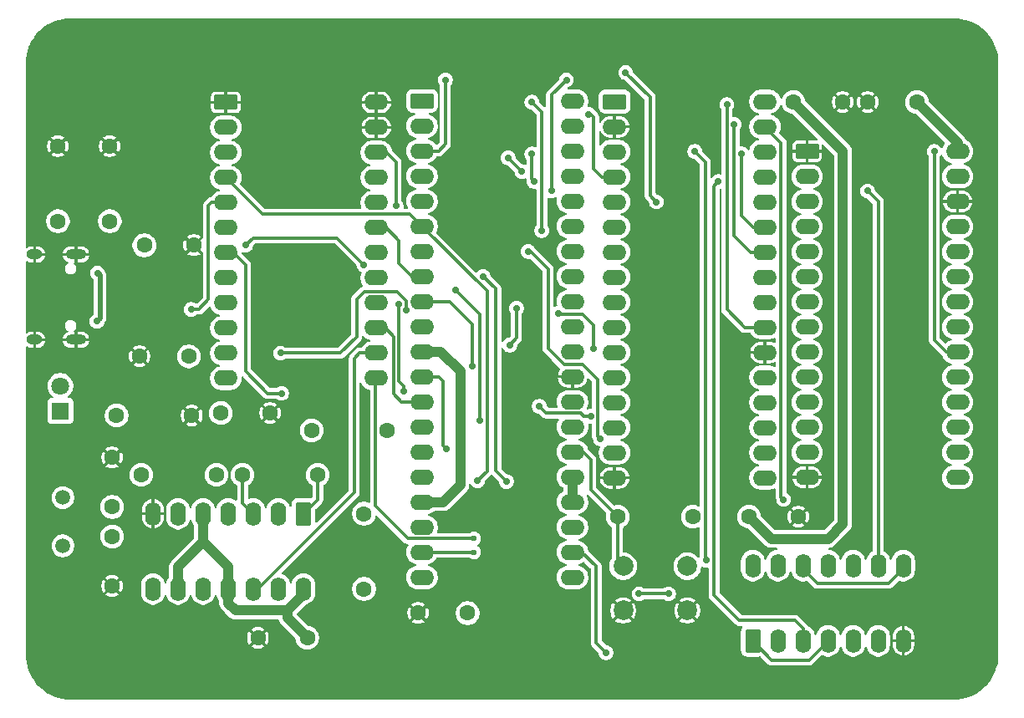
<source format=gbr>
%TF.GenerationSoftware,KiCad,Pcbnew,9.0.7*%
%TF.CreationDate,2026-02-16T17:51:40-05:00*%
%TF.ProjectId,zed-80,7a65642d-3830-42e6-9b69-6361645f7063,A*%
%TF.SameCoordinates,PX4db9760PY6b49d20*%
%TF.FileFunction,Copper,L2,Bot*%
%TF.FilePolarity,Positive*%
%FSLAX46Y46*%
G04 Gerber Fmt 4.6, Leading zero omitted, Abs format (unit mm)*
G04 Created by KiCad (PCBNEW 9.0.7) date 2026-02-16 17:51:40*
%MOMM*%
%LPD*%
G01*
G04 APERTURE LIST*
G04 Aperture macros list*
%AMRoundRect*
0 Rectangle with rounded corners*
0 $1 Rounding radius*
0 $2 $3 $4 $5 $6 $7 $8 $9 X,Y pos of 4 corners*
0 Add a 4 corners polygon primitive as box body*
4,1,4,$2,$3,$4,$5,$6,$7,$8,$9,$2,$3,0*
0 Add four circle primitives for the rounded corners*
1,1,$1+$1,$2,$3*
1,1,$1+$1,$4,$5*
1,1,$1+$1,$6,$7*
1,1,$1+$1,$8,$9*
0 Add four rect primitives between the rounded corners*
20,1,$1+$1,$2,$3,$4,$5,0*
20,1,$1+$1,$4,$5,$6,$7,0*
20,1,$1+$1,$6,$7,$8,$9,0*
20,1,$1+$1,$8,$9,$2,$3,0*%
G04 Aperture macros list end*
%TA.AperFunction,ComponentPad*%
%ADD10C,0.800000*%
%TD*%
%TA.AperFunction,ComponentPad*%
%ADD11C,6.400000*%
%TD*%
%TA.AperFunction,ComponentPad*%
%ADD12RoundRect,0.250000X0.550000X-0.950000X0.550000X0.950000X-0.550000X0.950000X-0.550000X-0.950000X0*%
%TD*%
%TA.AperFunction,ComponentPad*%
%ADD13O,1.600000X2.400000*%
%TD*%
%TA.AperFunction,ComponentPad*%
%ADD14R,1.800000X1.800000*%
%TD*%
%TA.AperFunction,ComponentPad*%
%ADD15C,1.800000*%
%TD*%
%TA.AperFunction,ComponentPad*%
%ADD16C,1.600000*%
%TD*%
%TA.AperFunction,HeatsinkPad*%
%ADD17O,2.100000X1.000000*%
%TD*%
%TA.AperFunction,HeatsinkPad*%
%ADD18O,1.600000X1.000000*%
%TD*%
%TA.AperFunction,ComponentPad*%
%ADD19RoundRect,0.250000X-0.950000X-0.550000X0.950000X-0.550000X0.950000X0.550000X-0.950000X0.550000X0*%
%TD*%
%TA.AperFunction,ComponentPad*%
%ADD20O,2.400000X1.600000*%
%TD*%
%TA.AperFunction,ComponentPad*%
%ADD21RoundRect,0.250000X-0.550000X0.950000X-0.550000X-0.950000X0.550000X-0.950000X0.550000X0.950000X0*%
%TD*%
%TA.AperFunction,ComponentPad*%
%ADD22C,2.000000*%
%TD*%
%TA.AperFunction,ComponentPad*%
%ADD23C,1.500000*%
%TD*%
%TA.AperFunction,ViaPad*%
%ADD24C,0.700000*%
%TD*%
%TA.AperFunction,ViaPad*%
%ADD25C,0.600000*%
%TD*%
%TA.AperFunction,Conductor*%
%ADD26C,0.300000*%
%TD*%
%TA.AperFunction,Conductor*%
%ADD27C,1.000000*%
%TD*%
%TA.AperFunction,Conductor*%
%ADD28C,0.500000*%
%TD*%
G04 APERTURE END LIST*
D10*
%TO.P,MH102,1,1*%
%TO.N,GND*%
X92100000Y65000000D03*
X92802944Y66697056D03*
X92802944Y63302944D03*
X94500000Y67400000D03*
D11*
X94500000Y65000000D03*
D10*
X94500000Y62600000D03*
X96197056Y66697056D03*
X96197056Y63302944D03*
X96900000Y65000000D03*
%TD*%
D12*
%TO.P,U301,1*%
%TO.N,/CPU/~{MREQ}*%
X74135000Y6440000D03*
D13*
%TO.P,U301,2*%
%TO.N,/CPU/~{WR}*%
X76675000Y6440000D03*
%TO.P,U301,3*%
%TO.N,/Memory/~{MEMWR}*%
X79215000Y6440000D03*
%TO.P,U301,4*%
%TO.N,/CPU/~{MREQ}*%
X81755000Y6440000D03*
%TO.P,U301,5*%
%TO.N,/CPU/~{RD}*%
X84295000Y6440000D03*
%TO.P,U301,6*%
%TO.N,/Memory/~{MEMRD}*%
X86835000Y6440000D03*
%TO.P,U301,7,GND*%
%TO.N,GND*%
X89375000Y6440000D03*
%TO.P,U301,8*%
%TO.N,Net-(U301-Pad12)*%
X89375000Y14060000D03*
%TO.P,U301,9*%
%TO.N,/CPU/A13*%
X86835000Y14060000D03*
%TO.P,U301,10*%
%TO.N,/CPU/A14*%
X84295000Y14060000D03*
%TO.P,U301,11*%
%TO.N,/Memory/~{ROM}*%
X81755000Y14060000D03*
%TO.P,U301,12*%
%TO.N,Net-(U301-Pad12)*%
X79215000Y14060000D03*
%TO.P,U301,13*%
%TO.N,/CPU/A15*%
X76675000Y14060000D03*
%TO.P,U301,14,VCC*%
%TO.N,VBUS*%
X74135000Y14060000D03*
%TD*%
D14*
%TO.P,D401,1,K*%
%TO.N,Net-(D401-K)*%
X4000000Y29725000D03*
D15*
%TO.P,D401,2,A*%
%TO.N,VBUS*%
X4000000Y32265000D03*
%TD*%
D16*
%TO.P,R202,1*%
%TO.N,Net-(R201-Pad2)*%
X19810000Y23250000D03*
%TO.P,R202,2*%
%TO.N,Net-(C202-Pad1)*%
X12190000Y23250000D03*
%TD*%
D17*
%TO.P,J401,S1,SHIELD*%
%TO.N,GND*%
X5570000Y45570000D03*
D18*
X1390000Y45570000D03*
D17*
X5570000Y36930000D03*
D18*
X1390000Y36930000D03*
%TD*%
D16*
%TO.P,C302,1*%
%TO.N,GND*%
X85750000Y61000000D03*
%TO.P,C302,2*%
%TO.N,VBUS*%
X90750000Y61000000D03*
%TD*%
%TO.P,R205,1*%
%TO.N,VBUS*%
X34750000Y11690000D03*
%TO.P,R205,2*%
%TO.N,/CPU/CLK*%
X34750000Y19310000D03*
%TD*%
%TO.P,R402,1*%
%TO.N,Net-(J401-CC2)*%
X3750000Y48940000D03*
%TO.P,R402,2*%
%TO.N,GND*%
X3750000Y56560000D03*
%TD*%
D10*
%TO.P,MH103,1,1*%
%TO.N,GND*%
X2600000Y5000000D03*
X3302944Y6697056D03*
X3302944Y3302944D03*
X5000000Y7400000D03*
D11*
X5000000Y5000000D03*
D10*
X5000000Y2600000D03*
X6697056Y6697056D03*
X6697056Y3302944D03*
X7400000Y5000000D03*
%TD*%
D16*
%TO.P,R204,1*%
%TO.N,VBUS*%
X29440000Y27750000D03*
%TO.P,R204,2*%
%TO.N,/CPU/~{INT}*%
X37060000Y27750000D03*
%TD*%
D19*
%TO.P,U202,1,A_{11}*%
%TO.N,/CPU/A11*%
X40630000Y61125000D03*
D20*
%TO.P,U202,2,A_{12}*%
%TO.N,/CPU/A12*%
X40630000Y58585000D03*
%TO.P,U202,3,A_{13}*%
%TO.N,/CPU/A13*%
X40630000Y56045000D03*
%TO.P,U202,4,A_{14}*%
%TO.N,/CPU/A14*%
X40630000Y53505000D03*
%TO.P,U202,5,A_{15}*%
%TO.N,/CPU/A15*%
X40630000Y50965000D03*
%TO.P,U202,6,CLK*%
%TO.N,/CPU/CLK*%
X40630000Y48425000D03*
%TO.P,U202,7,D_{4}*%
%TO.N,/CPU/D4*%
X40630000Y45885000D03*
%TO.P,U202,8,D_{3}*%
%TO.N,/CPU/D3*%
X40630000Y43345000D03*
%TO.P,U202,9,D_{5}*%
%TO.N,/CPU/D5*%
X40630000Y40805000D03*
%TO.P,U202,10,D_{6}*%
%TO.N,/CPU/D6*%
X40630000Y38265000D03*
%TO.P,U202,11,V_{CC}*%
%TO.N,VBUS*%
X40630000Y35725000D03*
%TO.P,U202,12,D_{2}*%
%TO.N,/CPU/D2*%
X40630000Y33185000D03*
%TO.P,U202,13,D_{7}*%
%TO.N,/CPU/D7*%
X40630000Y30645000D03*
%TO.P,U202,14,D_{0}*%
%TO.N,/CPU/D0*%
X40630000Y28105000D03*
%TO.P,U202,15,D_{1}*%
%TO.N,/CPU/D1*%
X40630000Y25565000D03*
%TO.P,U202,16,~{INT}*%
%TO.N,/CPU/~{INT}*%
X40630000Y23025000D03*
%TO.P,U202,17,~{NMI}*%
%TO.N,VBUS*%
X40630000Y20485000D03*
%TO.P,U202,18,~{HALT}*%
%TO.N,unconnected-(U202-~{HALT}-Pad18)*%
X40630000Y17945000D03*
%TO.P,U202,19,~{MREQ}*%
%TO.N,/CPU/~{MREQ}*%
X40630000Y15405000D03*
%TO.P,U202,20,~{IORQ}*%
%TO.N,/CPU/~{IORQ}*%
X40630000Y12865000D03*
%TO.P,U202,21,~{RD}*%
%TO.N,/CPU/~{RD}*%
X55870000Y12865000D03*
%TO.P,U202,22,~{WR}*%
%TO.N,/CPU/~{WR}*%
X55870000Y15405000D03*
%TO.P,U202,23,~{BUSACK}*%
%TO.N,unconnected-(U202-~{BUSACK}-Pad23)*%
X55870000Y17945000D03*
%TO.P,U202,24,~{WAIT}*%
%TO.N,VBUS*%
X55870000Y20485000D03*
%TO.P,U202,25,~{BUSREQ}*%
X55870000Y23025000D03*
%TO.P,U202,26,~{RESET}*%
%TO.N,/CPU/~{RST}*%
X55870000Y25565000D03*
%TO.P,U202,27,~{M1}*%
%TO.N,/CPU/~{M1}*%
X55870000Y28105000D03*
%TO.P,U202,28,~{RFSH}*%
%TO.N,unconnected-(U202-~{RFSH}-Pad28)*%
X55870000Y30645000D03*
%TO.P,U202,29,GND*%
%TO.N,GND*%
X55870000Y33185000D03*
%TO.P,U202,30,A_{0}*%
%TO.N,/CPU/A0*%
X55870000Y35725000D03*
%TO.P,U202,31,A_{1}*%
%TO.N,/CPU/A1*%
X55870000Y38265000D03*
%TO.P,U202,32,A_{2}*%
%TO.N,/CPU/A2*%
X55870000Y40805000D03*
%TO.P,U202,33,A_{3}*%
%TO.N,/CPU/A3*%
X55870000Y43345000D03*
%TO.P,U202,34,A_{4}*%
%TO.N,/CPU/A4*%
X55870000Y45885000D03*
%TO.P,U202,35,A_{5}*%
%TO.N,/CPU/A5*%
X55870000Y48425000D03*
%TO.P,U202,36,A_{6}*%
%TO.N,/CPU/A6*%
X55870000Y50965000D03*
%TO.P,U202,37,A_{7}*%
%TO.N,/CPU/A7*%
X55870000Y53505000D03*
%TO.P,U202,38,A_{8}*%
%TO.N,/CPU/A8*%
X55870000Y56045000D03*
%TO.P,U202,39,A_{9}*%
%TO.N,/CPU/A9*%
X55870000Y58585000D03*
%TO.P,U202,40,A_{10}*%
%TO.N,/CPU/A10*%
X55870000Y61125000D03*
%TD*%
D10*
%TO.P,MH101,1,1*%
%TO.N,GND*%
X2600000Y65000000D03*
X3302944Y66697056D03*
X3302944Y63302944D03*
X5000000Y67400000D03*
D11*
X5000000Y65000000D03*
D10*
X5000000Y62600000D03*
X6697056Y66697056D03*
X6697056Y63302944D03*
X7400000Y65000000D03*
%TD*%
D16*
%TO.P,R201,1*%
%TO.N,Net-(C201-Pad1)*%
X30060000Y23250000D03*
%TO.P,R201,2*%
%TO.N,Net-(R201-Pad2)*%
X22440000Y23250000D03*
%TD*%
%TO.P,R401,1*%
%TO.N,Net-(J401-CC1)*%
X9000000Y48940000D03*
%TO.P,R401,2*%
%TO.N,GND*%
X9000000Y56560000D03*
%TD*%
D19*
%TO.P,U402,1,VSS*%
%TO.N,GND*%
X20750000Y60975000D03*
D20*
%TO.P,U402,2,Rx_Data*%
%TO.N,/USB-to-UART/RX*%
X20750000Y58435000D03*
%TO.P,U402,3,Rx_CLK*%
%TO.N,/CPU/CLK*%
X20750000Y55895000D03*
%TO.P,U402,4,Tx_CLK*%
X20750000Y53355000D03*
%TO.P,U402,5,~{RTS}*%
%TO.N,/USB-to-UART/~{RTS}*%
X20750000Y50815000D03*
%TO.P,U402,6,Tx_Data*%
%TO.N,/USB-to-UART/TX*%
X20750000Y48275000D03*
%TO.P,U402,7,~{IRQ}*%
%TO.N,/CPU/~{INT}*%
X20750000Y45735000D03*
%TO.P,U402,8,CS0*%
%TO.N,/CPU/~{M1}*%
X20750000Y43195000D03*
%TO.P,U402,9,CS2*%
%TO.N,/CPU/A6*%
X20750000Y40655000D03*
%TO.P,U402,10,CS1*%
%TO.N,/CPU/A7*%
X20750000Y38115000D03*
%TO.P,U402,11,RS*%
%TO.N,/CPU/A0*%
X20750000Y35575000D03*
%TO.P,U402,12,VCC*%
%TO.N,VBUS*%
X20750000Y33035000D03*
%TO.P,U402,13,R/~{W}*%
%TO.N,/CPU/~{WR}*%
X35990000Y33035000D03*
%TO.P,U402,14,E*%
%TO.N,Net-(U402-E)*%
X35990000Y35575000D03*
%TO.P,U402,15,D7*%
%TO.N,/CPU/D7*%
X35990000Y38115000D03*
%TO.P,U402,16,D6*%
%TO.N,/CPU/D6*%
X35990000Y40655000D03*
%TO.P,U402,17,D5*%
%TO.N,/CPU/D5*%
X35990000Y43195000D03*
%TO.P,U402,18,D4*%
%TO.N,/CPU/D4*%
X35990000Y45735000D03*
%TO.P,U402,19,D3*%
%TO.N,/CPU/D3*%
X35990000Y48275000D03*
%TO.P,U402,20,D2*%
%TO.N,/CPU/D2*%
X35990000Y50815000D03*
%TO.P,U402,21,D1*%
%TO.N,/CPU/D1*%
X35990000Y53355000D03*
%TO.P,U402,22,D0*%
%TO.N,/CPU/D0*%
X35990000Y55895000D03*
%TO.P,U402,23,~{DCD}*%
%TO.N,GND*%
X35990000Y58435000D03*
%TO.P,U402,24,~{CTS}*%
X35990000Y60975000D03*
%TD*%
D16*
%TO.P,R403,1*%
%TO.N,Net-(D401-K)*%
X9690000Y29250000D03*
%TO.P,R403,2*%
%TO.N,GND*%
X17310000Y29250000D03*
%TD*%
D21*
%TO.P,U201,1*%
%TO.N,Net-(C201-Pad1)*%
X28615000Y19310000D03*
D13*
%TO.P,U201,2*%
%TO.N,Net-(R201-Pad2)*%
X26075000Y19310000D03*
%TO.P,U201,3*%
X23535000Y19310000D03*
%TO.P,U201,4*%
%TO.N,/CPU/CLK*%
X20995000Y19310000D03*
%TO.P,U201,5*%
%TO.N,VBUS*%
X18455000Y19310000D03*
%TO.P,U201,6*%
%TO.N,unconnected-(U201-Pad6)*%
X15915000Y19310000D03*
%TO.P,U201,7,GND*%
%TO.N,GND*%
X13375000Y19310000D03*
%TO.P,U201,8*%
%TO.N,unconnected-(U201-Pad8)*%
X13375000Y11690000D03*
%TO.P,U201,9*%
%TO.N,VBUS*%
X15915000Y11690000D03*
%TO.P,U201,10*%
%TO.N,unconnected-(U201-Pad10)*%
X18455000Y11690000D03*
%TO.P,U201,11*%
%TO.N,VBUS*%
X20995000Y11690000D03*
%TO.P,U201,12*%
%TO.N,Net-(U402-E)*%
X23535000Y11690000D03*
%TO.P,U201,13*%
%TO.N,/CPU/~{IORQ}*%
X26075000Y11690000D03*
%TO.P,U201,14,VCC*%
%TO.N,VBUS*%
X28615000Y11690000D03*
%TD*%
D19*
%TO.P,U303,1,NC*%
%TO.N,unconnected-(U303-NC-Pad1)*%
X60130000Y61050000D03*
D20*
%TO.P,U303,2,A16*%
%TO.N,GND*%
X60130000Y58510000D03*
%TO.P,U303,3,A14*%
%TO.N,/CPU/A14*%
X60130000Y55970000D03*
%TO.P,U303,4,A12*%
%TO.N,/CPU/A12*%
X60130000Y53430000D03*
%TO.P,U303,5,A7*%
%TO.N,/CPU/A7*%
X60130000Y50890000D03*
%TO.P,U303,6,A6*%
%TO.N,/CPU/A6*%
X60130000Y48350000D03*
%TO.P,U303,7,A5*%
%TO.N,/CPU/A5*%
X60130000Y45810000D03*
%TO.P,U303,8,A4*%
%TO.N,/CPU/A4*%
X60130000Y43270000D03*
%TO.P,U303,9,A3*%
%TO.N,/CPU/A3*%
X60130000Y40730000D03*
%TO.P,U303,10,A2*%
%TO.N,/CPU/A2*%
X60130000Y38190000D03*
%TO.P,U303,11,A1*%
%TO.N,/CPU/A1*%
X60130000Y35650000D03*
%TO.P,U303,12,A0*%
%TO.N,/CPU/A0*%
X60130000Y33110000D03*
%TO.P,U303,13,I/O0*%
%TO.N,/CPU/D0*%
X60130000Y30570000D03*
%TO.P,U303,14,I/O1*%
%TO.N,/CPU/D1*%
X60130000Y28030000D03*
%TO.P,U303,15,I/O2*%
%TO.N,/CPU/D2*%
X60130000Y25490000D03*
%TO.P,U303,16,GND*%
%TO.N,GND*%
X60130000Y22950000D03*
%TO.P,U303,17,I/O3*%
%TO.N,/CPU/D3*%
X75370000Y22950000D03*
%TO.P,U303,18,I/O4*%
%TO.N,/CPU/D4*%
X75370000Y25490000D03*
%TO.P,U303,19,I/O5*%
%TO.N,/CPU/D5*%
X75370000Y28030000D03*
%TO.P,U303,20,I/O6*%
%TO.N,/CPU/D6*%
X75370000Y30570000D03*
%TO.P,U303,21,I/O7*%
%TO.N,/CPU/D7*%
X75370000Y33110000D03*
%TO.P,U303,22,~{CS1}/~{CE1}*%
%TO.N,GND*%
X75370000Y35650000D03*
%TO.P,U303,23,A10*%
%TO.N,/CPU/A10*%
X75370000Y38190000D03*
%TO.P,U303,24,~{OE}*%
%TO.N,/Memory/~{MEMRD}*%
X75370000Y40730000D03*
%TO.P,U303,25,A11*%
%TO.N,/CPU/A11*%
X75370000Y43270000D03*
%TO.P,U303,26,A9*%
%TO.N,/CPU/A9*%
X75370000Y45810000D03*
%TO.P,U303,27,A8*%
%TO.N,/CPU/A8*%
X75370000Y48350000D03*
%TO.P,U303,28,A13*%
%TO.N,/CPU/A13*%
X75370000Y50890000D03*
%TO.P,U303,29,~{WE}*%
%TO.N,/Memory/~{MEMWR}*%
X75370000Y53430000D03*
%TO.P,U303,30,CS2/CE2*%
%TO.N,/Memory/~{ROM}*%
X75370000Y55970000D03*
%TO.P,U303,31,A15*%
%TO.N,/CPU/A15*%
X75370000Y58510000D03*
%TO.P,U303,32,VCC*%
%TO.N,VBUS*%
X75370000Y61050000D03*
%TD*%
D16*
%TO.P,C301,1*%
%TO.N,GND*%
X78750000Y19000000D03*
%TO.P,C301,2*%
%TO.N,VBUS*%
X73750000Y19000000D03*
%TD*%
%TO.P,C202,1*%
%TO.N,Net-(C202-Pad1)*%
X9250000Y20000000D03*
%TO.P,C202,2*%
%TO.N,GND*%
X9250000Y25000000D03*
%TD*%
D10*
%TO.P,MH104,1,1*%
%TO.N,GND*%
X92100000Y5000000D03*
X92802944Y6697056D03*
X92802944Y3302944D03*
X94500000Y7400000D03*
D11*
X94500000Y5000000D03*
D10*
X94500000Y2600000D03*
X96197056Y6697056D03*
X96197056Y3302944D03*
X96900000Y5000000D03*
%TD*%
D19*
%TO.P,U302,1,A14*%
%TO.N,GND*%
X79630000Y56010000D03*
D20*
%TO.P,U302,2,A12*%
%TO.N,/CPU/A12*%
X79630000Y53470000D03*
%TO.P,U302,3,A7*%
%TO.N,/CPU/A7*%
X79630000Y50930000D03*
%TO.P,U302,4,A6*%
%TO.N,/CPU/A6*%
X79630000Y48390000D03*
%TO.P,U302,5,A5*%
%TO.N,/CPU/A5*%
X79630000Y45850000D03*
%TO.P,U302,6,A4*%
%TO.N,/CPU/A4*%
X79630000Y43310000D03*
%TO.P,U302,7,A3*%
%TO.N,/CPU/A3*%
X79630000Y40770000D03*
%TO.P,U302,8,A2*%
%TO.N,/CPU/A2*%
X79630000Y38230000D03*
%TO.P,U302,9,A1*%
%TO.N,/CPU/A1*%
X79630000Y35690000D03*
%TO.P,U302,10,A0*%
%TO.N,/CPU/A0*%
X79630000Y33150000D03*
%TO.P,U302,11,D0*%
%TO.N,/CPU/D0*%
X79630000Y30610000D03*
%TO.P,U302,12,D1*%
%TO.N,/CPU/D1*%
X79630000Y28070000D03*
%TO.P,U302,13,D2*%
%TO.N,/CPU/D2*%
X79630000Y25530000D03*
%TO.P,U302,14,GND*%
%TO.N,GND*%
X79630000Y22990000D03*
%TO.P,U302,15,D3*%
%TO.N,/CPU/D3*%
X94870000Y22990000D03*
%TO.P,U302,16,D4*%
%TO.N,/CPU/D4*%
X94870000Y25530000D03*
%TO.P,U302,17,D5*%
%TO.N,/CPU/D5*%
X94870000Y28070000D03*
%TO.P,U302,18,D6*%
%TO.N,/CPU/D6*%
X94870000Y30610000D03*
%TO.P,U302,19,D7*%
%TO.N,/CPU/D7*%
X94870000Y33150000D03*
%TO.P,U302,20,~{CS}*%
%TO.N,/Memory/~{ROM}*%
X94870000Y35690000D03*
%TO.P,U302,21,A10*%
%TO.N,/CPU/A10*%
X94870000Y38230000D03*
%TO.P,U302,22,~{OE}*%
%TO.N,/Memory/~{MEMRD}*%
X94870000Y40770000D03*
%TO.P,U302,23,A11*%
%TO.N,/CPU/A11*%
X94870000Y43310000D03*
%TO.P,U302,24,A9*%
%TO.N,/CPU/A9*%
X94870000Y45850000D03*
%TO.P,U302,25,A8*%
%TO.N,/CPU/A8*%
X94870000Y48390000D03*
%TO.P,U302,26,A13*%
%TO.N,GND*%
X94870000Y50930000D03*
%TO.P,U302,27,~{WE}*%
%TO.N,VBUS*%
X94870000Y53470000D03*
%TO.P,U302,28,VCC*%
X94870000Y56010000D03*
%TD*%
D16*
%TO.P,C204,1*%
%TO.N,GND*%
X24000000Y6750000D03*
%TO.P,C204,2*%
%TO.N,VBUS*%
X29000000Y6750000D03*
%TD*%
%TO.P,R203,1*%
%TO.N,VBUS*%
X68060000Y19000000D03*
%TO.P,R203,2*%
%TO.N,/CPU/~{RST}*%
X60440000Y19000000D03*
%TD*%
%TO.P,C203,1*%
%TO.N,GND*%
X40240000Y9250000D03*
%TO.P,C203,2*%
%TO.N,VBUS*%
X45240000Y9250000D03*
%TD*%
%TO.P,C401,1*%
%TO.N,GND*%
X12000000Y35250000D03*
%TO.P,C401,2*%
%TO.N,VBUS*%
X17000000Y35250000D03*
%TD*%
%TO.P,C403,1*%
%TO.N,GND*%
X25250000Y29500000D03*
%TO.P,C403,2*%
%TO.N,VBUS*%
X20250000Y29500000D03*
%TD*%
D22*
%TO.P,SW201,1,1*%
%TO.N,/CPU/~{RST}*%
X61000000Y14000000D03*
X67500000Y14000000D03*
%TO.P,SW201,2,2*%
%TO.N,GND*%
X61000000Y9500000D03*
X67500000Y9500000D03*
%TD*%
D16*
%TO.P,C201,1*%
%TO.N,Net-(C201-Pad1)*%
X9250000Y17000000D03*
%TO.P,C201,2*%
%TO.N,GND*%
X9250000Y12000000D03*
%TD*%
%TO.P,C402,1*%
%TO.N,Net-(U401-V3)*%
X12500000Y46500000D03*
%TO.P,C402,2*%
%TO.N,GND*%
X17500000Y46500000D03*
%TD*%
D23*
%TO.P,Y201,1,1*%
%TO.N,Net-(C201-Pad1)*%
X4250000Y16060000D03*
%TO.P,Y201,2,2*%
%TO.N,Net-(C202-Pad1)*%
X4250000Y20940000D03*
%TD*%
D16*
%TO.P,C303,1*%
%TO.N,GND*%
X83250000Y61000000D03*
%TO.P,C303,2*%
%TO.N,VBUS*%
X78250000Y61000000D03*
%TD*%
D24*
%TO.N,VBUS*%
X7750000Y43700000D03*
X7700000Y38800000D03*
%TO.N,/CPU/CLK*%
X46250000Y22650000D03*
%TO.N,/CPU/A12*%
X57500000Y59750000D03*
%TO.N,/CPU/A8*%
X73000000Y55750000D03*
%TO.N,/CPU/D2*%
X43125000Y25875000D03*
%TO.N,/CPU/A10*%
X71500000Y60750000D03*
D25*
%TO.N,/CPU/~{MREQ}*%
X45900000Y15405000D03*
D24*
%TO.N,/CPU/D0*%
X38769975Y31719975D03*
X38250000Y40500000D03*
X38000000Y50500000D03*
%TO.N,/CPU/D4*%
X58700000Y26900000D03*
X51365000Y45885000D03*
%TO.N,/CPU/A7*%
X50750000Y53956000D03*
X49350000Y55356000D03*
%TO.N,/CPU/A13*%
X61250000Y64000000D03*
X43000000Y63250000D03*
X85750000Y52000000D03*
X64360000Y50890000D03*
%TO.N,/CPU/D7*%
X49500000Y36400000D03*
X54450000Y39600000D03*
X58000000Y36000000D03*
X50200000Y40116000D03*
%TO.N,/CPU/D5*%
X52500000Y30194000D03*
X57700000Y29181000D03*
X45750000Y34250000D03*
%TO.N,/CPU/A6*%
X51750000Y55750000D03*
X51952000Y53000000D03*
%TO.N,/CPU/D3*%
X46800000Y43345000D03*
X49175000Y22575000D03*
%TO.N,/CPU/A14*%
X69400000Y14600000D03*
X68250000Y56000000D03*
%TO.N,/CPU/~{RD}*%
X62600000Y11200000D03*
X65600000Y11200000D03*
%TO.N,/CPU/A9*%
X72250000Y58750000D03*
D25*
%TO.N,/CPU/~{WR}*%
X45900000Y16794000D03*
D24*
X59250000Y5250000D03*
%TO.N,/CPU/A15*%
X53750000Y52000000D03*
X77250000Y20750000D03*
X55250000Y63250000D03*
%TO.N,/CPU/A11*%
X51750000Y61000000D03*
X52750000Y48000000D03*
%TO.N,/CPU/~{M1}*%
X22750000Y46500000D03*
X34750000Y44500000D03*
X44000000Y42000000D03*
X46501000Y28794000D03*
%TO.N,/CPU/A0*%
X39001000Y39949000D03*
X26300000Y35575000D03*
%TO.N,/CPU/~{INT}*%
X26400000Y31500000D03*
%TO.N,/Memory/~{MEMWR}*%
X70650000Y52950000D03*
%TO.N,/Memory/~{ROM}*%
X92500000Y56000000D03*
%TO.N,/USB-to-UART/~{RTS}*%
X17250000Y40000000D03*
%TD*%
D26*
%TO.N,/CPU/A15*%
X77250000Y20750000D02*
X77000000Y21000000D01*
X77000000Y21000000D02*
X77000000Y56880000D01*
X77000000Y56880000D02*
X75370000Y58510000D01*
%TO.N,Net-(C201-Pad1)*%
X30060000Y20755000D02*
X28615000Y19310000D01*
X30060000Y23250000D02*
X30060000Y20755000D01*
D27*
%TO.N,VBUS*%
X83250000Y18250000D02*
X81750000Y16750000D01*
X78250000Y61000000D02*
X83250000Y56000000D01*
X27000000Y9500000D02*
X21750000Y9500000D01*
X27000000Y9500000D02*
X27000000Y8750000D01*
D28*
X8000000Y39100000D02*
X8000000Y43450000D01*
X8000000Y43450000D02*
X7750000Y43700000D01*
D27*
X83250000Y56000000D02*
X83250000Y18250000D01*
X20995000Y13915000D02*
X18455000Y16455000D01*
X15915000Y13915000D02*
X15915000Y11690000D01*
X40630000Y20485000D02*
X42735000Y20485000D01*
X21750000Y9500000D02*
X20995000Y10255000D01*
X18455000Y19310000D02*
X18455000Y16455000D01*
X20995000Y10255000D02*
X20995000Y11690000D01*
X44500000Y33750000D02*
X42525000Y35725000D01*
D28*
X7700000Y38800000D02*
X8000000Y39100000D01*
D27*
X20995000Y11690000D02*
X20995000Y13915000D01*
X28615000Y11115000D02*
X27000000Y9500000D01*
X42735000Y20485000D02*
X44500000Y22250000D01*
X76000000Y16750000D02*
X73750000Y19000000D01*
X18455000Y16455000D02*
X15915000Y13915000D01*
X27000000Y8750000D02*
X29000000Y6750000D01*
X81750000Y16750000D02*
X76000000Y16750000D01*
X94870000Y56010000D02*
X94870000Y56880000D01*
X44500000Y22250000D02*
X44500000Y33750000D01*
X55870000Y23025000D02*
X55870000Y20485000D01*
X94870000Y56880000D02*
X90750000Y61000000D01*
X42525000Y35725000D02*
X40630000Y35725000D01*
D26*
%TO.N,Net-(R201-Pad2)*%
X22440000Y20405000D02*
X23535000Y19310000D01*
X22440000Y23250000D02*
X22440000Y20405000D01*
%TO.N,/CPU/~{RST}*%
X60440000Y19000000D02*
X57700000Y21740000D01*
X57700000Y21740000D02*
X57700000Y24800000D01*
X56935000Y25565000D02*
X55870000Y25565000D01*
X60440000Y19000000D02*
X60440000Y14560000D01*
X57700000Y24800000D02*
X56935000Y25565000D01*
%TO.N,Net-(U402-E)*%
X33750000Y35000000D02*
X34325000Y35575000D01*
X33750000Y21450000D02*
X33750000Y35000000D01*
X34325000Y35575000D02*
X35990000Y35575000D01*
X23990000Y11690000D02*
X33750000Y21450000D01*
%TO.N,/CPU/CLK*%
X47200000Y29086364D02*
X47200000Y41855000D01*
X47202000Y28503636D02*
X47202000Y29084364D01*
X24441000Y49664000D02*
X39391000Y49664000D01*
X46250000Y22650000D02*
X47200000Y23600000D01*
X20750000Y53355000D02*
X24441000Y49664000D01*
X47202000Y29084364D02*
X47200000Y29086364D01*
X39391000Y49664000D02*
X40630000Y48425000D01*
X47200000Y23600000D02*
X47200000Y28501636D01*
X47200000Y41855000D02*
X40630000Y48425000D01*
X47200000Y28501636D02*
X47202000Y28503636D01*
%TO.N,/CPU/A12*%
X57750000Y59750000D02*
X58000000Y59500000D01*
X58000000Y54250000D02*
X58820000Y53430000D01*
X58820000Y53430000D02*
X60130000Y53430000D01*
X58000000Y59500000D02*
X58000000Y54250000D01*
X57500000Y59750000D02*
X57750000Y59750000D01*
%TO.N,/CPU/A8*%
X73000000Y55750000D02*
X73000000Y49500000D01*
X74150000Y48350000D02*
X75370000Y48350000D01*
X73000000Y49500000D02*
X74150000Y48350000D01*
%TO.N,/CPU/D2*%
X42750000Y26250000D02*
X42750000Y32750000D01*
X43125000Y25875000D02*
X42750000Y26250000D01*
X42315000Y33185000D02*
X40630000Y33185000D01*
X42750000Y32750000D02*
X42315000Y33185000D01*
%TO.N,/CPU/A10*%
X71500000Y60750000D02*
X71500000Y40000000D01*
X73310000Y38190000D02*
X75370000Y38190000D01*
X71500000Y40000000D02*
X73310000Y38190000D01*
%TO.N,/CPU/~{MREQ}*%
X79815000Y4500000D02*
X76037500Y4500000D01*
X81755000Y6440000D02*
X79815000Y4500000D01*
X76037500Y4500000D02*
X74135000Y6402500D01*
X45900000Y15405000D02*
X40630000Y15405000D01*
%TO.N,/CPU/D0*%
X38000000Y54900000D02*
X38000000Y50500000D01*
X37005000Y55895000D02*
X38000000Y54900000D01*
X38250000Y32750000D02*
X38250000Y40500000D01*
X38769975Y32230025D02*
X38250000Y32750000D01*
X38769975Y31719975D02*
X38769975Y32230025D01*
%TO.N,/CPU/D4*%
X53400000Y44100000D02*
X51615000Y45885000D01*
X51615000Y45885000D02*
X51365000Y45885000D01*
X53400000Y36000000D02*
X53400000Y44100000D01*
X56900000Y34400000D02*
X55000000Y34400000D01*
X58400000Y32900000D02*
X56900000Y34400000D01*
X58650000Y26900000D02*
X58400000Y27150000D01*
X58400000Y27150000D02*
X58400000Y32900000D01*
X55000000Y34400000D02*
X53400000Y36000000D01*
X58700000Y26900000D02*
X58650000Y26900000D01*
%TO.N,/CPU/A7*%
X49350000Y55356000D02*
X50750000Y53956000D01*
%TO.N,/CPU/A13*%
X86835000Y50915000D02*
X85750000Y52000000D01*
X63750000Y51500000D02*
X63750000Y61500000D01*
X86835000Y14060000D02*
X86835000Y50915000D01*
X64360000Y50890000D02*
X63750000Y51500000D01*
X63750000Y61500000D02*
X61250000Y64000000D01*
X42295000Y56045000D02*
X40630000Y56045000D01*
X43000000Y63250000D02*
X43000000Y56750000D01*
X43000000Y56750000D02*
X42295000Y56045000D01*
%TO.N,/CPU/D7*%
X38555000Y30645000D02*
X40630000Y30645000D01*
X58000000Y38400000D02*
X58000000Y36000000D01*
X36885000Y38115000D02*
X37750000Y37250000D01*
X37750000Y37250000D02*
X37750000Y31450000D01*
X50200000Y37100000D02*
X49500000Y36400000D01*
X37750000Y31450000D02*
X38555000Y30645000D01*
X56900000Y39500000D02*
X58000000Y38400000D01*
X54550000Y39500000D02*
X56900000Y39500000D01*
X50200000Y40116000D02*
X50200000Y37100000D01*
X54450000Y39600000D02*
X54550000Y39500000D01*
%TO.N,/CPU/D5*%
X57700000Y29181000D02*
X57019000Y29181000D01*
X45750000Y38500000D02*
X43445000Y40805000D01*
X56706000Y29494000D02*
X53200000Y29494000D01*
X45750000Y34250000D02*
X45750000Y38500000D01*
X43445000Y40805000D02*
X40630000Y40805000D01*
X53200000Y29494000D02*
X52500000Y30194000D01*
X57019000Y29181000D02*
X56706000Y29494000D01*
%TO.N,/CPU/A6*%
X51750000Y53202000D02*
X51952000Y53000000D01*
X51750000Y55750000D02*
X51750000Y53202000D01*
%TO.N,/CPU/D3*%
X37025000Y48275000D02*
X38300000Y47000000D01*
X48100000Y23650000D02*
X48100000Y42100000D01*
X38300000Y44700000D02*
X39655000Y43345000D01*
X38300000Y47000000D02*
X38300000Y44700000D01*
X49175000Y22575000D02*
X48100000Y23650000D01*
X46855000Y43345000D02*
X46800000Y43345000D01*
X48100000Y42100000D02*
X46855000Y43345000D01*
%TO.N,/CPU/A14*%
X69300000Y14700000D02*
X69300000Y54950000D01*
X69400000Y14600000D02*
X69300000Y14700000D01*
X69300000Y54950000D02*
X68250000Y56000000D01*
%TO.N,/CPU/~{RD}*%
X62600000Y11200000D02*
X65600000Y11200000D01*
%TO.N,/CPU/A9*%
X72250000Y58750000D02*
X72250000Y47500000D01*
X73940000Y45810000D02*
X75370000Y45810000D01*
X72250000Y47500000D02*
X73940000Y45810000D01*
%TO.N,/CPU/~{WR}*%
X58250000Y6250000D02*
X58250000Y14000000D01*
X59250000Y5250000D02*
X58250000Y6250000D01*
X58250000Y14000000D02*
X56845000Y15405000D01*
X35909000Y20091000D02*
X35909000Y32954000D01*
X45900000Y16794000D02*
X39206000Y16794000D01*
X39206000Y16794000D02*
X35909000Y20091000D01*
%TO.N,/CPU/A15*%
X55250000Y63250000D02*
X53750000Y61750000D01*
X53750000Y61750000D02*
X53750000Y52000000D01*
%TO.N,/CPU/A11*%
X52750000Y48000000D02*
X52750000Y60000000D01*
X52750000Y60000000D02*
X51750000Y61000000D01*
%TO.N,/CPU/~{M1}*%
X22750000Y46500000D02*
X23500000Y47250000D01*
X46500000Y39500000D02*
X44000000Y42000000D01*
X23500000Y47250000D02*
X32000000Y47250000D01*
X32000000Y47250000D02*
X34750000Y44500000D01*
X46501000Y28794000D02*
X46500000Y28795000D01*
X46500000Y28795000D02*
X46500000Y39500000D01*
%TO.N,/CPU/A0*%
X39001000Y40869682D02*
X39001000Y39949000D01*
X26300000Y35575000D02*
X32325000Y35575000D01*
X34000000Y41000000D02*
X34806000Y41806000D01*
X34806000Y41806000D02*
X38064682Y41806000D01*
X32325000Y35575000D02*
X34000000Y37250000D01*
X34000000Y37250000D02*
X34000000Y41000000D01*
X38064682Y41806000D02*
X39001000Y40869682D01*
%TO.N,/CPU/~{INT}*%
X26400000Y31500000D02*
X25000000Y31500000D01*
X22750000Y33750000D02*
X22750000Y44500000D01*
X25000000Y31500000D02*
X22750000Y33750000D01*
X22750000Y44500000D02*
X21515000Y45735000D01*
%TO.N,Net-(U301-Pad12)*%
X89375000Y13775000D02*
X87850000Y12250000D01*
X87850000Y12250000D02*
X80650000Y12250000D01*
X80650000Y12250000D02*
X79215000Y13685000D01*
%TO.N,/Memory/~{MEMWR}*%
X72750000Y8500000D02*
X78400000Y8500000D01*
X79215000Y7685000D02*
X79215000Y6440000D01*
X70200000Y11050000D02*
X72750000Y8500000D01*
X70200000Y52500000D02*
X70200000Y11050000D01*
X70650000Y52950000D02*
X70200000Y52500000D01*
X78400000Y8500000D02*
X79215000Y7685000D01*
%TO.N,/Memory/~{ROM}*%
X93710000Y35690000D02*
X94870000Y35690000D01*
X92500000Y36900000D02*
X93710000Y35690000D01*
X92500000Y56000000D02*
X92500000Y36900000D01*
%TO.N,/USB-to-UART/~{RTS}*%
X17250000Y40000000D02*
X17300000Y40050000D01*
X19315000Y50815000D02*
X20750000Y50815000D01*
X19000000Y50500000D02*
X19315000Y50815000D01*
X19000000Y41000000D02*
X19000000Y50500000D01*
X17300000Y40050000D02*
X18050000Y40050000D01*
X18050000Y40050000D02*
X19000000Y41000000D01*
%TD*%
%TA.AperFunction,Conductor*%
%TO.N,GND*%
G36*
X94502152Y69499407D02*
G01*
X94887853Y69482566D01*
X94896432Y69481816D01*
X95277053Y69431705D01*
X95285544Y69430208D01*
X95660338Y69347119D01*
X95668673Y69344885D01*
X96034797Y69229447D01*
X96042913Y69226493D01*
X96397587Y69079582D01*
X96405398Y69075940D01*
X96745910Y68898680D01*
X96753390Y68894362D01*
X97077167Y68688094D01*
X97084241Y68683140D01*
X97388797Y68449446D01*
X97395398Y68443907D01*
X97678459Y68184530D01*
X97684529Y68178460D01*
X97943905Y67895401D01*
X97949445Y67888798D01*
X98183139Y67584242D01*
X98188093Y67577168D01*
X98394361Y67253391D01*
X98398679Y67245911D01*
X98575935Y66905407D01*
X98579585Y66897580D01*
X98726492Y66542914D01*
X98729446Y66534798D01*
X98844884Y66168674D01*
X98847119Y66160332D01*
X98930205Y65785555D01*
X98931705Y65777049D01*
X98981813Y65396446D01*
X98982566Y65387842D01*
X98999406Y65002153D01*
X98999500Y64997835D01*
X98999500Y5002166D01*
X98999406Y4997848D01*
X98982566Y4612159D01*
X98981813Y4603555D01*
X98931705Y4222952D01*
X98930205Y4214446D01*
X98847119Y3839669D01*
X98844884Y3831327D01*
X98729446Y3465203D01*
X98726492Y3457087D01*
X98579585Y3102421D01*
X98575935Y3094594D01*
X98398679Y2754090D01*
X98394361Y2746610D01*
X98188093Y2422833D01*
X98183139Y2415759D01*
X97949445Y2111203D01*
X97943895Y2104589D01*
X97684540Y1821553D01*
X97678447Y1815460D01*
X97662727Y1801054D01*
X97395413Y1556106D01*
X97388797Y1550555D01*
X97084241Y1316861D01*
X97077167Y1311907D01*
X96753390Y1105639D01*
X96745910Y1101321D01*
X96405406Y924065D01*
X96397579Y920415D01*
X96042913Y773508D01*
X96034797Y770554D01*
X95668673Y655116D01*
X95660331Y652881D01*
X95285554Y569795D01*
X95277048Y568295D01*
X94896445Y518187D01*
X94887841Y517434D01*
X94502153Y500594D01*
X94497835Y500500D01*
X5002165Y500500D01*
X4997847Y500594D01*
X4612158Y517434D01*
X4603554Y518187D01*
X4222951Y568295D01*
X4214445Y569795D01*
X3839668Y652881D01*
X3831326Y655116D01*
X3465202Y770554D01*
X3457086Y773508D01*
X3102420Y920415D01*
X3094593Y924065D01*
X2754089Y1101321D01*
X2746609Y1105639D01*
X2422832Y1311907D01*
X2415758Y1316861D01*
X2111202Y1550555D01*
X2104599Y1556095D01*
X1821540Y1815471D01*
X1815470Y1821541D01*
X1556093Y2104602D01*
X1550554Y2111203D01*
X1316860Y2415759D01*
X1311906Y2422833D01*
X1105638Y2746610D01*
X1101320Y2754090D01*
X924064Y3094594D01*
X920414Y3102421D01*
X773507Y3457087D01*
X770553Y3465203D01*
X655115Y3831327D01*
X652880Y3839669D01*
X569794Y4214446D01*
X568294Y4222952D01*
X555643Y4319047D01*
X518184Y4603568D01*
X517434Y4612147D01*
X500594Y4997848D01*
X500500Y5002166D01*
X500500Y6836576D01*
X22900000Y6836576D01*
X22900000Y6663425D01*
X22927084Y6492421D01*
X22980588Y6327752D01*
X23059195Y6173476D01*
X23059197Y6173472D01*
X23123219Y6085354D01*
X23629532Y6591668D01*
X23679920Y6504394D01*
X23754394Y6429920D01*
X23841665Y6379535D01*
X23335352Y5873222D01*
X23423477Y5809195D01*
X23577751Y5730589D01*
X23742420Y5677085D01*
X23913425Y5650000D01*
X24086575Y5650000D01*
X24257579Y5677085D01*
X24422248Y5730589D01*
X24576524Y5809196D01*
X24576530Y5809200D01*
X24664646Y5873221D01*
X24664646Y5873222D01*
X24158333Y6379534D01*
X24245606Y6429920D01*
X24320080Y6504394D01*
X24370466Y6591667D01*
X24876778Y6085354D01*
X24876779Y6085354D01*
X24940800Y6173470D01*
X24940804Y6173476D01*
X25019411Y6327752D01*
X25072915Y6492421D01*
X25100000Y6663425D01*
X25100000Y6836576D01*
X25072915Y7007580D01*
X25019411Y7172249D01*
X24940805Y7326523D01*
X24876778Y7414648D01*
X24370465Y6908335D01*
X24320080Y6995606D01*
X24245606Y7070080D01*
X24158332Y7120468D01*
X24664646Y7626781D01*
X24576528Y7690803D01*
X24576524Y7690805D01*
X24422248Y7769412D01*
X24257579Y7822916D01*
X24086575Y7850000D01*
X23913425Y7850000D01*
X23742420Y7822916D01*
X23577751Y7769412D01*
X23423476Y7690805D01*
X23335352Y7626781D01*
X23841666Y7120467D01*
X23754394Y7070080D01*
X23679920Y6995606D01*
X23629533Y6908334D01*
X23123219Y7414648D01*
X23059195Y7326524D01*
X22980588Y7172249D01*
X22927084Y7007580D01*
X22900000Y6836576D01*
X500500Y6836576D01*
X500500Y12086576D01*
X8150000Y12086576D01*
X8150000Y11913425D01*
X8177084Y11742421D01*
X8230588Y11577752D01*
X8309195Y11423476D01*
X8309197Y11423472D01*
X8373219Y11335354D01*
X8879532Y11841668D01*
X8929920Y11754394D01*
X9004394Y11679920D01*
X9091665Y11629535D01*
X8585352Y11123222D01*
X8673477Y11059195D01*
X8827751Y10980589D01*
X8992420Y10927085D01*
X9163425Y10900000D01*
X9336575Y10900000D01*
X9507579Y10927085D01*
X9672248Y10980589D01*
X9826524Y11059196D01*
X9826530Y11059200D01*
X9914646Y11123221D01*
X9914646Y11123222D01*
X9408333Y11629534D01*
X9495606Y11679920D01*
X9570080Y11754394D01*
X9620466Y11841667D01*
X10126778Y11335354D01*
X10126779Y11335354D01*
X10190800Y11423470D01*
X10190804Y11423476D01*
X10269411Y11577752D01*
X10322915Y11742421D01*
X10350000Y11913425D01*
X10350000Y12086576D01*
X10336330Y12172884D01*
X10334493Y12184485D01*
X12174500Y12184485D01*
X12174500Y11195516D01*
X12204058Y11008887D01*
X12262453Y10829168D01*
X12346997Y10663239D01*
X12348240Y10660801D01*
X12459310Y10507927D01*
X12592927Y10374310D01*
X12745801Y10263240D01*
X12914168Y10177453D01*
X13093882Y10119060D01*
X13093883Y10119060D01*
X13093886Y10119059D01*
X13280516Y10089500D01*
X13280519Y10089500D01*
X13469484Y10089500D01*
X13656113Y10119059D01*
X13656114Y10119060D01*
X13656118Y10119060D01*
X13835832Y10177453D01*
X14004199Y10263240D01*
X14157073Y10374310D01*
X14290690Y10507927D01*
X14401760Y10660801D01*
X14487547Y10829168D01*
X14545940Y11008882D01*
X14545941Y11008887D01*
X14547219Y11016954D01*
X14574996Y11071471D01*
X14629512Y11099249D01*
X14689944Y11089678D01*
X14733209Y11046414D01*
X14742781Y11016954D01*
X14744058Y11008887D01*
X14802453Y10829168D01*
X14886997Y10663239D01*
X14888240Y10660801D01*
X14999310Y10507927D01*
X15132927Y10374310D01*
X15285801Y10263240D01*
X15454168Y10177453D01*
X15633882Y10119060D01*
X15633883Y10119060D01*
X15633886Y10119059D01*
X15820516Y10089500D01*
X15820519Y10089500D01*
X16009484Y10089500D01*
X16196113Y10119059D01*
X16196114Y10119060D01*
X16196118Y10119060D01*
X16375832Y10177453D01*
X16544199Y10263240D01*
X16697073Y10374310D01*
X16830690Y10507927D01*
X16941760Y10660801D01*
X17027547Y10829168D01*
X17085940Y11008882D01*
X17085941Y11008887D01*
X17087219Y11016954D01*
X17114996Y11071471D01*
X17169512Y11099249D01*
X17229944Y11089678D01*
X17273209Y11046414D01*
X17282781Y11016954D01*
X17284058Y11008887D01*
X17342453Y10829168D01*
X17426997Y10663239D01*
X17428240Y10660801D01*
X17539310Y10507927D01*
X17672927Y10374310D01*
X17825801Y10263240D01*
X17994168Y10177453D01*
X18173882Y10119060D01*
X18173883Y10119060D01*
X18173886Y10119059D01*
X18360516Y10089500D01*
X18360519Y10089500D01*
X18549484Y10089500D01*
X18736113Y10119059D01*
X18736114Y10119060D01*
X18736118Y10119060D01*
X18915832Y10177453D01*
X19084199Y10263240D01*
X19237073Y10374310D01*
X19370690Y10507927D01*
X19481760Y10660801D01*
X19567547Y10829168D01*
X19625940Y11008882D01*
X19625941Y11008887D01*
X19627219Y11016954D01*
X19654996Y11071471D01*
X19709512Y11099249D01*
X19769944Y11089678D01*
X19813209Y11046414D01*
X19822781Y11016954D01*
X19824058Y11008887D01*
X19882453Y10829168D01*
X19968239Y10660802D01*
X19968243Y10660796D01*
X20075592Y10513044D01*
X20094500Y10454853D01*
X20094500Y10166306D01*
X20129104Y9992336D01*
X20196986Y9828454D01*
X20240944Y9762668D01*
X20240945Y9762666D01*
X20274603Y9712292D01*
X20295536Y9680964D01*
X20673840Y9302661D01*
X21175965Y8800536D01*
X21323445Y8701991D01*
X21323450Y8701989D01*
X21323453Y8701987D01*
X21405391Y8668048D01*
X21405392Y8668047D01*
X21450208Y8649484D01*
X21487334Y8634105D01*
X21661308Y8599500D01*
X21661309Y8599500D01*
X26030547Y8599500D01*
X26031108Y8599318D01*
X26031674Y8599494D01*
X26060153Y8589881D01*
X26088738Y8580593D01*
X26089085Y8580115D01*
X26089646Y8579925D01*
X26092476Y8575449D01*
X26124702Y8531093D01*
X26125044Y8530019D01*
X26126614Y8524991D01*
X26134105Y8487334D01*
X26149777Y8449500D01*
X26151480Y8445389D01*
X26151483Y8445379D01*
X26201985Y8323456D01*
X26201986Y8323454D01*
X26201987Y8323453D01*
X26260756Y8235500D01*
X26300536Y8175964D01*
X27059971Y7416529D01*
X27772712Y6703788D01*
X27800489Y6649271D01*
X27829058Y6468887D01*
X27887453Y6289168D01*
X27969463Y6128212D01*
X27973240Y6120801D01*
X28084310Y5967927D01*
X28217927Y5834310D01*
X28370801Y5723240D01*
X28539168Y5637453D01*
X28718882Y5579060D01*
X28718883Y5579060D01*
X28718886Y5579059D01*
X28905516Y5549500D01*
X28905519Y5549500D01*
X29094484Y5549500D01*
X29281113Y5579059D01*
X29281114Y5579060D01*
X29281118Y5579060D01*
X29460832Y5637453D01*
X29629199Y5723240D01*
X29782073Y5834310D01*
X29915690Y5967927D01*
X30026760Y6120801D01*
X30112547Y6289168D01*
X30170940Y6468882D01*
X30176430Y6503545D01*
X30200500Y6655516D01*
X30200500Y6844485D01*
X30170941Y7031114D01*
X30167949Y7040323D01*
X30112547Y7210832D01*
X30026760Y7379199D01*
X29915690Y7532073D01*
X29782073Y7665690D01*
X29629199Y7776760D01*
X29629198Y7776761D01*
X29629196Y7776762D01*
X29460832Y7862547D01*
X29281113Y7920942D01*
X29100729Y7949511D01*
X29046213Y7977288D01*
X29046212Y7977288D01*
X27968503Y9054997D01*
X27940726Y9109514D01*
X27950297Y9169946D01*
X27968497Y9194998D01*
X28110075Y9336576D01*
X39140000Y9336576D01*
X39140000Y9163425D01*
X39167084Y8992421D01*
X39220588Y8827752D01*
X39299195Y8673476D01*
X39299197Y8673472D01*
X39363219Y8585354D01*
X39869532Y9091668D01*
X39919920Y9004394D01*
X39994394Y8929920D01*
X40081665Y8879535D01*
X39575352Y8373222D01*
X39663477Y8309195D01*
X39817751Y8230589D01*
X39982420Y8177085D01*
X40153425Y8150000D01*
X40326575Y8150000D01*
X40497579Y8177085D01*
X40662248Y8230589D01*
X40816524Y8309196D01*
X40816530Y8309200D01*
X40904646Y8373221D01*
X40904646Y8373222D01*
X40398333Y8879534D01*
X40485606Y8929920D01*
X40560080Y9004394D01*
X40610466Y9091667D01*
X41116778Y8585354D01*
X41116779Y8585354D01*
X41180800Y8673470D01*
X41180804Y8673476D01*
X41259411Y8827752D01*
X41312915Y8992421D01*
X41340000Y9163425D01*
X41340000Y9336577D01*
X41339999Y9336579D01*
X41338747Y9344485D01*
X44039500Y9344485D01*
X44039500Y9155516D01*
X44069058Y8968887D01*
X44098830Y8877259D01*
X44127453Y8789168D01*
X44213240Y8620801D01*
X44324310Y8467927D01*
X44457927Y8334310D01*
X44610801Y8223240D01*
X44779168Y8137453D01*
X44958882Y8079060D01*
X44958883Y8079060D01*
X44958886Y8079059D01*
X45145516Y8049500D01*
X45145519Y8049500D01*
X45334484Y8049500D01*
X45521113Y8079059D01*
X45521114Y8079060D01*
X45521118Y8079060D01*
X45700832Y8137453D01*
X45869199Y8223240D01*
X46022073Y8334310D01*
X46155690Y8467927D01*
X46266760Y8620801D01*
X46352547Y8789168D01*
X46410940Y8968882D01*
X46416023Y9000973D01*
X46440500Y9155516D01*
X46440500Y9344485D01*
X46410941Y9531114D01*
X46398280Y9570080D01*
X46352547Y9710832D01*
X46266760Y9879199D01*
X46155690Y10032073D01*
X46022073Y10165690D01*
X45869199Y10276760D01*
X45869198Y10276761D01*
X45869196Y10276762D01*
X45700832Y10362547D01*
X45521113Y10420942D01*
X45334484Y10450500D01*
X45334481Y10450500D01*
X45145519Y10450500D01*
X45145516Y10450500D01*
X44958886Y10420942D01*
X44779167Y10362547D01*
X44610803Y10276762D01*
X44457928Y10165691D01*
X44324309Y10032072D01*
X44213238Y9879197D01*
X44127453Y9710833D01*
X44069058Y9531114D01*
X44039500Y9344485D01*
X41338747Y9344485D01*
X41312915Y9507580D01*
X41259411Y9672249D01*
X41180805Y9826523D01*
X41116778Y9914648D01*
X40610465Y9408335D01*
X40560080Y9495606D01*
X40485606Y9570080D01*
X40398332Y9620468D01*
X40904646Y10126781D01*
X40816528Y10190803D01*
X40816524Y10190805D01*
X40662248Y10269412D01*
X40497579Y10322916D01*
X40326575Y10350000D01*
X40153425Y10350000D01*
X39982420Y10322916D01*
X39817751Y10269412D01*
X39663476Y10190805D01*
X39575352Y10126781D01*
X40081666Y9620467D01*
X39994394Y9570080D01*
X39919920Y9495606D01*
X39869533Y9408334D01*
X39363219Y9914648D01*
X39299195Y9826524D01*
X39220588Y9672249D01*
X39167084Y9507580D01*
X39140000Y9336576D01*
X28110075Y9336576D01*
X28874042Y10100544D01*
X28912868Y10124501D01*
X28913077Y10124571D01*
X29075832Y10177453D01*
X29244199Y10263240D01*
X29397073Y10374310D01*
X29530690Y10507927D01*
X29641760Y10660801D01*
X29727547Y10829168D01*
X29785940Y11008882D01*
X29785941Y11008887D01*
X29815500Y11195516D01*
X29815500Y11784485D01*
X33549500Y11784485D01*
X33549500Y11595516D01*
X33579058Y11408887D01*
X33637453Y11229168D01*
X33703649Y11099249D01*
X33723240Y11060801D01*
X33834310Y10907927D01*
X33967927Y10774310D01*
X34120801Y10663240D01*
X34289168Y10577453D01*
X34468882Y10519060D01*
X34468883Y10519060D01*
X34468886Y10519059D01*
X34655516Y10489500D01*
X34655519Y10489500D01*
X34844484Y10489500D01*
X35031113Y10519059D01*
X35031114Y10519060D01*
X35031118Y10519060D01*
X35210832Y10577453D01*
X35379199Y10663240D01*
X35532073Y10774310D01*
X35665690Y10907927D01*
X35776760Y11060801D01*
X35862547Y11229168D01*
X35920940Y11408882D01*
X35922529Y11418915D01*
X35950500Y11595516D01*
X35950500Y11784485D01*
X35920941Y11971114D01*
X35911555Y12000001D01*
X35862547Y12150832D01*
X35776760Y12319199D01*
X35665690Y12472073D01*
X35532073Y12605690D01*
X35379199Y12716760D01*
X35379198Y12716761D01*
X35379196Y12716762D01*
X35210832Y12802547D01*
X35031113Y12860942D01*
X34844484Y12890500D01*
X34844481Y12890500D01*
X34655519Y12890500D01*
X34655516Y12890500D01*
X34468886Y12860942D01*
X34289167Y12802547D01*
X34120803Y12716762D01*
X33967928Y12605691D01*
X33834309Y12472072D01*
X33723238Y12319197D01*
X33637453Y12150833D01*
X33579058Y11971114D01*
X33549500Y11784485D01*
X29815500Y11784485D01*
X29815500Y12184485D01*
X29785941Y12371114D01*
X29785940Y12371118D01*
X29727547Y12550832D01*
X29641760Y12719199D01*
X29530690Y12872073D01*
X29397073Y13005690D01*
X29244199Y13116760D01*
X29244198Y13116761D01*
X29244196Y13116762D01*
X29075832Y13202547D01*
X28896113Y13260942D01*
X28709484Y13290500D01*
X28709481Y13290500D01*
X28520519Y13290500D01*
X28520516Y13290500D01*
X28333886Y13260942D01*
X28154167Y13202547D01*
X27985803Y13116762D01*
X27832928Y13005691D01*
X27699309Y12872072D01*
X27588238Y12719197D01*
X27502453Y12550833D01*
X27444058Y12371114D01*
X27442781Y12363046D01*
X27415004Y12308529D01*
X27360487Y12280752D01*
X27300055Y12290323D01*
X27256790Y12333588D01*
X27247219Y12363046D01*
X27245941Y12371114D01*
X27245940Y12371118D01*
X27187547Y12550832D01*
X27101760Y12719199D01*
X26990690Y12872073D01*
X26857073Y13005690D01*
X26704199Y13116760D01*
X26704198Y13116761D01*
X26704196Y13116762D01*
X26535830Y13202548D01*
X26497195Y13215101D01*
X26447694Y13251065D01*
X26428787Y13309256D01*
X26447694Y13367447D01*
X26457777Y13379254D01*
X34190510Y21111985D01*
X34262984Y21237515D01*
X34270904Y21267073D01*
X34275176Y21283014D01*
X34300500Y21377526D01*
X34300500Y32509093D01*
X34319407Y32567284D01*
X34368907Y32603248D01*
X34430093Y32603248D01*
X34479593Y32567284D01*
X34487708Y32554041D01*
X34504047Y32521975D01*
X34541954Y32447576D01*
X34563240Y32405801D01*
X34674310Y32252927D01*
X34807927Y32119310D01*
X34960801Y32008240D01*
X35129168Y31922453D01*
X35290093Y31870165D01*
X35339592Y31834202D01*
X35358500Y31776011D01*
X35358500Y20508861D01*
X35339593Y20450670D01*
X35290093Y20414706D01*
X35228907Y20414706D01*
X35214564Y20420646D01*
X35210832Y20422547D01*
X35031113Y20480942D01*
X34844484Y20510500D01*
X34844481Y20510500D01*
X34655519Y20510500D01*
X34655516Y20510500D01*
X34468886Y20480942D01*
X34289167Y20422547D01*
X34120803Y20336762D01*
X33967928Y20225691D01*
X33834309Y20092072D01*
X33723238Y19939197D01*
X33637453Y19770833D01*
X33579058Y19591114D01*
X33549500Y19404485D01*
X33549500Y19215516D01*
X33579058Y19028887D01*
X33637453Y18849168D01*
X33703836Y18718882D01*
X33723240Y18680801D01*
X33834310Y18527927D01*
X33967927Y18394310D01*
X34120801Y18283240D01*
X34289168Y18197453D01*
X34468882Y18139060D01*
X34468883Y18139060D01*
X34468886Y18139059D01*
X34655516Y18109500D01*
X34655519Y18109500D01*
X34844484Y18109500D01*
X35031113Y18139059D01*
X35031114Y18139060D01*
X35031118Y18139060D01*
X35210832Y18197453D01*
X35379199Y18283240D01*
X35532073Y18394310D01*
X35665690Y18527927D01*
X35776760Y18680801D01*
X35862547Y18849168D01*
X35920940Y19028882D01*
X35923685Y19046213D01*
X35927688Y19071485D01*
X35955465Y19126001D01*
X36009982Y19153779D01*
X36070414Y19144208D01*
X36095473Y19126002D01*
X38867985Y16353490D01*
X38993515Y16281016D01*
X39133525Y16243500D01*
X39133526Y16243500D01*
X39161008Y16243500D01*
X39219199Y16224593D01*
X39255163Y16175093D01*
X39255163Y16113907D01*
X39241100Y16086309D01*
X39203243Y16034205D01*
X39203239Y16034199D01*
X39117453Y15865833D01*
X39059058Y15686114D01*
X39029500Y15499485D01*
X39029500Y15310516D01*
X39059058Y15123887D01*
X39117453Y14944168D01*
X39203237Y14775805D01*
X39203240Y14775801D01*
X39314310Y14622927D01*
X39447927Y14489310D01*
X39600801Y14378240D01*
X39769168Y14292453D01*
X39948882Y14234060D01*
X39948883Y14234060D01*
X39948886Y14234059D01*
X39956954Y14232781D01*
X40011471Y14205004D01*
X40039248Y14150487D01*
X40029677Y14090055D01*
X39986412Y14046790D01*
X39956954Y14037219D01*
X39948886Y14035942D01*
X39769167Y13977547D01*
X39600803Y13891762D01*
X39447928Y13780691D01*
X39314309Y13647072D01*
X39203238Y13494197D01*
X39117453Y13325833D01*
X39059058Y13146114D01*
X39029500Y12959485D01*
X39029500Y12770516D01*
X39059058Y12583887D01*
X39117453Y12404168D01*
X39175459Y12290323D01*
X39203240Y12235801D01*
X39314310Y12082927D01*
X39447927Y11949310D01*
X39600801Y11838240D01*
X39769168Y11752453D01*
X39948882Y11694060D01*
X39948883Y11694060D01*
X39948886Y11694059D01*
X40135516Y11664500D01*
X40135519Y11664500D01*
X41124484Y11664500D01*
X41311113Y11694059D01*
X41311114Y11694060D01*
X41311118Y11694060D01*
X41490832Y11752453D01*
X41659199Y11838240D01*
X41812073Y11949310D01*
X41945690Y12082927D01*
X42056760Y12235801D01*
X42142547Y12404168D01*
X42200940Y12583882D01*
X42204394Y12605691D01*
X42230500Y12770516D01*
X42230500Y12959485D01*
X42200941Y13146114D01*
X42200940Y13146118D01*
X42142547Y13325832D01*
X42056760Y13494199D01*
X41945690Y13647073D01*
X41812073Y13780690D01*
X41659199Y13891760D01*
X41659198Y13891761D01*
X41659196Y13891762D01*
X41490832Y13977547D01*
X41311113Y14035942D01*
X41303046Y14037219D01*
X41248529Y14064996D01*
X41220751Y14119512D01*
X41230322Y14179944D01*
X41273586Y14223209D01*
X41303046Y14232781D01*
X41311113Y14234059D01*
X41311114Y14234060D01*
X41311118Y14234060D01*
X41490832Y14292453D01*
X41659199Y14378240D01*
X41812073Y14489310D01*
X41945690Y14622927D01*
X42056760Y14775801D01*
X42061054Y14784229D01*
X42069318Y14800446D01*
X42112583Y14843710D01*
X42157527Y14854500D01*
X45432984Y14854500D01*
X45487986Y14837815D01*
X45568182Y14784229D01*
X45568193Y14784223D01*
X45588519Y14775804D01*
X45695672Y14731420D01*
X45831007Y14704500D01*
X45831008Y14704500D01*
X45968992Y14704500D01*
X45968993Y14704500D01*
X46104328Y14731420D01*
X46231811Y14784225D01*
X46346542Y14860886D01*
X46444114Y14958458D01*
X46520775Y15073189D01*
X46573580Y15200672D01*
X46600500Y15336007D01*
X46600500Y15473993D01*
X46573580Y15609328D01*
X46541773Y15686118D01*
X46520777Y15736807D01*
X46520771Y15736818D01*
X46444114Y15851542D01*
X46346545Y15949111D01*
X46346542Y15949114D01*
X46244667Y16017185D01*
X46206788Y16065235D01*
X46204386Y16126373D01*
X46238379Y16177247D01*
X46244667Y16181815D01*
X46275908Y16202690D01*
X46346542Y16249886D01*
X46444114Y16347458D01*
X46520775Y16462189D01*
X46573580Y16589672D01*
X46600500Y16725007D01*
X46600500Y16862993D01*
X46573580Y16998328D01*
X46520775Y17125811D01*
X46520774Y17125813D01*
X46520771Y17125818D01*
X46444114Y17240542D01*
X46346541Y17338115D01*
X46231817Y17414772D01*
X46231806Y17414778D01*
X46104328Y17467580D01*
X45968995Y17494500D01*
X45968993Y17494500D01*
X45831007Y17494500D01*
X45831004Y17494500D01*
X45695672Y17467580D01*
X45695670Y17467580D01*
X45568193Y17414778D01*
X45568182Y17414772D01*
X45487986Y17361185D01*
X45432984Y17344500D01*
X42232859Y17344500D01*
X42174668Y17363407D01*
X42138704Y17412907D01*
X42138704Y17474093D01*
X42141395Y17481385D01*
X42142543Y17484159D01*
X42142544Y17484163D01*
X42142547Y17484168D01*
X42200940Y17663882D01*
X42208625Y17712404D01*
X42230500Y17850516D01*
X42230500Y18039485D01*
X42200941Y18226114D01*
X42200940Y18226118D01*
X42142547Y18405832D01*
X42056760Y18574199D01*
X41945690Y18727073D01*
X41812073Y18860690D01*
X41659199Y18971760D01*
X41659198Y18971761D01*
X41659196Y18971762D01*
X41490832Y19057547D01*
X41311113Y19115942D01*
X41303046Y19117219D01*
X41248529Y19144996D01*
X41220751Y19199512D01*
X41230322Y19259944D01*
X41273586Y19303209D01*
X41303046Y19312781D01*
X41311113Y19314059D01*
X41311114Y19314060D01*
X41311118Y19314060D01*
X41490832Y19372453D01*
X41659199Y19458240D01*
X41806956Y19565592D01*
X41865147Y19584500D01*
X42823691Y19584500D01*
X42823692Y19584500D01*
X42997666Y19619105D01*
X43079606Y19653047D01*
X43161547Y19686987D01*
X43260319Y19752985D01*
X43309036Y19785536D01*
X45199464Y21675964D01*
X45275326Y21789500D01*
X45298013Y21823453D01*
X45341459Y21928342D01*
X45365895Y21987334D01*
X45400500Y22161308D01*
X45400500Y22244293D01*
X45419407Y22302484D01*
X45468907Y22338448D01*
X45530093Y22338448D01*
X45579593Y22302484D01*
X45582102Y22298477D01*
X45582213Y22298550D01*
X45584916Y22294505D01*
X45667049Y22171584D01*
X45771584Y22067049D01*
X45894505Y21984916D01*
X46031087Y21928342D01*
X46176082Y21899500D01*
X46176083Y21899500D01*
X46323917Y21899500D01*
X46323918Y21899500D01*
X46468913Y21928342D01*
X46605495Y21984916D01*
X46728416Y22067049D01*
X46832951Y22171584D01*
X46915084Y22294505D01*
X46971658Y22431087D01*
X47000500Y22576082D01*
X47000500Y22580968D01*
X47019407Y22639159D01*
X47029490Y22650966D01*
X47604999Y23226475D01*
X47659512Y23254249D01*
X47719944Y23244678D01*
X47745003Y23226472D01*
X48395504Y22575972D01*
X48423281Y22521455D01*
X48424500Y22505968D01*
X48424500Y22501082D01*
X48453342Y22356086D01*
X48478849Y22294507D01*
X48509916Y22219505D01*
X48592049Y22096584D01*
X48696584Y21992049D01*
X48819505Y21909916D01*
X48956087Y21853342D01*
X49101082Y21824500D01*
X49101083Y21824500D01*
X49248917Y21824500D01*
X49248918Y21824500D01*
X49393913Y21853342D01*
X49530495Y21909916D01*
X49653416Y21992049D01*
X49757951Y22096584D01*
X49840084Y22219505D01*
X49896658Y22356087D01*
X49925500Y22501082D01*
X49925500Y22648918D01*
X49896658Y22793913D01*
X49840084Y22930495D01*
X49757951Y23053416D01*
X49653416Y23157951D01*
X49530495Y23240084D01*
X49530493Y23240085D01*
X49393914Y23296658D01*
X49248918Y23325500D01*
X49244032Y23325500D01*
X49185841Y23344407D01*
X49174028Y23354496D01*
X48679496Y23849029D01*
X48651719Y23903546D01*
X48650500Y23919033D01*
X48650500Y35994293D01*
X48669407Y36052484D01*
X48718907Y36088448D01*
X48780093Y36088448D01*
X48829593Y36052484D01*
X48832102Y36048477D01*
X48832213Y36048550D01*
X48834916Y36044505D01*
X48917049Y35921584D01*
X49021584Y35817049D01*
X49144505Y35734916D01*
X49281087Y35678342D01*
X49426082Y35649500D01*
X49426083Y35649500D01*
X49573917Y35649500D01*
X49573918Y35649500D01*
X49718913Y35678342D01*
X49855495Y35734916D01*
X49978416Y35817049D01*
X50082951Y35921584D01*
X50165084Y36044505D01*
X50221658Y36181087D01*
X50250500Y36326082D01*
X50250500Y36330969D01*
X50269407Y36389160D01*
X50279490Y36400967D01*
X50640509Y36761985D01*
X50712984Y36887515D01*
X50718148Y36906790D01*
X50719808Y36912983D01*
X50719808Y36912984D01*
X50750500Y37027525D01*
X50750500Y39564126D01*
X50769407Y39622317D01*
X50779490Y39634124D01*
X50782951Y39637584D01*
X50865084Y39760505D01*
X50921658Y39897087D01*
X50950500Y40042082D01*
X50950500Y40189918D01*
X50921658Y40334913D01*
X50865084Y40471495D01*
X50782951Y40594416D01*
X50678416Y40698951D01*
X50555495Y40781084D01*
X50555493Y40781085D01*
X50418914Y40837658D01*
X50273918Y40866500D01*
X50126082Y40866500D01*
X50126081Y40866500D01*
X49981085Y40837658D01*
X49844506Y40781085D01*
X49721585Y40698952D01*
X49617048Y40594415D01*
X49534915Y40471494D01*
X49478342Y40334915D01*
X49449500Y40189919D01*
X49449500Y40042082D01*
X49478342Y39897086D01*
X49526391Y39781086D01*
X49534916Y39760505D01*
X49617049Y39637584D01*
X49620505Y39634128D01*
X49648281Y39579613D01*
X49649500Y39564126D01*
X49649500Y37369032D01*
X49647031Y37361435D01*
X49648281Y37353545D01*
X49637757Y37332891D01*
X49630593Y37310841D01*
X49620504Y37299029D01*
X49500973Y37179497D01*
X49446456Y37151719D01*
X49430969Y37150500D01*
X49426081Y37150500D01*
X49281085Y37121658D01*
X49144506Y37065085D01*
X49021585Y36982952D01*
X48917048Y36878415D01*
X48832213Y36751450D01*
X48830274Y36752746D01*
X48792674Y36716618D01*
X48732063Y36708256D01*
X48678112Y36737117D01*
X48651429Y36792177D01*
X48650500Y36805708D01*
X48650500Y42172475D01*
X48650075Y42174060D01*
X48612984Y42312485D01*
X48598244Y42338015D01*
X48540510Y42438015D01*
X47569472Y43409053D01*
X47542379Y43459741D01*
X47521658Y43563913D01*
X47465084Y43700495D01*
X47382951Y43823416D01*
X47278416Y43927951D01*
X47155495Y44010084D01*
X47155493Y44010085D01*
X47018914Y44066658D01*
X46873918Y44095500D01*
X46726082Y44095500D01*
X46726081Y44095500D01*
X46581085Y44066658D01*
X46444506Y44010085D01*
X46338415Y43939197D01*
X46321584Y43927951D01*
X46217049Y43823416D01*
X46205301Y43805833D01*
X46201180Y43799666D01*
X46153130Y43761787D01*
X46091992Y43759385D01*
X46048861Y43784664D01*
X42101194Y47732331D01*
X42073417Y47786848D01*
X42082987Y47847275D01*
X42142547Y47964168D01*
X42200940Y48143882D01*
X42200941Y48143887D01*
X42230500Y48330516D01*
X42230500Y48519485D01*
X42200941Y48706114D01*
X42189879Y48740160D01*
X42142547Y48885832D01*
X42056760Y49054199D01*
X41945690Y49207073D01*
X41812073Y49340690D01*
X41659199Y49451760D01*
X41659198Y49451761D01*
X41659196Y49451762D01*
X41490832Y49537547D01*
X41311113Y49595942D01*
X41303046Y49597219D01*
X41248529Y49624996D01*
X41220751Y49679512D01*
X41230322Y49739944D01*
X41273586Y49783209D01*
X41303046Y49792781D01*
X41311113Y49794059D01*
X41311114Y49794060D01*
X41311118Y49794060D01*
X41490832Y49852453D01*
X41659199Y49938240D01*
X41812073Y50049310D01*
X41945690Y50182927D01*
X42056760Y50335801D01*
X42142547Y50504168D01*
X42200940Y50683882D01*
X42205470Y50712485D01*
X42230500Y50870516D01*
X42230500Y51059485D01*
X42200941Y51246114D01*
X42200940Y51246118D01*
X42142547Y51425832D01*
X42056760Y51594199D01*
X41945690Y51747073D01*
X41812073Y51880690D01*
X41659199Y51991760D01*
X41659198Y51991761D01*
X41659196Y51991762D01*
X41490832Y52077547D01*
X41311113Y52135942D01*
X41303046Y52137219D01*
X41248529Y52164996D01*
X41220751Y52219512D01*
X41230322Y52279944D01*
X41273586Y52323209D01*
X41303046Y52332781D01*
X41311113Y52334059D01*
X41311114Y52334060D01*
X41311118Y52334060D01*
X41490832Y52392453D01*
X41659199Y52478240D01*
X41812073Y52589310D01*
X41945690Y52722927D01*
X42056760Y52875801D01*
X42142547Y53044168D01*
X42200940Y53223882D01*
X42204201Y53244471D01*
X42230500Y53410516D01*
X42230500Y53599485D01*
X42200941Y53786114D01*
X42184724Y53836025D01*
X42142547Y53965832D01*
X42056760Y54134199D01*
X41945690Y54287073D01*
X41812073Y54420690D01*
X41659199Y54531760D01*
X41659198Y54531761D01*
X41659196Y54531762D01*
X41490832Y54617547D01*
X41311113Y54675942D01*
X41303046Y54677219D01*
X41248529Y54704996D01*
X41220751Y54759512D01*
X41230322Y54819944D01*
X41273586Y54863209D01*
X41303046Y54872781D01*
X41311113Y54874059D01*
X41311114Y54874060D01*
X41311118Y54874060D01*
X41490832Y54932453D01*
X41659199Y55018240D01*
X41812073Y55129310D01*
X41945690Y55262927D01*
X42056760Y55415801D01*
X42061464Y55425033D01*
X42063954Y55429919D01*
X48599500Y55429919D01*
X48599500Y55282082D01*
X48628342Y55137086D01*
X48657192Y55067436D01*
X48684916Y55000505D01*
X48767049Y54877584D01*
X48871584Y54773049D01*
X48994505Y54690916D01*
X49131087Y54634342D01*
X49276082Y54605500D01*
X49280967Y54605500D01*
X49339158Y54586593D01*
X49350971Y54576504D01*
X49970504Y53956971D01*
X49998281Y53902454D01*
X49999500Y53886967D01*
X49999500Y53882082D01*
X50028342Y53737086D01*
X50070166Y53636114D01*
X50084916Y53600505D01*
X50167049Y53477584D01*
X50271584Y53373049D01*
X50394505Y53290916D01*
X50531087Y53234342D01*
X50676082Y53205500D01*
X50676083Y53205500D01*
X50823917Y53205500D01*
X50823918Y53205500D01*
X50968913Y53234342D01*
X51062616Y53273156D01*
X51063646Y53273237D01*
X51064447Y53273893D01*
X51094036Y53275629D01*
X51123611Y53277956D01*
X51124494Y53277415D01*
X51125528Y53277475D01*
X51150474Y53261495D01*
X51175780Y53245987D01*
X51176176Y53245030D01*
X51177048Y53244471D01*
X51181092Y53233161D01*
X51199195Y53189459D01*
X51199330Y53187487D01*
X51199500Y53184589D01*
X51199500Y53129525D01*
X51201650Y53121503D01*
X51203634Y53114099D01*
X51204225Y53104021D01*
X51201954Y53095333D01*
X51202493Y53078913D01*
X51201500Y53073925D01*
X51201500Y52926082D01*
X51230342Y52781086D01*
X51286915Y52644507D01*
X51286916Y52644505D01*
X51369049Y52521584D01*
X51473584Y52417049D01*
X51596505Y52334916D01*
X51733087Y52278342D01*
X51878082Y52249500D01*
X51878083Y52249500D01*
X52025917Y52249500D01*
X52025918Y52249500D01*
X52081186Y52260494D01*
X52141946Y52253303D01*
X52186877Y52211770D01*
X52199500Y52163396D01*
X52199500Y48551875D01*
X52180593Y48493684D01*
X52170509Y48481877D01*
X52167051Y48478420D01*
X52167051Y48478419D01*
X52084915Y48355494D01*
X52028342Y48218915D01*
X52020704Y48180516D01*
X51999500Y48073918D01*
X51999500Y47926082D01*
X52028342Y47781087D01*
X52084916Y47644505D01*
X52167049Y47521584D01*
X52271584Y47417049D01*
X52394505Y47334916D01*
X52531087Y47278342D01*
X52676082Y47249500D01*
X52676083Y47249500D01*
X52823917Y47249500D01*
X52823918Y47249500D01*
X52968913Y47278342D01*
X53105495Y47334916D01*
X53228416Y47417049D01*
X53332951Y47521584D01*
X53415084Y47644505D01*
X53471658Y47781087D01*
X53500500Y47926082D01*
X53500500Y48073918D01*
X53471658Y48218913D01*
X53415084Y48355495D01*
X53332951Y48478416D01*
X53332948Y48478419D01*
X53332948Y48478420D01*
X53329491Y48481877D01*
X53301718Y48536395D01*
X53300500Y48551875D01*
X53300500Y51225691D01*
X53319407Y51283882D01*
X53368907Y51319846D01*
X53430093Y51319846D01*
X53437367Y51317162D01*
X53531087Y51278342D01*
X53676082Y51249500D01*
X53676083Y51249500D01*
X53823917Y51249500D01*
X53823918Y51249500D01*
X53968913Y51278342D01*
X54105495Y51334916D01*
X54152212Y51366132D01*
X54211098Y51382741D01*
X54268502Y51361565D01*
X54302495Y51310692D01*
X54301370Y51253233D01*
X54299060Y51246122D01*
X54299059Y51246122D01*
X54269500Y51059485D01*
X54269500Y50870516D01*
X54299058Y50683887D01*
X54357453Y50504168D01*
X54435299Y50351385D01*
X54443240Y50335801D01*
X54554310Y50182927D01*
X54687927Y50049310D01*
X54840801Y49938240D01*
X55009168Y49852453D01*
X55188882Y49794060D01*
X55188883Y49794060D01*
X55188886Y49794059D01*
X55196954Y49792781D01*
X55251471Y49765004D01*
X55279248Y49710487D01*
X55269677Y49650055D01*
X55226412Y49606790D01*
X55196954Y49597219D01*
X55188886Y49595942D01*
X55009167Y49537547D01*
X54840803Y49451762D01*
X54687928Y49340691D01*
X54554309Y49207072D01*
X54443238Y49054197D01*
X54357453Y48885833D01*
X54299058Y48706114D01*
X54269500Y48519485D01*
X54269500Y48330516D01*
X54299058Y48143887D01*
X54357453Y47964168D01*
X54440845Y47800500D01*
X54443240Y47795801D01*
X54554310Y47642927D01*
X54687927Y47509310D01*
X54840801Y47398240D01*
X55009168Y47312453D01*
X55188882Y47254060D01*
X55188883Y47254060D01*
X55188886Y47254059D01*
X55196954Y47252781D01*
X55251471Y47225004D01*
X55279248Y47170487D01*
X55269677Y47110055D01*
X55226412Y47066790D01*
X55196954Y47057219D01*
X55188886Y47055942D01*
X55009167Y46997547D01*
X54840803Y46911762D01*
X54687928Y46800691D01*
X54554309Y46667072D01*
X54443238Y46514197D01*
X54357453Y46345833D01*
X54299058Y46166114D01*
X54269500Y45979485D01*
X54269500Y45790516D01*
X54299058Y45603887D01*
X54357453Y45424168D01*
X54433881Y45274168D01*
X54443240Y45255801D01*
X54554310Y45102927D01*
X54687927Y44969310D01*
X54840801Y44858240D01*
X55009168Y44772453D01*
X55188882Y44714060D01*
X55188883Y44714060D01*
X55188886Y44714059D01*
X55196954Y44712781D01*
X55251471Y44685004D01*
X55279248Y44630487D01*
X55269677Y44570055D01*
X55226412Y44526790D01*
X55196954Y44517219D01*
X55188886Y44515942D01*
X55009167Y44457547D01*
X54840803Y44371762D01*
X54687928Y44260691D01*
X54554309Y44127072D01*
X54443238Y43974197D01*
X54357453Y43805833D01*
X54299058Y43626114D01*
X54269500Y43439485D01*
X54269500Y43250516D01*
X54299058Y43063887D01*
X54357453Y42884168D01*
X54440255Y42721658D01*
X54443240Y42715801D01*
X54554310Y42562927D01*
X54687927Y42429310D01*
X54840801Y42318240D01*
X55009168Y42232453D01*
X55188882Y42174060D01*
X55188883Y42174060D01*
X55188886Y42174059D01*
X55196954Y42172781D01*
X55251471Y42145004D01*
X55279248Y42090487D01*
X55269677Y42030055D01*
X55226412Y41986790D01*
X55196954Y41977219D01*
X55188886Y41975942D01*
X55009167Y41917547D01*
X54840803Y41831762D01*
X54687928Y41720691D01*
X54554309Y41587072D01*
X54443238Y41434197D01*
X54357453Y41265833D01*
X54299058Y41086114D01*
X54269500Y40899485D01*
X54269500Y40710516D01*
X54299058Y40523887D01*
X54322224Y40452591D01*
X54322224Y40391405D01*
X54286260Y40341905D01*
X54263623Y40329603D01*
X54255698Y40326554D01*
X54231087Y40321658D01*
X54094505Y40265084D01*
X54092535Y40263768D01*
X54085054Y40260889D01*
X54060312Y40259572D01*
X54035918Y40255220D01*
X54030248Y40257972D01*
X54023955Y40257636D01*
X54003162Y40271116D01*
X53980871Y40281932D01*
X53977901Y40287491D01*
X53972614Y40290918D01*
X53963715Y40314043D01*
X53952039Y40335898D01*
X53951063Y40346923D01*
X53950640Y40348022D01*
X53950884Y40348939D01*
X53950500Y40353284D01*
X53950500Y44172475D01*
X53936241Y44225690D01*
X53912984Y44312485D01*
X53897948Y44338529D01*
X53882122Y44365941D01*
X53882122Y44365942D01*
X53840511Y44438013D01*
X53840510Y44438015D01*
X52020976Y46257549D01*
X52008664Y46272552D01*
X51947953Y46363413D01*
X51947951Y46363416D01*
X51843416Y46467951D01*
X51720495Y46550084D01*
X51644136Y46581713D01*
X51583914Y46606658D01*
X51438918Y46635500D01*
X51291082Y46635500D01*
X51291081Y46635500D01*
X51146085Y46606658D01*
X51009506Y46550085D01*
X50886585Y46467952D01*
X50782048Y46363415D01*
X50699915Y46240494D01*
X50643342Y46103915D01*
X50614500Y45958919D01*
X50614500Y45811082D01*
X50643342Y45666086D01*
X50687618Y45559195D01*
X50699916Y45529505D01*
X50782049Y45406584D01*
X50886584Y45302049D01*
X51009505Y45219916D01*
X51146087Y45163342D01*
X51291082Y45134500D01*
X51291083Y45134500D01*
X51438917Y45134500D01*
X51438918Y45134500D01*
X51510509Y45148741D01*
X51571271Y45141550D01*
X51599828Y45121647D01*
X52820504Y43900971D01*
X52848281Y43846454D01*
X52849500Y43830967D01*
X52849500Y35927525D01*
X52854844Y35907580D01*
X52862449Y35879199D01*
X52862448Y35879199D01*
X52887014Y35787519D01*
X52887014Y35787518D01*
X52909989Y35747724D01*
X52959490Y35661985D01*
X53793723Y34827752D01*
X54608590Y34012885D01*
X54636367Y33958368D01*
X54626796Y33897936D01*
X54618679Y33884691D01*
X54529198Y33761529D01*
X54529195Y33761525D01*
X54450588Y33607249D01*
X54397084Y33442580D01*
X54380045Y33335001D01*
X54380046Y33335000D01*
X55496082Y33335000D01*
X55470000Y33237661D01*
X55470000Y33132339D01*
X55496082Y33035000D01*
X54380045Y33035000D01*
X54397084Y32927421D01*
X54450588Y32762752D01*
X54529195Y32608476D01*
X54529197Y32608472D01*
X54630962Y32468404D01*
X54753403Y32345963D01*
X54893471Y32244198D01*
X54893475Y32244196D01*
X55047751Y32165589D01*
X55212420Y32112085D01*
X55383425Y32085000D01*
X55719999Y32085000D01*
X55720000Y32085001D01*
X55720000Y32811082D01*
X55817339Y32785000D01*
X55922661Y32785000D01*
X56020000Y32811082D01*
X56020000Y32085001D01*
X56020001Y32085000D01*
X56356575Y32085000D01*
X56527579Y32112085D01*
X56692248Y32165589D01*
X56846524Y32244196D01*
X56846528Y32244198D01*
X56986596Y32345963D01*
X57109037Y32468404D01*
X57210802Y32608472D01*
X57210804Y32608476D01*
X57289411Y32762752D01*
X57342915Y32927421D01*
X57346858Y32952315D01*
X57374635Y33006831D01*
X57429152Y33034609D01*
X57489584Y33025038D01*
X57514643Y33006832D01*
X57820504Y32700971D01*
X57848281Y32646454D01*
X57849500Y32630967D01*
X57849500Y30030500D01*
X57830593Y29972309D01*
X57781093Y29936345D01*
X57750500Y29931500D01*
X57626081Y29931500D01*
X57481087Y29902658D01*
X57422302Y29878309D01*
X57361305Y29873510D01*
X57309137Y29905480D01*
X57285723Y29962008D01*
X57296208Y30014719D01*
X57296757Y30015798D01*
X57296760Y30015801D01*
X57382547Y30184168D01*
X57440940Y30363882D01*
X57448706Y30412915D01*
X57470500Y30550516D01*
X57470500Y30739485D01*
X57440941Y30926114D01*
X57434967Y30944500D01*
X57382547Y31105832D01*
X57296760Y31274199D01*
X57185690Y31427073D01*
X57052073Y31560690D01*
X56899199Y31671760D01*
X56899198Y31671761D01*
X56899196Y31671762D01*
X56730832Y31757547D01*
X56551113Y31815942D01*
X56364484Y31845500D01*
X56364481Y31845500D01*
X55375519Y31845500D01*
X55375516Y31845500D01*
X55188886Y31815942D01*
X55009167Y31757547D01*
X54840803Y31671762D01*
X54687928Y31560691D01*
X54554309Y31427072D01*
X54443238Y31274197D01*
X54357453Y31105833D01*
X54299058Y30926114D01*
X54269500Y30739485D01*
X54269500Y30550516D01*
X54299058Y30363887D01*
X54326036Y30280858D01*
X54355296Y30190805D01*
X54357456Y30184159D01*
X54358605Y30181385D01*
X54363406Y30120389D01*
X54331436Y30068220D01*
X54274908Y30044805D01*
X54267141Y30044500D01*
X53469031Y30044500D01*
X53461433Y30046969D01*
X53453544Y30045719D01*
X53432890Y30056243D01*
X53410840Y30063407D01*
X53399027Y30073497D01*
X53279496Y30193029D01*
X53251719Y30247545D01*
X53250500Y30263032D01*
X53250500Y30267917D01*
X53250500Y30267918D01*
X53221658Y30412913D01*
X53165084Y30549495D01*
X53082951Y30672416D01*
X52978416Y30776951D01*
X52855495Y30859084D01*
X52845218Y30863341D01*
X52718914Y30915658D01*
X52573918Y30944500D01*
X52426082Y30944500D01*
X52426081Y30944500D01*
X52281085Y30915658D01*
X52144506Y30859085D01*
X52021585Y30776952D01*
X51917048Y30672415D01*
X51834915Y30549494D01*
X51778342Y30412915D01*
X51749500Y30267919D01*
X51749500Y30120082D01*
X51778342Y29975086D01*
X51834915Y29838507D01*
X51834916Y29838505D01*
X51917049Y29715584D01*
X52021584Y29611049D01*
X52144505Y29528916D01*
X52281087Y29472342D01*
X52426082Y29443500D01*
X52430968Y29443500D01*
X52489159Y29424593D01*
X52500972Y29414504D01*
X52759491Y29155985D01*
X52759490Y29155985D01*
X52861984Y29053492D01*
X52861989Y29053488D01*
X52987511Y28981018D01*
X52987512Y28981018D01*
X52987515Y28981016D01*
X53127525Y28943500D01*
X54401008Y28943500D01*
X54459199Y28924593D01*
X54495163Y28875093D01*
X54495163Y28813907D01*
X54481100Y28786309D01*
X54443243Y28734205D01*
X54443239Y28734199D01*
X54357453Y28565833D01*
X54299058Y28386114D01*
X54269500Y28199485D01*
X54269500Y28010516D01*
X54299058Y27823887D01*
X54323429Y27748882D01*
X54357453Y27644168D01*
X54443240Y27475801D01*
X54554310Y27322927D01*
X54687927Y27189310D01*
X54840801Y27078240D01*
X55009168Y26992453D01*
X55188882Y26934060D01*
X55188883Y26934060D01*
X55188886Y26934059D01*
X55196954Y26932781D01*
X55251471Y26905004D01*
X55279248Y26850487D01*
X55269677Y26790055D01*
X55226412Y26746790D01*
X55196954Y26737219D01*
X55188886Y26735942D01*
X55009167Y26677547D01*
X54840803Y26591762D01*
X54687928Y26480691D01*
X54554309Y26347072D01*
X54443238Y26194197D01*
X54357453Y26025833D01*
X54299058Y25846114D01*
X54269500Y25659485D01*
X54269500Y25470516D01*
X54299058Y25283887D01*
X54357453Y25104168D01*
X54410528Y25000001D01*
X54443240Y24935801D01*
X54554310Y24782927D01*
X54687927Y24649310D01*
X54840801Y24538240D01*
X55009168Y24452453D01*
X55188882Y24394060D01*
X55188883Y24394060D01*
X55188886Y24394059D01*
X55196954Y24392781D01*
X55251471Y24365004D01*
X55279248Y24310487D01*
X55269677Y24250055D01*
X55226412Y24206790D01*
X55196954Y24197219D01*
X55188886Y24195942D01*
X55009167Y24137547D01*
X54840803Y24051762D01*
X54687928Y23940691D01*
X54554309Y23807072D01*
X54443238Y23654197D01*
X54357453Y23485833D01*
X54299058Y23306114D01*
X54269500Y23119485D01*
X54269500Y22930516D01*
X54299058Y22743887D01*
X54343920Y22605817D01*
X54357453Y22564168D01*
X54443240Y22395801D01*
X54554310Y22242927D01*
X54687927Y22109310D01*
X54840801Y21998240D01*
X54915444Y21960208D01*
X54958709Y21916944D01*
X54969500Y21871998D01*
X54969500Y21638003D01*
X54950593Y21579812D01*
X54915446Y21549794D01*
X54902101Y21542994D01*
X54840803Y21511762D01*
X54687928Y21400691D01*
X54554309Y21267072D01*
X54443238Y21114197D01*
X54357453Y20945833D01*
X54299058Y20766114D01*
X54269500Y20579485D01*
X54269500Y20390516D01*
X54299058Y20203887D01*
X54357453Y20024168D01*
X54434074Y19873789D01*
X54443240Y19855801D01*
X54554310Y19702927D01*
X54687927Y19569310D01*
X54840801Y19458240D01*
X55009168Y19372453D01*
X55188882Y19314060D01*
X55188883Y19314060D01*
X55188886Y19314059D01*
X55196954Y19312781D01*
X55251471Y19285004D01*
X55279248Y19230487D01*
X55269677Y19170055D01*
X55226412Y19126790D01*
X55196954Y19117219D01*
X55188886Y19115942D01*
X55009167Y19057547D01*
X54840803Y18971762D01*
X54687928Y18860691D01*
X54554309Y18727072D01*
X54443238Y18574197D01*
X54357453Y18405833D01*
X54299058Y18226114D01*
X54269500Y18039485D01*
X54269500Y17850516D01*
X54299058Y17663887D01*
X54357453Y17484168D01*
X54420115Y17361185D01*
X54443240Y17315801D01*
X54554310Y17162927D01*
X54687927Y17029310D01*
X54840801Y16918240D01*
X55009168Y16832453D01*
X55188882Y16774060D01*
X55188883Y16774060D01*
X55188886Y16774059D01*
X55196954Y16772781D01*
X55251471Y16745004D01*
X55279248Y16690487D01*
X55269677Y16630055D01*
X55226412Y16586790D01*
X55196954Y16577219D01*
X55188886Y16575942D01*
X55009167Y16517547D01*
X54840803Y16431762D01*
X54687928Y16320691D01*
X54554309Y16187072D01*
X54443238Y16034197D01*
X54357453Y15865833D01*
X54299058Y15686114D01*
X54269500Y15499485D01*
X54269500Y15310516D01*
X54299058Y15123887D01*
X54357453Y14944168D01*
X54443237Y14775805D01*
X54443240Y14775801D01*
X54554310Y14622927D01*
X54687927Y14489310D01*
X54840801Y14378240D01*
X55009168Y14292453D01*
X55188882Y14234060D01*
X55188883Y14234060D01*
X55188886Y14234059D01*
X55196954Y14232781D01*
X55251471Y14205004D01*
X55279248Y14150487D01*
X55269677Y14090055D01*
X55226412Y14046790D01*
X55196954Y14037219D01*
X55188886Y14035942D01*
X55009167Y13977547D01*
X54840803Y13891762D01*
X54687928Y13780691D01*
X54554309Y13647072D01*
X54443238Y13494197D01*
X54357453Y13325833D01*
X54299058Y13146114D01*
X54269500Y12959485D01*
X54269500Y12770516D01*
X54299058Y12583887D01*
X54357453Y12404168D01*
X54415459Y12290323D01*
X54443240Y12235801D01*
X54554310Y12082927D01*
X54687927Y11949310D01*
X54840801Y11838240D01*
X55009168Y11752453D01*
X55188882Y11694060D01*
X55188883Y11694060D01*
X55188886Y11694059D01*
X55375516Y11664500D01*
X55375519Y11664500D01*
X56364484Y11664500D01*
X56551113Y11694059D01*
X56551114Y11694060D01*
X56551118Y11694060D01*
X56730832Y11752453D01*
X56899199Y11838240D01*
X57052073Y11949310D01*
X57185690Y12082927D01*
X57296760Y12235801D01*
X57382547Y12404168D01*
X57440940Y12583882D01*
X57444394Y12605691D01*
X57470500Y12770516D01*
X57470500Y12959485D01*
X57440941Y13146114D01*
X57440940Y13146118D01*
X57382547Y13325832D01*
X57296760Y13494199D01*
X57185690Y13647073D01*
X57052073Y13780690D01*
X56899199Y13891760D01*
X56899198Y13891761D01*
X56899196Y13891762D01*
X56730832Y13977547D01*
X56551113Y14035942D01*
X56543046Y14037219D01*
X56488529Y14064996D01*
X56460751Y14119512D01*
X56470322Y14179944D01*
X56513586Y14223209D01*
X56543046Y14232781D01*
X56551113Y14234059D01*
X56551114Y14234060D01*
X56551118Y14234060D01*
X56730832Y14292453D01*
X56899199Y14378240D01*
X56943175Y14410192D01*
X57001364Y14429100D01*
X57059555Y14410194D01*
X57071371Y14400104D01*
X57670504Y13800971D01*
X57698281Y13746454D01*
X57699500Y13730967D01*
X57699500Y6177523D01*
X57712713Y6128213D01*
X57712713Y6128212D01*
X57712714Y6128212D01*
X57712714Y6128211D01*
X57737016Y6037515D01*
X57809490Y5911985D01*
X58171976Y5549500D01*
X58470504Y5250972D01*
X58498281Y5196455D01*
X58499500Y5180968D01*
X58499500Y5176082D01*
X58528342Y5031086D01*
X58584915Y4894507D01*
X58584916Y4894505D01*
X58667049Y4771584D01*
X58771584Y4667049D01*
X58894505Y4584916D01*
X59031087Y4528342D01*
X59176082Y4499500D01*
X59176083Y4499500D01*
X59323917Y4499500D01*
X59323918Y4499500D01*
X59468913Y4528342D01*
X59605495Y4584916D01*
X59728416Y4667049D01*
X59832951Y4771584D01*
X59915084Y4894505D01*
X59971658Y5031087D01*
X60000500Y5176082D01*
X60000500Y5323918D01*
X59971658Y5468913D01*
X59915084Y5605495D01*
X59832951Y5728416D01*
X59728416Y5832951D01*
X59605495Y5915084D01*
X59532026Y5945516D01*
X59468914Y5971658D01*
X59323918Y6000500D01*
X59319031Y6000500D01*
X59260840Y6019407D01*
X59249027Y6029497D01*
X58829496Y6449029D01*
X58801719Y6503545D01*
X58800500Y6519032D01*
X58800500Y9602316D01*
X59700000Y9602316D01*
X59700000Y9397685D01*
X59732008Y9195588D01*
X59795243Y9000973D01*
X59888139Y8818652D01*
X59888141Y8818648D01*
X59980034Y8692169D01*
X60519725Y9231861D01*
X60559890Y9162292D01*
X60662292Y9059890D01*
X60731857Y9019727D01*
X60192167Y8480037D01*
X60318653Y8388139D01*
X60500972Y8295244D01*
X60695587Y8232009D01*
X60897685Y8200000D01*
X61102315Y8200000D01*
X61304412Y8232009D01*
X61499027Y8295244D01*
X61681348Y8388140D01*
X61681354Y8388144D01*
X61807831Y8480036D01*
X61807831Y8480037D01*
X61268141Y9019727D01*
X61337708Y9059890D01*
X61440110Y9162292D01*
X61480273Y9231859D01*
X62019963Y8692169D01*
X62019964Y8692169D01*
X62111856Y8818646D01*
X62111860Y8818652D01*
X62204756Y9000973D01*
X62267991Y9195588D01*
X62300000Y9397685D01*
X62300000Y9602316D01*
X66200000Y9602316D01*
X66200000Y9397685D01*
X66232008Y9195588D01*
X66295243Y9000973D01*
X66388139Y8818652D01*
X66388141Y8818648D01*
X66480034Y8692169D01*
X67019725Y9231861D01*
X67059890Y9162292D01*
X67162292Y9059890D01*
X67231857Y9019727D01*
X66692167Y8480037D01*
X66818653Y8388139D01*
X67000972Y8295244D01*
X67195587Y8232009D01*
X67397685Y8200000D01*
X67602315Y8200000D01*
X67804412Y8232009D01*
X67999027Y8295244D01*
X68181348Y8388140D01*
X68181354Y8388144D01*
X68307831Y8480036D01*
X68307831Y8480037D01*
X67768141Y9019727D01*
X67837708Y9059890D01*
X67940110Y9162292D01*
X67980273Y9231859D01*
X68519963Y8692169D01*
X68519964Y8692169D01*
X68611856Y8818646D01*
X68611860Y8818652D01*
X68704756Y9000973D01*
X68767991Y9195588D01*
X68800000Y9397685D01*
X68800000Y9602316D01*
X68767991Y9804413D01*
X68704756Y9999028D01*
X68611861Y10181347D01*
X68519963Y10307833D01*
X67980273Y9768143D01*
X67940110Y9837708D01*
X67837708Y9940110D01*
X67768139Y9980275D01*
X68307831Y10519966D01*
X68181352Y10611859D01*
X68181348Y10611861D01*
X67999027Y10704757D01*
X67804412Y10767992D01*
X67602315Y10800000D01*
X67397685Y10800000D01*
X67195587Y10767992D01*
X67000972Y10704757D01*
X66818651Y10611861D01*
X66818647Y10611859D01*
X66692167Y10519966D01*
X67231859Y9980274D01*
X67162292Y9940110D01*
X67059890Y9837708D01*
X67019726Y9768141D01*
X66480034Y10307833D01*
X66388141Y10181353D01*
X66388139Y10181349D01*
X66295243Y9999028D01*
X66232008Y9804413D01*
X66200000Y9602316D01*
X62300000Y9602316D01*
X62267991Y9804413D01*
X62204756Y9999028D01*
X62111861Y10181347D01*
X62019963Y10307833D01*
X61480273Y9768143D01*
X61440110Y9837708D01*
X61337708Y9940110D01*
X61268139Y9980275D01*
X61807831Y10519966D01*
X61681352Y10611859D01*
X61681348Y10611861D01*
X61499027Y10704757D01*
X61304412Y10767992D01*
X61102315Y10800000D01*
X60897685Y10800000D01*
X60695587Y10767992D01*
X60500972Y10704757D01*
X60318651Y10611861D01*
X60318647Y10611859D01*
X60192167Y10519966D01*
X60731859Y9980274D01*
X60662292Y9940110D01*
X60559890Y9837708D01*
X60519726Y9768141D01*
X59980034Y10307833D01*
X59888141Y10181353D01*
X59888139Y10181349D01*
X59795243Y9999028D01*
X59732008Y9804413D01*
X59700000Y9602316D01*
X58800500Y9602316D01*
X58800500Y11273919D01*
X61849500Y11273919D01*
X61849500Y11126082D01*
X61862485Y11060801D01*
X61878342Y10981087D01*
X61934916Y10844505D01*
X62017049Y10721584D01*
X62121584Y10617049D01*
X62244505Y10534916D01*
X62381087Y10478342D01*
X62526082Y10449500D01*
X62526083Y10449500D01*
X62673917Y10449500D01*
X62673918Y10449500D01*
X62818913Y10478342D01*
X62955495Y10534916D01*
X63078416Y10617049D01*
X63081872Y10620506D01*
X63136387Y10648281D01*
X63151874Y10649500D01*
X65048126Y10649500D01*
X65106317Y10630593D01*
X65118123Y10620510D01*
X65121584Y10617049D01*
X65244505Y10534916D01*
X65381087Y10478342D01*
X65526082Y10449500D01*
X65526083Y10449500D01*
X65673917Y10449500D01*
X65673918Y10449500D01*
X65818913Y10478342D01*
X65955495Y10534916D01*
X66078416Y10617049D01*
X66182951Y10721584D01*
X66265084Y10844505D01*
X66321658Y10981087D01*
X66350500Y11126082D01*
X66350500Y11273918D01*
X66321658Y11418913D01*
X66265084Y11555495D01*
X66182951Y11678416D01*
X66078416Y11782951D01*
X65955495Y11865084D01*
X65955493Y11865085D01*
X65818914Y11921658D01*
X65673918Y11950500D01*
X65526082Y11950500D01*
X65526081Y11950500D01*
X65381085Y11921658D01*
X65244506Y11865085D01*
X65123874Y11784481D01*
X65121584Y11782951D01*
X65118127Y11779495D01*
X65063613Y11751719D01*
X65048126Y11750500D01*
X63151874Y11750500D01*
X63093683Y11769407D01*
X63081876Y11779491D01*
X63078416Y11782951D01*
X62955495Y11865084D01*
X62955493Y11865085D01*
X62818914Y11921658D01*
X62673918Y11950500D01*
X62526082Y11950500D01*
X62526081Y11950500D01*
X62381085Y11921658D01*
X62244506Y11865085D01*
X62121585Y11782952D01*
X62017048Y11678415D01*
X61934915Y11555494D01*
X61878342Y11418915D01*
X61849500Y11273919D01*
X58800500Y11273919D01*
X58800500Y14072475D01*
X58795789Y14090055D01*
X58762984Y14212485D01*
X58734405Y14261985D01*
X58716815Y14292453D01*
X58690514Y14338010D01*
X58690511Y14338013D01*
X58690510Y14338015D01*
X57482227Y15546298D01*
X57454450Y15600815D01*
X57454450Y15600816D01*
X57440941Y15686114D01*
X57440940Y15686118D01*
X57382547Y15865832D01*
X57296760Y16034199D01*
X57185690Y16187073D01*
X57052073Y16320690D01*
X56899199Y16431760D01*
X56899198Y16431761D01*
X56899196Y16431762D01*
X56730832Y16517547D01*
X56551113Y16575942D01*
X56543046Y16577219D01*
X56488529Y16604996D01*
X56460751Y16659512D01*
X56470322Y16719944D01*
X56513586Y16763209D01*
X56543046Y16772781D01*
X56551113Y16774059D01*
X56551114Y16774060D01*
X56551118Y16774060D01*
X56730832Y16832453D01*
X56899199Y16918240D01*
X57052073Y17029310D01*
X57185690Y17162927D01*
X57296760Y17315801D01*
X57382547Y17484168D01*
X57440940Y17663882D01*
X57448625Y17712404D01*
X57470500Y17850516D01*
X57470500Y18039485D01*
X57440941Y18226114D01*
X57440940Y18226118D01*
X57382547Y18405832D01*
X57296760Y18574199D01*
X57185690Y18727073D01*
X57052073Y18860690D01*
X56899199Y18971760D01*
X56899198Y18971761D01*
X56899196Y18971762D01*
X56730832Y19057547D01*
X56551113Y19115942D01*
X56543046Y19117219D01*
X56488529Y19144996D01*
X56460751Y19199512D01*
X56470322Y19259944D01*
X56513586Y19303209D01*
X56543046Y19312781D01*
X56551113Y19314059D01*
X56551114Y19314060D01*
X56551118Y19314060D01*
X56730832Y19372453D01*
X56899199Y19458240D01*
X57052073Y19569310D01*
X57185690Y19702927D01*
X57296760Y19855801D01*
X57382547Y20024168D01*
X57440940Y20203882D01*
X57451663Y20271586D01*
X57470500Y20390516D01*
X57470500Y20579485D01*
X57440941Y20766114D01*
X57437053Y20778081D01*
X57382547Y20945832D01*
X57320284Y21068029D01*
X57310714Y21128460D01*
X57338491Y21182977D01*
X57393008Y21210754D01*
X57453440Y21201183D01*
X57478495Y21182980D01*
X58371446Y20290029D01*
X59253455Y19408020D01*
X59281232Y19353503D01*
X59277607Y19307427D01*
X59269059Y19281117D01*
X59239500Y19094485D01*
X59239500Y18905516D01*
X59269058Y18718887D01*
X59327453Y18539168D01*
X59401261Y18394310D01*
X59413240Y18370801D01*
X59524310Y18217927D01*
X59657927Y18084310D01*
X59810801Y17973240D01*
X59835444Y17960684D01*
X59878709Y17917421D01*
X59889500Y17872474D01*
X59889500Y14886369D01*
X59870593Y14828179D01*
X59802186Y14734026D01*
X59802184Y14734022D01*
X59702102Y14537600D01*
X59633984Y14327949D01*
X59599500Y14110226D01*
X59599500Y13889775D01*
X59633984Y13672052D01*
X59702102Y13462401D01*
X59702104Y13462398D01*
X59702105Y13462394D01*
X59744657Y13378882D01*
X59780133Y13309256D01*
X59802185Y13265978D01*
X59931758Y13087635D01*
X60087635Y12931758D01*
X60265978Y12802185D01*
X60462394Y12702105D01*
X60672049Y12633985D01*
X60759140Y12620191D01*
X60889775Y12599500D01*
X60889778Y12599500D01*
X61110225Y12599500D01*
X61219086Y12616743D01*
X61327951Y12633985D01*
X61537606Y12702105D01*
X61734022Y12802185D01*
X61912365Y12931758D01*
X62068242Y13087635D01*
X62197815Y13265978D01*
X62297895Y13462394D01*
X62366015Y13672049D01*
X62400500Y13889778D01*
X62400500Y14110222D01*
X62400500Y14110226D01*
X66099500Y14110226D01*
X66099500Y13889775D01*
X66133984Y13672052D01*
X66202102Y13462401D01*
X66202104Y13462398D01*
X66202105Y13462394D01*
X66244657Y13378882D01*
X66280133Y13309256D01*
X66302185Y13265978D01*
X66431758Y13087635D01*
X66587635Y12931758D01*
X66765978Y12802185D01*
X66962394Y12702105D01*
X67172049Y12633985D01*
X67259140Y12620191D01*
X67389775Y12599500D01*
X67389778Y12599500D01*
X67610225Y12599500D01*
X67719086Y12616743D01*
X67827951Y12633985D01*
X68037606Y12702105D01*
X68234022Y12802185D01*
X68412365Y12931758D01*
X68568242Y13087635D01*
X68697815Y13265978D01*
X68797895Y13462394D01*
X68866015Y13672049D01*
X68896569Y13864957D01*
X68924346Y13919474D01*
X68978863Y13947251D01*
X69039295Y13937680D01*
X69041024Y13936777D01*
X69044509Y13934914D01*
X69081785Y13919474D01*
X69181087Y13878342D01*
X69326082Y13849500D01*
X69326083Y13849500D01*
X69473917Y13849500D01*
X69473918Y13849500D01*
X69475468Y13849809D01*
X69531185Y13860891D01*
X69591946Y13853701D01*
X69636876Y13812169D01*
X69649500Y13763794D01*
X69649500Y10977526D01*
X69668149Y10907927D01*
X69668148Y10907927D01*
X69687014Y10837519D01*
X69687014Y10837518D01*
X69687016Y10837515D01*
X69759490Y10711985D01*
X72411986Y8059490D01*
X72411988Y8059489D01*
X72529320Y7991747D01*
X72529326Y7991744D01*
X72537515Y7987016D01*
X72677525Y7949500D01*
X72677526Y7949500D01*
X72822474Y7949500D01*
X72987109Y7949500D01*
X73045300Y7930593D01*
X73081264Y7881093D01*
X73081264Y7819907D01*
X73069454Y7797602D01*
X73070090Y7797226D01*
X73066920Y7791867D01*
X73066919Y7791865D01*
X73025672Y7722119D01*
X72983256Y7650398D01*
X72937403Y7492573D01*
X72937401Y7492566D01*
X72934500Y7455689D01*
X72934500Y5424312D01*
X72937401Y5387435D01*
X72937401Y5387432D01*
X72937402Y5387431D01*
X72983256Y5229602D01*
X73066919Y5088135D01*
X73183135Y4971919D01*
X73324602Y4888256D01*
X73482431Y4842402D01*
X73519306Y4839500D01*
X73519311Y4839500D01*
X74750689Y4839500D01*
X74750694Y4839500D01*
X74787569Y4842402D01*
X74831306Y4855109D01*
X74892459Y4853189D01*
X74928930Y4830045D01*
X75699485Y4059490D01*
X75825015Y3987016D01*
X75965025Y3949500D01*
X75965026Y3949500D01*
X79887474Y3949500D01*
X79887475Y3949500D01*
X80027485Y3987016D01*
X80153015Y4059490D01*
X81062331Y4968808D01*
X81116846Y4996583D01*
X81177275Y4987013D01*
X81177278Y4987012D01*
X81177278Y4987011D01*
X81294160Y4927456D01*
X81294163Y4927455D01*
X81294165Y4927455D01*
X81294168Y4927453D01*
X81473882Y4869060D01*
X81473883Y4869060D01*
X81473886Y4869059D01*
X81660516Y4839500D01*
X81660519Y4839500D01*
X81849484Y4839500D01*
X82036113Y4869059D01*
X82036114Y4869060D01*
X82036118Y4869060D01*
X82215832Y4927453D01*
X82384199Y5013240D01*
X82537073Y5124310D01*
X82670690Y5257927D01*
X82781760Y5410801D01*
X82867547Y5579168D01*
X82925940Y5758882D01*
X82925941Y5758887D01*
X82927219Y5766954D01*
X82954996Y5821471D01*
X83009512Y5849249D01*
X83069944Y5839678D01*
X83113209Y5796414D01*
X83122781Y5766954D01*
X83124058Y5758887D01*
X83182453Y5579168D01*
X83261358Y5424306D01*
X83268240Y5410801D01*
X83379310Y5257927D01*
X83512927Y5124310D01*
X83665801Y5013240D01*
X83834168Y4927453D01*
X84013882Y4869060D01*
X84013883Y4869060D01*
X84013886Y4869059D01*
X84200516Y4839500D01*
X84200519Y4839500D01*
X84389484Y4839500D01*
X84576113Y4869059D01*
X84576114Y4869060D01*
X84576118Y4869060D01*
X84755832Y4927453D01*
X84924199Y5013240D01*
X85077073Y5124310D01*
X85210690Y5257927D01*
X85321760Y5410801D01*
X85407547Y5579168D01*
X85465940Y5758882D01*
X85465941Y5758887D01*
X85467219Y5766954D01*
X85494996Y5821471D01*
X85549512Y5849249D01*
X85609944Y5839678D01*
X85653209Y5796414D01*
X85662781Y5766954D01*
X85664058Y5758887D01*
X85722453Y5579168D01*
X85801358Y5424306D01*
X85808240Y5410801D01*
X85919310Y5257927D01*
X86052927Y5124310D01*
X86205801Y5013240D01*
X86374168Y4927453D01*
X86553882Y4869060D01*
X86553883Y4869060D01*
X86553886Y4869059D01*
X86740516Y4839500D01*
X86740519Y4839500D01*
X86929484Y4839500D01*
X87116113Y4869059D01*
X87116114Y4869060D01*
X87116118Y4869060D01*
X87295832Y4927453D01*
X87464199Y5013240D01*
X87617073Y5124310D01*
X87750690Y5257927D01*
X87861760Y5410801D01*
X87947547Y5579168D01*
X88005940Y5758882D01*
X88005941Y5758887D01*
X88035500Y5945516D01*
X88035500Y6926576D01*
X88275000Y6926576D01*
X88275000Y6590001D01*
X88275001Y6590000D01*
X89001082Y6590000D01*
X88975000Y6492661D01*
X88975000Y6387339D01*
X89001082Y6290000D01*
X88275001Y6290000D01*
X88275000Y6289999D01*
X88275000Y5953425D01*
X88302084Y5782421D01*
X88355588Y5617752D01*
X88434195Y5463476D01*
X88434197Y5463472D01*
X88535962Y5323404D01*
X88658403Y5200963D01*
X88798471Y5099198D01*
X88798475Y5099196D01*
X88952751Y5020589D01*
X89117419Y4967086D01*
X89224999Y4950047D01*
X89225000Y4950048D01*
X89225000Y6066082D01*
X89322339Y6040000D01*
X89427661Y6040000D01*
X89525000Y6066082D01*
X89525000Y4950047D01*
X89632580Y4967086D01*
X89797248Y5020589D01*
X89951524Y5099196D01*
X89951528Y5099198D01*
X90091596Y5200963D01*
X90214037Y5323404D01*
X90315802Y5463472D01*
X90315804Y5463476D01*
X90394411Y5617752D01*
X90447915Y5782421D01*
X90475000Y5953425D01*
X90475000Y6289999D01*
X90474999Y6290000D01*
X89748918Y6290000D01*
X89775000Y6387339D01*
X89775000Y6492661D01*
X89748918Y6590000D01*
X90474999Y6590000D01*
X90475000Y6590001D01*
X90475000Y6926576D01*
X90447915Y7097580D01*
X90394411Y7262249D01*
X90315804Y7416525D01*
X90315802Y7416529D01*
X90214037Y7556597D01*
X90091596Y7679038D01*
X89951528Y7780803D01*
X89951524Y7780805D01*
X89797248Y7859412D01*
X89632579Y7912916D01*
X89525000Y7929955D01*
X89525000Y6813919D01*
X89427661Y6840000D01*
X89322339Y6840000D01*
X89225000Y6813919D01*
X89225000Y7929954D01*
X89224999Y7929955D01*
X89117420Y7912916D01*
X88952751Y7859412D01*
X88798475Y7780805D01*
X88798471Y7780803D01*
X88658403Y7679038D01*
X88535962Y7556597D01*
X88434197Y7416529D01*
X88434195Y7416525D01*
X88355588Y7262249D01*
X88302084Y7097580D01*
X88275000Y6926576D01*
X88035500Y6926576D01*
X88035500Y6934485D01*
X88005941Y7121114D01*
X88005940Y7121118D01*
X87947547Y7300832D01*
X87861760Y7469199D01*
X87750690Y7622073D01*
X87617073Y7755690D01*
X87464199Y7866760D01*
X87464198Y7866761D01*
X87464196Y7866762D01*
X87295832Y7952547D01*
X87116113Y8010942D01*
X86929484Y8040500D01*
X86929481Y8040500D01*
X86740519Y8040500D01*
X86740516Y8040500D01*
X86553886Y8010942D01*
X86374167Y7952547D01*
X86205803Y7866762D01*
X86052928Y7755691D01*
X85919309Y7622072D01*
X85808238Y7469197D01*
X85722453Y7300833D01*
X85664058Y7121114D01*
X85662781Y7113046D01*
X85635004Y7058529D01*
X85580487Y7030752D01*
X85520055Y7040323D01*
X85476790Y7083588D01*
X85467219Y7113046D01*
X85465941Y7121114D01*
X85465940Y7121118D01*
X85407547Y7300832D01*
X85321760Y7469199D01*
X85210690Y7622073D01*
X85077073Y7755690D01*
X84924199Y7866760D01*
X84924198Y7866761D01*
X84924196Y7866762D01*
X84755832Y7952547D01*
X84576113Y8010942D01*
X84389484Y8040500D01*
X84389481Y8040500D01*
X84200519Y8040500D01*
X84200516Y8040500D01*
X84013886Y8010942D01*
X83834167Y7952547D01*
X83665803Y7866762D01*
X83512928Y7755691D01*
X83379309Y7622072D01*
X83268238Y7469197D01*
X83182453Y7300833D01*
X83124058Y7121114D01*
X83122781Y7113046D01*
X83095004Y7058529D01*
X83040487Y7030752D01*
X82980055Y7040323D01*
X82936790Y7083588D01*
X82927219Y7113046D01*
X82925941Y7121114D01*
X82925940Y7121118D01*
X82867547Y7300832D01*
X82781760Y7469199D01*
X82670690Y7622073D01*
X82537073Y7755690D01*
X82384199Y7866760D01*
X82384198Y7866761D01*
X82384196Y7866762D01*
X82215832Y7952547D01*
X82036113Y8010942D01*
X81849484Y8040500D01*
X81849481Y8040500D01*
X81660519Y8040500D01*
X81660516Y8040500D01*
X81473886Y8010942D01*
X81294167Y7952547D01*
X81125803Y7866762D01*
X80972928Y7755691D01*
X80839309Y7622072D01*
X80728238Y7469197D01*
X80642453Y7300833D01*
X80584058Y7121114D01*
X80582781Y7113046D01*
X80555004Y7058529D01*
X80500487Y7030752D01*
X80440055Y7040323D01*
X80396790Y7083588D01*
X80387219Y7113046D01*
X80385941Y7121114D01*
X80385940Y7121118D01*
X80327547Y7300832D01*
X80241760Y7469199D01*
X80130690Y7622073D01*
X79997073Y7755690D01*
X79844199Y7866760D01*
X79844195Y7866763D01*
X79844193Y7866764D01*
X79730808Y7924537D01*
X79690018Y7963246D01*
X79655511Y8023013D01*
X79655510Y8023015D01*
X78738015Y8940510D01*
X78612485Y9012984D01*
X78612482Y9012985D01*
X78599352Y9016504D01*
X78599352Y9016503D01*
X78472475Y9050500D01*
X78472474Y9050500D01*
X73019032Y9050500D01*
X72960841Y9069407D01*
X72949028Y9079496D01*
X70779496Y11249029D01*
X70751719Y11303546D01*
X70750500Y11319033D01*
X70750500Y52123541D01*
X70752359Y52129266D01*
X70751185Y52135169D01*
X70761668Y52157914D01*
X70769407Y52181732D01*
X70774276Y52185271D01*
X70776796Y52190736D01*
X70798642Y52202973D01*
X70818907Y52217696D01*
X70830178Y52220637D01*
X70831178Y52220836D01*
X70891940Y52213650D01*
X70936873Y52172121D01*
X70949500Y52123740D01*
X70949500Y39927526D01*
X70973617Y39837516D01*
X70987015Y39787518D01*
X70987014Y39787518D01*
X70987016Y39787515D01*
X71059490Y39661985D01*
X72971986Y37749490D01*
X72971988Y37749489D01*
X73092846Y37679711D01*
X73092847Y37679711D01*
X73097515Y37677016D01*
X73237525Y37639500D01*
X73237526Y37639500D01*
X73382475Y37639500D01*
X73842473Y37639500D01*
X73900664Y37620593D01*
X73930682Y37585446D01*
X73943236Y37560807D01*
X73943237Y37560805D01*
X73950072Y37551398D01*
X74054310Y37407927D01*
X74187927Y37274310D01*
X74340801Y37163240D01*
X74509168Y37077453D01*
X74688882Y37019060D01*
X74688883Y37019060D01*
X74688886Y37019059D01*
X74875516Y36989500D01*
X74875519Y36989500D01*
X75864484Y36989500D01*
X76051113Y37019059D01*
X76051114Y37019060D01*
X76051118Y37019060D01*
X76230832Y37077453D01*
X76305555Y37115527D01*
X76365986Y37125098D01*
X76420503Y37097321D01*
X76448281Y37042805D01*
X76449500Y37027317D01*
X76449500Y36699890D01*
X76430593Y36641699D01*
X76381093Y36605735D01*
X76319907Y36605735D01*
X76305556Y36611680D01*
X76192251Y36669411D01*
X76027579Y36722916D01*
X75856575Y36750000D01*
X75520001Y36750000D01*
X75520000Y36749999D01*
X75520000Y36023919D01*
X75422661Y36050000D01*
X75317339Y36050000D01*
X75220000Y36023919D01*
X75220000Y36749999D01*
X75219999Y36750000D01*
X74883425Y36750000D01*
X74712420Y36722916D01*
X74547751Y36669412D01*
X74393475Y36590805D01*
X74393471Y36590803D01*
X74253403Y36489038D01*
X74130962Y36366597D01*
X74029197Y36226529D01*
X74029195Y36226525D01*
X73950588Y36072249D01*
X73897084Y35907580D01*
X73880045Y35800001D01*
X73880046Y35800000D01*
X74996082Y35800000D01*
X74970000Y35702661D01*
X74970000Y35597339D01*
X74996082Y35500000D01*
X73880045Y35500000D01*
X73897084Y35392421D01*
X73950588Y35227752D01*
X74029195Y35073476D01*
X74029197Y35073472D01*
X74130962Y34933404D01*
X74253403Y34810963D01*
X74393471Y34709198D01*
X74393475Y34709196D01*
X74547751Y34630589D01*
X74712420Y34577085D01*
X74883425Y34550000D01*
X75219999Y34550000D01*
X75220000Y34550001D01*
X75220000Y35276082D01*
X75317339Y35250000D01*
X75422661Y35250000D01*
X75520000Y35276082D01*
X75520000Y34550001D01*
X75520001Y34550000D01*
X75856575Y34550000D01*
X76027579Y34577085D01*
X76192248Y34630589D01*
X76305555Y34688321D01*
X76365987Y34697892D01*
X76420504Y34670114D01*
X76448281Y34615598D01*
X76449500Y34600111D01*
X76449500Y34272684D01*
X76430593Y34214493D01*
X76381093Y34178529D01*
X76319907Y34178529D01*
X76305555Y34184474D01*
X76230832Y34222547D01*
X76051113Y34280942D01*
X75864484Y34310500D01*
X75864481Y34310500D01*
X74875519Y34310500D01*
X74875516Y34310500D01*
X74688886Y34280942D01*
X74509167Y34222547D01*
X74340803Y34136762D01*
X74187928Y34025691D01*
X74054309Y33892072D01*
X73943238Y33739197D01*
X73857453Y33570833D01*
X73799058Y33391114D01*
X73769500Y33204485D01*
X73769500Y33015520D01*
X73769499Y33015518D01*
X73799058Y32828887D01*
X73857453Y32649168D01*
X73928824Y32509093D01*
X73943240Y32480801D01*
X74054310Y32327927D01*
X74187927Y32194310D01*
X74340801Y32083240D01*
X74509168Y31997453D01*
X74688882Y31939060D01*
X74688883Y31939060D01*
X74688886Y31939059D01*
X74696954Y31937781D01*
X74751471Y31910004D01*
X74779248Y31855487D01*
X74769677Y31795055D01*
X74726412Y31751790D01*
X74696954Y31742219D01*
X74688886Y31740942D01*
X74509167Y31682547D01*
X74340803Y31596762D01*
X74187928Y31485691D01*
X74054309Y31352072D01*
X73943238Y31199197D01*
X73857453Y31030833D01*
X73799058Y30851114D01*
X73769500Y30664485D01*
X73769500Y30475516D01*
X73799058Y30288887D01*
X73857453Y30109168D01*
X73933033Y29960832D01*
X73943240Y29940801D01*
X74054310Y29787927D01*
X74187927Y29654310D01*
X74340801Y29543240D01*
X74509168Y29457453D01*
X74688882Y29399060D01*
X74688883Y29399060D01*
X74688886Y29399059D01*
X74696954Y29397781D01*
X74751471Y29370004D01*
X74779248Y29315487D01*
X74769677Y29255055D01*
X74726412Y29211790D01*
X74696954Y29202219D01*
X74688886Y29200942D01*
X74509167Y29142547D01*
X74340803Y29056762D01*
X74187928Y28945691D01*
X74054309Y28812072D01*
X73943238Y28659197D01*
X73857453Y28490833D01*
X73799058Y28311114D01*
X73769500Y28124485D01*
X73769500Y27935516D01*
X73799058Y27748887D01*
X73857453Y27569168D01*
X73922857Y27440804D01*
X73943240Y27400801D01*
X74054310Y27247927D01*
X74187927Y27114310D01*
X74340801Y27003240D01*
X74509168Y26917453D01*
X74688882Y26859060D01*
X74688883Y26859060D01*
X74688886Y26859059D01*
X74696954Y26857781D01*
X74751471Y26830004D01*
X74779248Y26775487D01*
X74769677Y26715055D01*
X74726412Y26671790D01*
X74696954Y26662219D01*
X74688886Y26660942D01*
X74509167Y26602547D01*
X74340803Y26516762D01*
X74187928Y26405691D01*
X74054309Y26272072D01*
X73943238Y26119197D01*
X73857453Y25950833D01*
X73799058Y25771114D01*
X73769500Y25584485D01*
X73769500Y25395516D01*
X73799058Y25208887D01*
X73857453Y25029168D01*
X73937291Y24872475D01*
X73943240Y24860801D01*
X74054310Y24707927D01*
X74187927Y24574310D01*
X74340801Y24463240D01*
X74509168Y24377453D01*
X74688882Y24319060D01*
X74688883Y24319060D01*
X74688886Y24319059D01*
X74696954Y24317781D01*
X74751471Y24290004D01*
X74779248Y24235487D01*
X74769677Y24175055D01*
X74726412Y24131790D01*
X74696954Y24122219D01*
X74688886Y24120942D01*
X74509167Y24062547D01*
X74340803Y23976762D01*
X74187928Y23865691D01*
X74054309Y23732072D01*
X73943238Y23579197D01*
X73857453Y23410833D01*
X73799058Y23231114D01*
X73769500Y23044485D01*
X73769500Y22855516D01*
X73799058Y22668887D01*
X73857453Y22489168D01*
X73936356Y22334310D01*
X73943240Y22320801D01*
X74054310Y22167927D01*
X74187927Y22034310D01*
X74340801Y21923240D01*
X74509168Y21837453D01*
X74688882Y21779060D01*
X74688883Y21779060D01*
X74688886Y21779059D01*
X74875516Y21749500D01*
X74875519Y21749500D01*
X75864484Y21749500D01*
X76051113Y21779059D01*
X76051114Y21779060D01*
X76051118Y21779060D01*
X76230832Y21837453D01*
X76305555Y21875527D01*
X76365986Y21885098D01*
X76420503Y21857321D01*
X76448281Y21802805D01*
X76449500Y21787317D01*
X76449500Y20927523D01*
X76461660Y20882142D01*
X76461670Y20882108D01*
X76461983Y20880940D01*
X76487016Y20787515D01*
X76492135Y20778648D01*
X76495468Y20767331D01*
X76495142Y20755627D01*
X76499500Y20739366D01*
X76499500Y20676082D01*
X76528342Y20531086D01*
X76575604Y20416986D01*
X76584916Y20394505D01*
X76667049Y20271584D01*
X76771584Y20167049D01*
X76894505Y20084916D01*
X77031087Y20028342D01*
X77176082Y19999500D01*
X77176083Y19999500D01*
X77323917Y19999500D01*
X77323918Y19999500D01*
X77468913Y20028342D01*
X77605495Y20084916D01*
X77728416Y20167049D01*
X77832951Y20271584D01*
X77915084Y20394505D01*
X77971658Y20531087D01*
X78000500Y20676082D01*
X78000500Y20823918D01*
X77971658Y20968913D01*
X77915084Y21105495D01*
X77832951Y21228416D01*
X77728416Y21332951D01*
X77707882Y21346671D01*
X77605502Y21415081D01*
X77602836Y21416505D01*
X77601876Y21417503D01*
X77601451Y21417787D01*
X77601513Y21417881D01*
X77560427Y21460609D01*
X77550500Y21503818D01*
X77550500Y23140001D01*
X78140045Y23140001D01*
X78140046Y23140000D01*
X79256082Y23140000D01*
X79230000Y23042661D01*
X79230000Y22937339D01*
X79256082Y22840000D01*
X78140045Y22840000D01*
X78157084Y22732421D01*
X78210588Y22567752D01*
X78289195Y22413476D01*
X78289197Y22413472D01*
X78390962Y22273404D01*
X78513403Y22150963D01*
X78653471Y22049198D01*
X78653475Y22049196D01*
X78807751Y21970589D01*
X78972420Y21917085D01*
X79143425Y21890000D01*
X79479999Y21890000D01*
X79480000Y21890001D01*
X79480000Y22616082D01*
X79577339Y22590000D01*
X79682661Y22590000D01*
X79780000Y22616082D01*
X79780000Y21890001D01*
X79780001Y21890000D01*
X80116575Y21890000D01*
X80287579Y21917085D01*
X80452248Y21970589D01*
X80606524Y22049196D01*
X80606528Y22049198D01*
X80746596Y22150963D01*
X80869037Y22273404D01*
X80970802Y22413472D01*
X80970804Y22413476D01*
X81049411Y22567752D01*
X81102915Y22732421D01*
X81119954Y22840000D01*
X80003918Y22840000D01*
X80030000Y22937339D01*
X80030000Y23042661D01*
X80003918Y23140000D01*
X81119954Y23140000D01*
X81119954Y23140001D01*
X81102915Y23247580D01*
X81049411Y23412249D01*
X80970804Y23566525D01*
X80970802Y23566529D01*
X80869037Y23706597D01*
X80746596Y23829038D01*
X80606528Y23930803D01*
X80606524Y23930805D01*
X80452248Y24009412D01*
X80287579Y24062916D01*
X80116575Y24090000D01*
X79780001Y24090000D01*
X79780000Y24089999D01*
X79780000Y23363919D01*
X79682661Y23390000D01*
X79577339Y23390000D01*
X79480000Y23363919D01*
X79480000Y24089999D01*
X79479999Y24090000D01*
X79143425Y24090000D01*
X78972420Y24062916D01*
X78807751Y24009412D01*
X78653475Y23930805D01*
X78653471Y23930803D01*
X78513403Y23829038D01*
X78390962Y23706597D01*
X78289197Y23566529D01*
X78289195Y23566525D01*
X78210588Y23412249D01*
X78157084Y23247580D01*
X78140045Y23140001D01*
X77550500Y23140001D01*
X77550500Y53564485D01*
X78029500Y53564485D01*
X78029500Y53375516D01*
X78059058Y53188887D01*
X78117453Y53009168D01*
X78192575Y52861731D01*
X78203240Y52840801D01*
X78314310Y52687927D01*
X78447927Y52554310D01*
X78600801Y52443240D01*
X78769168Y52357453D01*
X78948882Y52299060D01*
X78948883Y52299060D01*
X78948886Y52299059D01*
X78956954Y52297781D01*
X79011471Y52270004D01*
X79039248Y52215487D01*
X79029677Y52155055D01*
X78986412Y52111790D01*
X78956954Y52102219D01*
X78948886Y52100942D01*
X78769167Y52042547D01*
X78600803Y51956762D01*
X78447928Y51845691D01*
X78314309Y51712072D01*
X78203238Y51559197D01*
X78117453Y51390833D01*
X78059058Y51211114D01*
X78029500Y51024485D01*
X78029500Y50835516D01*
X78059058Y50648887D01*
X78117453Y50469168D01*
X78185406Y50335801D01*
X78203240Y50300801D01*
X78314310Y50147927D01*
X78447927Y50014310D01*
X78600801Y49903240D01*
X78769168Y49817453D01*
X78948882Y49759060D01*
X78948883Y49759060D01*
X78948886Y49759059D01*
X78956954Y49757781D01*
X79011471Y49730004D01*
X79039248Y49675487D01*
X79029677Y49615055D01*
X78986412Y49571790D01*
X78956954Y49562219D01*
X78948886Y49560942D01*
X78769167Y49502547D01*
X78600803Y49416762D01*
X78496100Y49340690D01*
X78447927Y49305690D01*
X78314310Y49172073D01*
X78263222Y49101757D01*
X78203238Y49019197D01*
X78117453Y48850833D01*
X78059058Y48671114D01*
X78029500Y48484485D01*
X78029500Y48295516D01*
X78059058Y48108887D01*
X78117453Y47929168D01*
X78202127Y47762984D01*
X78203240Y47760801D01*
X78314310Y47607927D01*
X78447927Y47474310D01*
X78600801Y47363240D01*
X78769168Y47277453D01*
X78948882Y47219060D01*
X78948883Y47219060D01*
X78948886Y47219059D01*
X78956954Y47217781D01*
X79011471Y47190004D01*
X79039248Y47135487D01*
X79029677Y47075055D01*
X78986412Y47031790D01*
X78956954Y47022219D01*
X78948886Y47020942D01*
X78769167Y46962547D01*
X78600803Y46876762D01*
X78447928Y46765691D01*
X78314309Y46632072D01*
X78203238Y46479197D01*
X78117453Y46310833D01*
X78059058Y46131114D01*
X78029500Y45944485D01*
X78029500Y45755516D01*
X78059058Y45568887D01*
X78117453Y45389168D01*
X78185406Y45255801D01*
X78203240Y45220801D01*
X78314310Y45067927D01*
X78447927Y44934310D01*
X78600801Y44823240D01*
X78769168Y44737453D01*
X78948882Y44679060D01*
X78948883Y44679060D01*
X78948886Y44679059D01*
X78956954Y44677781D01*
X79011471Y44650004D01*
X79039248Y44595487D01*
X79029677Y44535055D01*
X78986412Y44491790D01*
X78956954Y44482219D01*
X78948886Y44480942D01*
X78769167Y44422547D01*
X78600803Y44336762D01*
X78447928Y44225691D01*
X78314309Y44092072D01*
X78203238Y43939197D01*
X78117453Y43770833D01*
X78059058Y43591114D01*
X78029500Y43404485D01*
X78029500Y43215516D01*
X78059058Y43028887D01*
X78117453Y42849168D01*
X78185406Y42715801D01*
X78203240Y42680801D01*
X78314310Y42527927D01*
X78447927Y42394310D01*
X78600801Y42283240D01*
X78769168Y42197453D01*
X78948882Y42139060D01*
X78948883Y42139060D01*
X78948886Y42139059D01*
X78956954Y42137781D01*
X79011471Y42110004D01*
X79039248Y42055487D01*
X79029677Y41995055D01*
X78986412Y41951790D01*
X78956954Y41942219D01*
X78948886Y41940942D01*
X78769167Y41882547D01*
X78600803Y41796762D01*
X78447928Y41685691D01*
X78314309Y41552072D01*
X78203238Y41399197D01*
X78117453Y41230833D01*
X78059058Y41051114D01*
X78029500Y40864485D01*
X78029500Y40675516D01*
X78059058Y40488887D01*
X78117453Y40309168D01*
X78201352Y40144505D01*
X78203240Y40140801D01*
X78314310Y39987927D01*
X78447927Y39854310D01*
X78600801Y39743240D01*
X78769168Y39657453D01*
X78948882Y39599060D01*
X78948883Y39599060D01*
X78948886Y39599059D01*
X78956954Y39597781D01*
X79011471Y39570004D01*
X79039248Y39515487D01*
X79029677Y39455055D01*
X78986412Y39411790D01*
X78956954Y39402219D01*
X78948886Y39400942D01*
X78769167Y39342547D01*
X78600803Y39256762D01*
X78447928Y39145691D01*
X78314309Y39012072D01*
X78203238Y38859197D01*
X78117453Y38690833D01*
X78059058Y38511114D01*
X78029500Y38324485D01*
X78029500Y38135516D01*
X78059058Y37948887D01*
X78117453Y37769168D01*
X78200728Y37605730D01*
X78203240Y37600801D01*
X78314310Y37447927D01*
X78447927Y37314310D01*
X78600801Y37203240D01*
X78769168Y37117453D01*
X78948882Y37059060D01*
X78948883Y37059060D01*
X78948886Y37059059D01*
X78956954Y37057781D01*
X79011471Y37030004D01*
X79039248Y36975487D01*
X79029677Y36915055D01*
X78986412Y36871790D01*
X78956954Y36862219D01*
X78948886Y36860942D01*
X78769167Y36802547D01*
X78600803Y36716762D01*
X78447928Y36605691D01*
X78314309Y36472072D01*
X78203238Y36319197D01*
X78117453Y36150833D01*
X78059058Y35971114D01*
X78029500Y35784485D01*
X78029500Y35595516D01*
X78059058Y35408887D01*
X78117453Y35229168D01*
X78202620Y35062016D01*
X78203240Y35060801D01*
X78314310Y34907927D01*
X78447927Y34774310D01*
X78600801Y34663240D01*
X78769168Y34577453D01*
X78948882Y34519060D01*
X78948883Y34519060D01*
X78948886Y34519059D01*
X78956954Y34517781D01*
X79011471Y34490004D01*
X79039248Y34435487D01*
X79029677Y34375055D01*
X78986412Y34331790D01*
X78956954Y34322219D01*
X78948886Y34320942D01*
X78769167Y34262547D01*
X78600803Y34176762D01*
X78447928Y34065691D01*
X78314309Y33932072D01*
X78203238Y33779197D01*
X78117453Y33610833D01*
X78059058Y33431114D01*
X78029500Y33244485D01*
X78029500Y33055516D01*
X78059058Y32868887D01*
X78117453Y32689168D01*
X78202641Y32521975D01*
X78203240Y32520801D01*
X78314310Y32367927D01*
X78447927Y32234310D01*
X78600801Y32123240D01*
X78769168Y32037453D01*
X78948882Y31979060D01*
X78948883Y31979060D01*
X78948886Y31979059D01*
X78956954Y31977781D01*
X79011471Y31950004D01*
X79039248Y31895487D01*
X79029677Y31835055D01*
X78986412Y31791790D01*
X78956954Y31782219D01*
X78948886Y31780942D01*
X78769167Y31722547D01*
X78600803Y31636762D01*
X78447928Y31525691D01*
X78314309Y31392072D01*
X78203238Y31239197D01*
X78117453Y31070833D01*
X78059058Y30891114D01*
X78029500Y30704485D01*
X78029500Y30515516D01*
X78059058Y30328887D01*
X78117453Y30149168D01*
X78192575Y30001731D01*
X78203240Y29980801D01*
X78314310Y29827927D01*
X78447927Y29694310D01*
X78600801Y29583240D01*
X78769168Y29497453D01*
X78948882Y29439060D01*
X78948883Y29439060D01*
X78948886Y29439059D01*
X78956954Y29437781D01*
X79011471Y29410004D01*
X79039248Y29355487D01*
X79029677Y29295055D01*
X78986412Y29251790D01*
X78956954Y29242219D01*
X78948886Y29240942D01*
X78769167Y29182547D01*
X78600803Y29096762D01*
X78447928Y28985691D01*
X78314309Y28852072D01*
X78203238Y28699197D01*
X78117453Y28530833D01*
X78059058Y28351114D01*
X78029500Y28164485D01*
X78029500Y27975516D01*
X78059058Y27788887D01*
X78117453Y27609168D01*
X78192575Y27461731D01*
X78203240Y27440801D01*
X78314310Y27287927D01*
X78447927Y27154310D01*
X78600801Y27043240D01*
X78769168Y26957453D01*
X78948882Y26899060D01*
X78948883Y26899060D01*
X78948886Y26899059D01*
X78956954Y26897781D01*
X79011471Y26870004D01*
X79039248Y26815487D01*
X79029677Y26755055D01*
X78986412Y26711790D01*
X78956954Y26702219D01*
X78948886Y26700942D01*
X78769167Y26642547D01*
X78600803Y26556762D01*
X78447928Y26445691D01*
X78314309Y26312072D01*
X78203238Y26159197D01*
X78117453Y25990833D01*
X78059058Y25811114D01*
X78029500Y25624485D01*
X78029500Y25435516D01*
X78059058Y25248887D01*
X78117453Y25069168D01*
X78196807Y24913425D01*
X78203240Y24900801D01*
X78314310Y24747927D01*
X78447927Y24614310D01*
X78600801Y24503240D01*
X78769168Y24417453D01*
X78948882Y24359060D01*
X78948883Y24359060D01*
X78948886Y24359059D01*
X79135516Y24329500D01*
X79135519Y24329500D01*
X80124484Y24329500D01*
X80311113Y24359059D01*
X80311114Y24359060D01*
X80311118Y24359060D01*
X80490832Y24417453D01*
X80659199Y24503240D01*
X80812073Y24614310D01*
X80945690Y24747927D01*
X81056760Y24900801D01*
X81142547Y25069168D01*
X81200940Y25248882D01*
X81202318Y25257580D01*
X81230500Y25435516D01*
X81230500Y25624485D01*
X81200941Y25811114D01*
X81199135Y25816673D01*
X81142547Y25990832D01*
X81056760Y26159199D01*
X80945690Y26312073D01*
X80812073Y26445690D01*
X80659199Y26556760D01*
X80659198Y26556761D01*
X80659196Y26556762D01*
X80490832Y26642547D01*
X80311113Y26700942D01*
X80303046Y26702219D01*
X80248529Y26729996D01*
X80220751Y26784512D01*
X80230322Y26844944D01*
X80273586Y26888209D01*
X80303046Y26897781D01*
X80311113Y26899059D01*
X80311114Y26899060D01*
X80311118Y26899060D01*
X80490832Y26957453D01*
X80659199Y27043240D01*
X80812073Y27154310D01*
X80945690Y27287927D01*
X81056760Y27440801D01*
X81142547Y27609168D01*
X81200940Y27788882D01*
X81205782Y27819451D01*
X81230500Y27975516D01*
X81230500Y28164485D01*
X81200941Y28351114D01*
X81193758Y28373222D01*
X81142547Y28530832D01*
X81056760Y28699199D01*
X80945690Y28852073D01*
X80812073Y28985690D01*
X80659199Y29096760D01*
X80659198Y29096761D01*
X80659196Y29096762D01*
X80490832Y29182547D01*
X80311113Y29240942D01*
X80303046Y29242219D01*
X80248529Y29269996D01*
X80220751Y29324512D01*
X80230322Y29384944D01*
X80273586Y29428209D01*
X80303046Y29437781D01*
X80311113Y29439059D01*
X80311114Y29439060D01*
X80311118Y29439060D01*
X80490832Y29497453D01*
X80659199Y29583240D01*
X80812073Y29694310D01*
X80945690Y29827927D01*
X81056760Y29980801D01*
X81142547Y30149168D01*
X81200940Y30328882D01*
X81206272Y30362547D01*
X81230500Y30515516D01*
X81230500Y30704485D01*
X81200941Y30891114D01*
X81192514Y30917049D01*
X81142547Y31070832D01*
X81056760Y31239199D01*
X80945690Y31392073D01*
X80812073Y31525690D01*
X80659199Y31636760D01*
X80659198Y31636761D01*
X80659196Y31636762D01*
X80490832Y31722547D01*
X80311113Y31780942D01*
X80303046Y31782219D01*
X80248529Y31809996D01*
X80220751Y31864512D01*
X80230322Y31924944D01*
X80273586Y31968209D01*
X80303046Y31977781D01*
X80311113Y31979059D01*
X80311114Y31979060D01*
X80311118Y31979060D01*
X80490832Y32037453D01*
X80659199Y32123240D01*
X80812073Y32234310D01*
X80945690Y32367927D01*
X81056760Y32520801D01*
X81142547Y32689168D01*
X81200940Y32868882D01*
X81200941Y32868887D01*
X81230500Y33055516D01*
X81230500Y33244485D01*
X81200941Y33431114D01*
X81199851Y33434470D01*
X81142547Y33610832D01*
X81056760Y33779199D01*
X80945690Y33932073D01*
X80812073Y34065690D01*
X80659199Y34176760D01*
X80659198Y34176761D01*
X80659196Y34176762D01*
X80490832Y34262547D01*
X80311113Y34320942D01*
X80303046Y34322219D01*
X80248529Y34349996D01*
X80220751Y34404512D01*
X80230322Y34464944D01*
X80273586Y34508209D01*
X80303046Y34517781D01*
X80311113Y34519059D01*
X80311114Y34519060D01*
X80311118Y34519060D01*
X80490832Y34577453D01*
X80659199Y34663240D01*
X80812073Y34774310D01*
X80945690Y34907927D01*
X81056760Y35060801D01*
X81142547Y35229168D01*
X81200940Y35408882D01*
X81201039Y35409508D01*
X81230500Y35595516D01*
X81230500Y35784485D01*
X81200941Y35971114D01*
X81193410Y35994293D01*
X81142547Y36150832D01*
X81056760Y36319199D01*
X80945690Y36472073D01*
X80812073Y36605690D01*
X80659199Y36716760D01*
X80659198Y36716761D01*
X80659196Y36716762D01*
X80490832Y36802547D01*
X80311113Y36860942D01*
X80303046Y36862219D01*
X80248529Y36889996D01*
X80220751Y36944512D01*
X80230322Y37004944D01*
X80273586Y37048209D01*
X80303046Y37057781D01*
X80311113Y37059059D01*
X80311114Y37059060D01*
X80311118Y37059060D01*
X80490832Y37117453D01*
X80659199Y37203240D01*
X80812073Y37314310D01*
X80945690Y37447927D01*
X81056760Y37600801D01*
X81142547Y37769168D01*
X81200940Y37948882D01*
X81203165Y37962929D01*
X81230500Y38135516D01*
X81230500Y38324485D01*
X81200941Y38511114D01*
X81189569Y38546114D01*
X81142547Y38690832D01*
X81056760Y38859199D01*
X80945690Y39012073D01*
X80812073Y39145690D01*
X80659199Y39256760D01*
X80659198Y39256761D01*
X80659196Y39256762D01*
X80490832Y39342547D01*
X80311113Y39400942D01*
X80303046Y39402219D01*
X80248529Y39429996D01*
X80220751Y39484512D01*
X80230322Y39544944D01*
X80273586Y39588209D01*
X80303046Y39597781D01*
X80311113Y39599059D01*
X80311114Y39599060D01*
X80311118Y39599060D01*
X80490832Y39657453D01*
X80659199Y39743240D01*
X80812073Y39854310D01*
X80945690Y39987927D01*
X81056760Y40140801D01*
X81142547Y40309168D01*
X81200940Y40488882D01*
X81200941Y40488887D01*
X81230500Y40675516D01*
X81230500Y40864485D01*
X81200941Y41051114D01*
X81200940Y41051118D01*
X81142547Y41230832D01*
X81056760Y41399199D01*
X80945690Y41552073D01*
X80812073Y41685690D01*
X80659199Y41796760D01*
X80659198Y41796761D01*
X80659196Y41796762D01*
X80490832Y41882547D01*
X80311113Y41940942D01*
X80303046Y41942219D01*
X80248529Y41969996D01*
X80220751Y42024512D01*
X80230322Y42084944D01*
X80273586Y42128209D01*
X80303046Y42137781D01*
X80311113Y42139059D01*
X80311114Y42139060D01*
X80311118Y42139060D01*
X80490832Y42197453D01*
X80659199Y42283240D01*
X80812073Y42394310D01*
X80945690Y42527927D01*
X81056760Y42680801D01*
X81142547Y42849168D01*
X81200940Y43028882D01*
X81203705Y43046338D01*
X81230500Y43215516D01*
X81230500Y43404485D01*
X81200941Y43591114D01*
X81200940Y43591118D01*
X81142547Y43770832D01*
X81056760Y43939199D01*
X80945690Y44092073D01*
X80812073Y44225690D01*
X80659199Y44336760D01*
X80659198Y44336761D01*
X80659196Y44336762D01*
X80490832Y44422547D01*
X80311113Y44480942D01*
X80303046Y44482219D01*
X80248529Y44509996D01*
X80220751Y44564512D01*
X80230322Y44624944D01*
X80273586Y44668209D01*
X80303046Y44677781D01*
X80311113Y44679059D01*
X80311114Y44679060D01*
X80311118Y44679060D01*
X80490832Y44737453D01*
X80659199Y44823240D01*
X80812073Y44934310D01*
X80945690Y45067927D01*
X81056760Y45220801D01*
X81142547Y45389168D01*
X81200940Y45568882D01*
X81203384Y45584310D01*
X81230500Y45755516D01*
X81230500Y45944485D01*
X81200941Y46131114D01*
X81196590Y46144505D01*
X81142547Y46310832D01*
X81056760Y46479199D01*
X80945690Y46632073D01*
X80812073Y46765690D01*
X80659199Y46876760D01*
X80659198Y46876761D01*
X80659196Y46876762D01*
X80490832Y46962547D01*
X80311113Y47020942D01*
X80303046Y47022219D01*
X80248529Y47049996D01*
X80220751Y47104512D01*
X80230322Y47164944D01*
X80273586Y47208209D01*
X80303046Y47217781D01*
X80311113Y47219059D01*
X80311114Y47219060D01*
X80311118Y47219060D01*
X80490832Y47277453D01*
X80659199Y47363240D01*
X80812073Y47474310D01*
X80945690Y47607927D01*
X81056760Y47760801D01*
X81142547Y47929168D01*
X81200940Y48108882D01*
X81200941Y48108887D01*
X81230500Y48295516D01*
X81230500Y48484485D01*
X81200941Y48671114D01*
X81189569Y48706114D01*
X81142547Y48850832D01*
X81056760Y49019199D01*
X80945690Y49172073D01*
X80812073Y49305690D01*
X80659199Y49416760D01*
X80659198Y49416761D01*
X80659196Y49416762D01*
X80490832Y49502547D01*
X80311113Y49560942D01*
X80303046Y49562219D01*
X80248529Y49589996D01*
X80220751Y49644512D01*
X80230322Y49704944D01*
X80273586Y49748209D01*
X80303046Y49757781D01*
X80311113Y49759059D01*
X80311114Y49759060D01*
X80311118Y49759060D01*
X80490832Y49817453D01*
X80659199Y49903240D01*
X80812073Y50014310D01*
X80945690Y50147927D01*
X81056760Y50300801D01*
X81142547Y50469168D01*
X81200940Y50648882D01*
X81204668Y50672421D01*
X81230500Y50835516D01*
X81230500Y51024485D01*
X81200941Y51211114D01*
X81189569Y51246114D01*
X81142547Y51390832D01*
X81056760Y51559199D01*
X80945690Y51712073D01*
X80812073Y51845690D01*
X80659199Y51956760D01*
X80659198Y51956761D01*
X80659196Y51956762D01*
X80490832Y52042547D01*
X80311113Y52100942D01*
X80303046Y52102219D01*
X80248529Y52129996D01*
X80220751Y52184512D01*
X80230322Y52244944D01*
X80273586Y52288209D01*
X80303046Y52297781D01*
X80311113Y52299059D01*
X80311114Y52299060D01*
X80311118Y52299060D01*
X80490832Y52357453D01*
X80659199Y52443240D01*
X80812073Y52554310D01*
X80945690Y52687927D01*
X81056760Y52840801D01*
X81142547Y53009168D01*
X81200940Y53188882D01*
X81200941Y53188887D01*
X81230500Y53375516D01*
X81230500Y53564485D01*
X81200941Y53751114D01*
X81200940Y53751118D01*
X81142547Y53930832D01*
X81056760Y54099199D01*
X80945690Y54252073D01*
X80812073Y54385690D01*
X80659199Y54496760D01*
X80659198Y54496761D01*
X80659196Y54496762D01*
X80490832Y54582547D01*
X80311113Y54640942D01*
X80124484Y54670500D01*
X80124481Y54670500D01*
X79135519Y54670500D01*
X79135516Y54670500D01*
X78948886Y54640942D01*
X78769167Y54582547D01*
X78600803Y54496762D01*
X78447928Y54385691D01*
X78314309Y54252072D01*
X78203238Y54099197D01*
X78117453Y53930833D01*
X78059058Y53751114D01*
X78029500Y53564485D01*
X77550500Y53564485D01*
X77550500Y56952475D01*
X77548299Y56960690D01*
X77512984Y57092485D01*
X77495628Y57122547D01*
X77495627Y57122549D01*
X77495627Y57122550D01*
X77441707Y57215942D01*
X77440510Y57218015D01*
X76841192Y57817333D01*
X76813417Y57871847D01*
X76822987Y57932276D01*
X76882547Y58049168D01*
X76940940Y58228882D01*
X76945285Y58256317D01*
X76970500Y58415516D01*
X76970500Y58604485D01*
X76940941Y58791114D01*
X76940940Y58791118D01*
X76882547Y58970832D01*
X76796760Y59139199D01*
X76685690Y59292073D01*
X76552073Y59425690D01*
X76399199Y59536760D01*
X76399198Y59536761D01*
X76399196Y59536762D01*
X76230832Y59622547D01*
X76051113Y59680942D01*
X76043046Y59682219D01*
X75988529Y59709996D01*
X75960751Y59764512D01*
X75970322Y59824944D01*
X76013586Y59868209D01*
X76043046Y59877781D01*
X76051113Y59879059D01*
X76051114Y59879060D01*
X76051118Y59879060D01*
X76230832Y59937453D01*
X76399199Y60023240D01*
X76552073Y60134310D01*
X76685690Y60267927D01*
X76796760Y60420801D01*
X76882547Y60589168D01*
X76907722Y60666651D01*
X76943684Y60716148D01*
X77001875Y60735056D01*
X77060066Y60716149D01*
X77096030Y60666650D01*
X77096030Y60666649D01*
X77137449Y60539175D01*
X77137451Y60539172D01*
X77214692Y60387576D01*
X77223240Y60370801D01*
X77334310Y60217927D01*
X77467927Y60084310D01*
X77620801Y59973240D01*
X77789168Y59887453D01*
X77968882Y59829060D01*
X77968885Y59829060D01*
X77968887Y59829059D01*
X78086691Y59810402D01*
X78149269Y59800490D01*
X78203786Y59772713D01*
X78203787Y59772713D01*
X80697589Y57278911D01*
X80725366Y57224394D01*
X80715795Y57163962D01*
X80672530Y57120697D01*
X80626019Y57110980D01*
X80626019Y57110000D01*
X79780001Y57110000D01*
X79780000Y57109999D01*
X79780000Y56383919D01*
X79682661Y56410000D01*
X79577339Y56410000D01*
X79480000Y56383919D01*
X79480000Y57109999D01*
X79479999Y57110000D01*
X78636935Y57110000D01*
X78548556Y57099387D01*
X78407904Y57043920D01*
X78287435Y56952565D01*
X78196080Y56832096D01*
X78140613Y56691444D01*
X78130000Y56603065D01*
X78130000Y56160001D01*
X78130001Y56160000D01*
X79256082Y56160000D01*
X79230000Y56062661D01*
X79230000Y55957339D01*
X79256082Y55860000D01*
X78130001Y55860000D01*
X78130000Y55859999D01*
X78130000Y55416936D01*
X78140613Y55328557D01*
X78196080Y55187905D01*
X78287435Y55067436D01*
X78407904Y54976081D01*
X78548556Y54920614D01*
X78636935Y54910001D01*
X78636942Y54910000D01*
X79479999Y54910000D01*
X79480000Y54910001D01*
X79480000Y55636082D01*
X79577339Y55610000D01*
X79682661Y55610000D01*
X79780000Y55636082D01*
X79780000Y54910001D01*
X79780001Y54910000D01*
X80623058Y54910000D01*
X80623064Y54910001D01*
X80711443Y54920614D01*
X80852095Y54976081D01*
X80972564Y55067436D01*
X81063919Y55187905D01*
X81119386Y55328557D01*
X81129999Y55416936D01*
X81130000Y55416942D01*
X81130000Y55859999D01*
X81129999Y55860000D01*
X80003918Y55860000D01*
X80030000Y55957339D01*
X80030000Y56062661D01*
X80003918Y56160000D01*
X81129999Y56160000D01*
X81130000Y56160001D01*
X81130000Y56606019D01*
X81131217Y56606019D01*
X81145473Y56660876D01*
X81192730Y56699740D01*
X81253806Y56703404D01*
X81298910Y56677590D01*
X82320504Y55655996D01*
X82348281Y55601479D01*
X82349500Y55585992D01*
X82349500Y18664008D01*
X82330593Y18605817D01*
X82320504Y18594004D01*
X81405996Y17679496D01*
X81351479Y17651719D01*
X81335992Y17650500D01*
X76414007Y17650500D01*
X76355816Y17669407D01*
X76344003Y17679496D01*
X75932550Y18090949D01*
X75652698Y18370801D01*
X74977287Y19046213D01*
X74956722Y19086576D01*
X77650000Y19086576D01*
X77650000Y18913425D01*
X77677084Y18742421D01*
X77730588Y18577752D01*
X77809195Y18423476D01*
X77809197Y18423472D01*
X77873219Y18335354D01*
X78379532Y18841668D01*
X78429920Y18754394D01*
X78504394Y18679920D01*
X78591665Y18629535D01*
X78085352Y18123222D01*
X78173477Y18059195D01*
X78327751Y17980589D01*
X78492420Y17927085D01*
X78663425Y17900000D01*
X78836575Y17900000D01*
X79007579Y17927085D01*
X79172248Y17980589D01*
X79326524Y18059196D01*
X79326530Y18059200D01*
X79414646Y18123221D01*
X79414646Y18123222D01*
X78908333Y18629534D01*
X78995606Y18679920D01*
X79070080Y18754394D01*
X79120466Y18841667D01*
X79626778Y18335354D01*
X79626779Y18335354D01*
X79690800Y18423470D01*
X79690804Y18423476D01*
X79769411Y18577752D01*
X79822915Y18742421D01*
X79850000Y18913425D01*
X79850000Y19086576D01*
X79822915Y19257580D01*
X79769411Y19422249D01*
X79690805Y19576523D01*
X79626778Y19664648D01*
X79120465Y19158335D01*
X79070080Y19245606D01*
X78995606Y19320080D01*
X78908332Y19370468D01*
X79414646Y19876781D01*
X79326528Y19940803D01*
X79326524Y19940805D01*
X79172248Y20019412D01*
X79007579Y20072916D01*
X78836575Y20100000D01*
X78663425Y20100000D01*
X78492420Y20072916D01*
X78327751Y20019412D01*
X78173476Y19940805D01*
X78085352Y19876781D01*
X78591666Y19370467D01*
X78504394Y19320080D01*
X78429920Y19245606D01*
X78379533Y19158334D01*
X77873219Y19664648D01*
X77809195Y19576524D01*
X77730588Y19422249D01*
X77677084Y19257580D01*
X77650000Y19086576D01*
X74956722Y19086576D01*
X74949510Y19100730D01*
X74949510Y19100731D01*
X74920941Y19281113D01*
X74920940Y19281117D01*
X74920940Y19281118D01*
X74862547Y19460832D01*
X74776760Y19629199D01*
X74759433Y19653047D01*
X74666573Y19780858D01*
X74666571Y19780860D01*
X74665691Y19782071D01*
X74665690Y19782073D01*
X74532073Y19915690D01*
X74379199Y20026760D01*
X74379198Y20026761D01*
X74379196Y20026762D01*
X74210832Y20112547D01*
X74031113Y20170942D01*
X73844484Y20200500D01*
X73844481Y20200500D01*
X73655519Y20200500D01*
X73655516Y20200500D01*
X73468886Y20170942D01*
X73289167Y20112547D01*
X73120803Y20026762D01*
X72967928Y19915691D01*
X72834309Y19782072D01*
X72723238Y19629197D01*
X72637453Y19460833D01*
X72579058Y19281114D01*
X72549500Y19094485D01*
X72549500Y18905516D01*
X72579058Y18718887D01*
X72637453Y18539168D01*
X72711261Y18394310D01*
X72723240Y18370801D01*
X72834310Y18217927D01*
X72967927Y18084310D01*
X73120801Y17973240D01*
X73289168Y17887453D01*
X73468882Y17829060D01*
X73468885Y17829060D01*
X73468887Y17829059D01*
X73586691Y17810402D01*
X73649269Y17800490D01*
X73703786Y17772713D01*
X73703787Y17772713D01*
X75300536Y16175965D01*
X75425965Y16050536D01*
X75573453Y15951987D01*
X75621452Y15932105D01*
X75621451Y15932105D01*
X75655386Y15918049D01*
X75737334Y15884105D01*
X75911309Y15849500D01*
X75911310Y15849500D01*
X76515901Y15849500D01*
X76574092Y15830593D01*
X76610056Y15781093D01*
X76610056Y15719907D01*
X76574092Y15670407D01*
X76531388Y15652719D01*
X76393886Y15630942D01*
X76214167Y15572547D01*
X76045803Y15486762D01*
X75892928Y15375691D01*
X75759309Y15242072D01*
X75648238Y15089197D01*
X75562453Y14920833D01*
X75504058Y14741114D01*
X75502781Y14733046D01*
X75475004Y14678529D01*
X75420487Y14650752D01*
X75360055Y14660323D01*
X75316790Y14703588D01*
X75307219Y14733046D01*
X75305941Y14741114D01*
X75295480Y14773310D01*
X75247547Y14920832D01*
X75161760Y15089199D01*
X75050690Y15242073D01*
X74917073Y15375690D01*
X74764199Y15486760D01*
X74764198Y15486761D01*
X74764196Y15486762D01*
X74595832Y15572547D01*
X74416113Y15630942D01*
X74229484Y15660500D01*
X74229481Y15660500D01*
X74040519Y15660500D01*
X74040516Y15660500D01*
X73853886Y15630942D01*
X73674167Y15572547D01*
X73505803Y15486762D01*
X73352928Y15375691D01*
X73219309Y15242072D01*
X73108238Y15089197D01*
X73022453Y14920833D01*
X72964058Y14741114D01*
X72934500Y14554485D01*
X72934500Y13565516D01*
X72964058Y13378887D01*
X73022453Y13199168D01*
X73098387Y13050137D01*
X73108240Y13030801D01*
X73219310Y12877927D01*
X73352927Y12744310D01*
X73505801Y12633240D01*
X73674168Y12547453D01*
X73853882Y12489060D01*
X73853883Y12489060D01*
X73853886Y12489059D01*
X74040516Y12459500D01*
X74040519Y12459500D01*
X74229484Y12459500D01*
X74416113Y12489059D01*
X74416114Y12489060D01*
X74416118Y12489060D01*
X74595832Y12547453D01*
X74764199Y12633240D01*
X74917073Y12744310D01*
X75050690Y12877927D01*
X75161760Y13030801D01*
X75247547Y13199168D01*
X75305940Y13378882D01*
X75306000Y13379260D01*
X75307219Y13386954D01*
X75334996Y13441471D01*
X75389512Y13469249D01*
X75449944Y13459678D01*
X75493209Y13416414D01*
X75502781Y13386954D01*
X75504058Y13378887D01*
X75562453Y13199168D01*
X75638387Y13050137D01*
X75648240Y13030801D01*
X75759310Y12877927D01*
X75892927Y12744310D01*
X76045801Y12633240D01*
X76214168Y12547453D01*
X76393882Y12489060D01*
X76393883Y12489060D01*
X76393886Y12489059D01*
X76580516Y12459500D01*
X76580519Y12459500D01*
X76769484Y12459500D01*
X76956113Y12489059D01*
X76956114Y12489060D01*
X76956118Y12489060D01*
X77135832Y12547453D01*
X77304199Y12633240D01*
X77457073Y12744310D01*
X77590690Y12877927D01*
X77701760Y13030801D01*
X77787547Y13199168D01*
X77845940Y13378882D01*
X77846000Y13379260D01*
X77847219Y13386954D01*
X77874996Y13441471D01*
X77929512Y13469249D01*
X77989944Y13459678D01*
X78033209Y13416414D01*
X78042781Y13386954D01*
X78044058Y13378887D01*
X78102453Y13199168D01*
X78178387Y13050137D01*
X78188240Y13030801D01*
X78299310Y12877927D01*
X78432927Y12744310D01*
X78585801Y12633240D01*
X78754168Y12547453D01*
X78933882Y12489060D01*
X78933883Y12489060D01*
X78933886Y12489059D01*
X79120516Y12459500D01*
X79120519Y12459500D01*
X79309484Y12459500D01*
X79496113Y12489059D01*
X79496114Y12489060D01*
X79496118Y12489060D01*
X79541290Y12503739D01*
X79602474Y12503739D01*
X79641887Y12479588D01*
X80311985Y11809490D01*
X80311987Y11809489D01*
X80410774Y11752454D01*
X80410775Y11752454D01*
X80410777Y11752453D01*
X80437515Y11737016D01*
X80577525Y11699500D01*
X80577526Y11699500D01*
X87922474Y11699500D01*
X87922475Y11699500D01*
X88062485Y11737016D01*
X88089223Y11752453D01*
X88188015Y11809490D01*
X88880184Y12501661D01*
X88934699Y12529436D01*
X88980779Y12525809D01*
X89093881Y12489060D01*
X89093878Y12489060D01*
X89280516Y12459500D01*
X89280519Y12459500D01*
X89469484Y12459500D01*
X89656113Y12489059D01*
X89656114Y12489060D01*
X89656118Y12489060D01*
X89835832Y12547453D01*
X90004199Y12633240D01*
X90157073Y12744310D01*
X90290690Y12877927D01*
X90401760Y13030801D01*
X90487547Y13199168D01*
X90545940Y13378882D01*
X90546000Y13379260D01*
X90575500Y13565516D01*
X90575500Y14554485D01*
X90545941Y14741114D01*
X90535480Y14773310D01*
X90487547Y14920832D01*
X90401760Y15089199D01*
X90290690Y15242073D01*
X90157073Y15375690D01*
X90004199Y15486760D01*
X90004198Y15486761D01*
X90004196Y15486762D01*
X89835832Y15572547D01*
X89656113Y15630942D01*
X89469484Y15660500D01*
X89469481Y15660500D01*
X89280519Y15660500D01*
X89280516Y15660500D01*
X89093886Y15630942D01*
X88914167Y15572547D01*
X88745803Y15486762D01*
X88592928Y15375691D01*
X88459309Y15242072D01*
X88348238Y15089197D01*
X88262453Y14920833D01*
X88204058Y14741114D01*
X88202781Y14733046D01*
X88175004Y14678529D01*
X88120487Y14650752D01*
X88060055Y14660323D01*
X88016790Y14703588D01*
X88007219Y14733046D01*
X88005941Y14741114D01*
X87995480Y14773310D01*
X87947547Y14920832D01*
X87861760Y15089199D01*
X87750690Y15242073D01*
X87617073Y15375690D01*
X87464199Y15486760D01*
X87451218Y15493375D01*
X87439552Y15499319D01*
X87396289Y15542585D01*
X87385500Y15587527D01*
X87385500Y50987475D01*
X87375583Y51024485D01*
X87347984Y51127485D01*
X87333244Y51153015D01*
X87275510Y51253015D01*
X86529496Y51999029D01*
X86501719Y52053546D01*
X86500500Y52069033D01*
X86500500Y52073917D01*
X86500500Y52073918D01*
X86471658Y52218913D01*
X86415084Y52355495D01*
X86332951Y52478416D01*
X86228416Y52582951D01*
X86105495Y52665084D01*
X86105493Y52665085D01*
X85968914Y52721658D01*
X85823918Y52750500D01*
X85676082Y52750500D01*
X85676081Y52750500D01*
X85531085Y52721658D01*
X85394506Y52665085D01*
X85271585Y52582952D01*
X85167048Y52478415D01*
X85084915Y52355494D01*
X85028342Y52218915D01*
X84999500Y52073919D01*
X84999500Y51926082D01*
X85028342Y51781086D01*
X85049217Y51730690D01*
X85084916Y51644505D01*
X85167049Y51521584D01*
X85271584Y51417049D01*
X85394505Y51334916D01*
X85531087Y51278342D01*
X85676082Y51249500D01*
X85680967Y51249500D01*
X85739158Y51230593D01*
X85750971Y51220504D01*
X86255504Y50715971D01*
X86283281Y50661454D01*
X86284500Y50645967D01*
X86284500Y15587527D01*
X86265593Y15529336D01*
X86230448Y15499319D01*
X86205801Y15486760D01*
X86052928Y15375691D01*
X85919309Y15242072D01*
X85808238Y15089197D01*
X85722453Y14920833D01*
X85664058Y14741114D01*
X85662781Y14733046D01*
X85635004Y14678529D01*
X85580487Y14650752D01*
X85520055Y14660323D01*
X85476790Y14703588D01*
X85467219Y14733046D01*
X85465941Y14741114D01*
X85455480Y14773310D01*
X85407547Y14920832D01*
X85321760Y15089199D01*
X85210690Y15242073D01*
X85077073Y15375690D01*
X84924199Y15486760D01*
X84924198Y15486761D01*
X84924196Y15486762D01*
X84755832Y15572547D01*
X84576113Y15630942D01*
X84389484Y15660500D01*
X84389481Y15660500D01*
X84200519Y15660500D01*
X84200516Y15660500D01*
X84013886Y15630942D01*
X83834167Y15572547D01*
X83665803Y15486762D01*
X83512928Y15375691D01*
X83379309Y15242072D01*
X83268238Y15089197D01*
X83182453Y14920833D01*
X83124058Y14741114D01*
X83122781Y14733046D01*
X83095004Y14678529D01*
X83040487Y14650752D01*
X82980055Y14660323D01*
X82936790Y14703588D01*
X82927219Y14733046D01*
X82925941Y14741114D01*
X82915480Y14773310D01*
X82867547Y14920832D01*
X82781760Y15089199D01*
X82670690Y15242073D01*
X82537073Y15375690D01*
X82384199Y15486760D01*
X82384198Y15486761D01*
X82384196Y15486762D01*
X82215832Y15572547D01*
X82036113Y15630942D01*
X81862061Y15658508D01*
X81807545Y15686285D01*
X81779767Y15740802D01*
X81789338Y15801234D01*
X81832603Y15844499D01*
X81858234Y15853387D01*
X81876552Y15857031D01*
X82012666Y15884105D01*
X82094606Y15918047D01*
X82176547Y15951987D01*
X82262702Y16009554D01*
X82286977Y16025774D01*
X82286978Y16025775D01*
X82299578Y16034194D01*
X82324036Y16050536D01*
X83949463Y17675964D01*
X83949464Y17675965D01*
X84048013Y17823453D01*
X84115894Y17987334D01*
X84138226Y18099602D01*
X84150500Y18161308D01*
X84150500Y18338691D01*
X84150500Y56088691D01*
X84147359Y56104481D01*
X84147157Y56105495D01*
X84122708Y56228415D01*
X84115895Y56262666D01*
X84055702Y56407984D01*
X84048013Y56426547D01*
X83973866Y56537515D01*
X83972934Y56538910D01*
X83949468Y56574031D01*
X83949466Y56574033D01*
X83949464Y56574036D01*
X79477287Y61046213D01*
X79456722Y61086576D01*
X82150000Y61086576D01*
X82150000Y60913425D01*
X82177084Y60742421D01*
X82230588Y60577752D01*
X82309195Y60423476D01*
X82309197Y60423472D01*
X82373219Y60335354D01*
X82879532Y60841668D01*
X82929920Y60754394D01*
X83004394Y60679920D01*
X83091665Y60629535D01*
X82585352Y60123222D01*
X82673477Y60059195D01*
X82827751Y59980589D01*
X82992420Y59927085D01*
X83163425Y59900000D01*
X83336575Y59900000D01*
X83507579Y59927085D01*
X83672248Y59980589D01*
X83826524Y60059196D01*
X83826530Y60059200D01*
X83914646Y60123221D01*
X83914646Y60123222D01*
X83408333Y60629534D01*
X83495606Y60679920D01*
X83570080Y60754394D01*
X83620466Y60841667D01*
X84126778Y60335354D01*
X84126779Y60335354D01*
X84190800Y60423470D01*
X84190804Y60423476D01*
X84269411Y60577752D01*
X84322915Y60742421D01*
X84350000Y60913425D01*
X84350000Y61086576D01*
X84650000Y61086576D01*
X84650000Y60913425D01*
X84677084Y60742421D01*
X84730588Y60577752D01*
X84809195Y60423476D01*
X84809197Y60423472D01*
X84873219Y60335354D01*
X85379532Y60841668D01*
X85429920Y60754394D01*
X85504394Y60679920D01*
X85591665Y60629535D01*
X85085352Y60123222D01*
X85173477Y60059195D01*
X85327751Y59980589D01*
X85492420Y59927085D01*
X85663425Y59900000D01*
X85836575Y59900000D01*
X86007579Y59927085D01*
X86172248Y59980589D01*
X86326524Y60059196D01*
X86326530Y60059200D01*
X86414646Y60123221D01*
X86414646Y60123222D01*
X85908333Y60629534D01*
X85995606Y60679920D01*
X86070080Y60754394D01*
X86120466Y60841667D01*
X86626778Y60335354D01*
X86626779Y60335354D01*
X86690800Y60423470D01*
X86690804Y60423476D01*
X86769411Y60577752D01*
X86822915Y60742421D01*
X86850000Y60913425D01*
X86850000Y61086577D01*
X86849999Y61086579D01*
X86848747Y61094485D01*
X89549500Y61094485D01*
X89549500Y60905516D01*
X89579058Y60718887D01*
X89637453Y60539168D01*
X89714692Y60387576D01*
X89723240Y60370801D01*
X89834310Y60217927D01*
X89967927Y60084310D01*
X90120801Y59973240D01*
X90289168Y59887453D01*
X90468882Y59829060D01*
X90468885Y59829060D01*
X90468887Y59829059D01*
X90586691Y59810402D01*
X90649269Y59800490D01*
X90703786Y59772713D01*
X90703787Y59772713D01*
X93549537Y56926963D01*
X93577314Y56872446D01*
X93567743Y56812014D01*
X93556548Y56795256D01*
X93556597Y56795220D01*
X93555696Y56793981D01*
X93554827Y56792679D01*
X93554315Y56792081D01*
X93443238Y56639197D01*
X93357451Y56470829D01*
X93357449Y56470826D01*
X93332372Y56393645D01*
X93296408Y56344145D01*
X93238217Y56325238D01*
X93180027Y56344146D01*
X93155903Y56369236D01*
X93115198Y56430155D01*
X93082951Y56478416D01*
X92978416Y56582951D01*
X92855495Y56665084D01*
X92855493Y56665085D01*
X92718914Y56721658D01*
X92573918Y56750500D01*
X92426082Y56750500D01*
X92426081Y56750500D01*
X92281085Y56721658D01*
X92144506Y56665085D01*
X92021585Y56582952D01*
X91917048Y56478415D01*
X91834915Y56355494D01*
X91778342Y56218915D01*
X91749500Y56073919D01*
X91749500Y55926082D01*
X91778342Y55781086D01*
X91828449Y55660118D01*
X91834916Y55644505D01*
X91917049Y55521584D01*
X91920505Y55518128D01*
X91948281Y55463613D01*
X91949500Y55448126D01*
X91949500Y36827525D01*
X91962235Y36779999D01*
X91973752Y36737016D01*
X91973751Y36737016D01*
X91987014Y36687519D01*
X91987014Y36687518D01*
X92008419Y36650444D01*
X92059490Y36561985D01*
X92693949Y35927526D01*
X93323872Y35297603D01*
X93348021Y35258194D01*
X93357453Y35229168D01*
X93401195Y35143319D01*
X93442620Y35062016D01*
X93443240Y35060801D01*
X93554310Y34907927D01*
X93687927Y34774310D01*
X93840801Y34663240D01*
X94009168Y34577453D01*
X94188882Y34519060D01*
X94188883Y34519060D01*
X94188886Y34519059D01*
X94196954Y34517781D01*
X94251471Y34490004D01*
X94279248Y34435487D01*
X94269677Y34375055D01*
X94226412Y34331790D01*
X94196954Y34322219D01*
X94188886Y34320942D01*
X94009167Y34262547D01*
X93840803Y34176762D01*
X93687928Y34065691D01*
X93554309Y33932072D01*
X93443238Y33779197D01*
X93357453Y33610833D01*
X93299058Y33431114D01*
X93269500Y33244485D01*
X93269500Y33055516D01*
X93299058Y32868887D01*
X93357453Y32689168D01*
X93442641Y32521975D01*
X93443240Y32520801D01*
X93554310Y32367927D01*
X93687927Y32234310D01*
X93840801Y32123240D01*
X94009168Y32037453D01*
X94188882Y31979060D01*
X94188883Y31979060D01*
X94188886Y31979059D01*
X94196954Y31977781D01*
X94251471Y31950004D01*
X94279248Y31895487D01*
X94269677Y31835055D01*
X94226412Y31791790D01*
X94196954Y31782219D01*
X94188886Y31780942D01*
X94009167Y31722547D01*
X93840803Y31636762D01*
X93687928Y31525691D01*
X93554309Y31392072D01*
X93443238Y31239197D01*
X93357453Y31070833D01*
X93299058Y30891114D01*
X93269500Y30704485D01*
X93269500Y30515516D01*
X93299058Y30328887D01*
X93357453Y30149168D01*
X93432575Y30001731D01*
X93443240Y29980801D01*
X93554310Y29827927D01*
X93687927Y29694310D01*
X93840801Y29583240D01*
X94009168Y29497453D01*
X94188882Y29439060D01*
X94188883Y29439060D01*
X94188886Y29439059D01*
X94196954Y29437781D01*
X94251471Y29410004D01*
X94279248Y29355487D01*
X94269677Y29295055D01*
X94226412Y29251790D01*
X94196954Y29242219D01*
X94188886Y29240942D01*
X94009167Y29182547D01*
X93840803Y29096762D01*
X93687928Y28985691D01*
X93554309Y28852072D01*
X93443238Y28699197D01*
X93357453Y28530833D01*
X93299058Y28351114D01*
X93269500Y28164485D01*
X93269500Y27975516D01*
X93299058Y27788887D01*
X93357453Y27609168D01*
X93432575Y27461731D01*
X93443240Y27440801D01*
X93554310Y27287927D01*
X93687927Y27154310D01*
X93840801Y27043240D01*
X94009168Y26957453D01*
X94188882Y26899060D01*
X94188883Y26899060D01*
X94188886Y26899059D01*
X94196954Y26897781D01*
X94251471Y26870004D01*
X94279248Y26815487D01*
X94269677Y26755055D01*
X94226412Y26711790D01*
X94196954Y26702219D01*
X94188886Y26700942D01*
X94009167Y26642547D01*
X93840803Y26556762D01*
X93687928Y26445691D01*
X93554309Y26312072D01*
X93443238Y26159197D01*
X93357453Y25990833D01*
X93299058Y25811114D01*
X93269500Y25624485D01*
X93269500Y25435516D01*
X93299058Y25248887D01*
X93357453Y25069168D01*
X93436807Y24913425D01*
X93443240Y24900801D01*
X93554310Y24747927D01*
X93687927Y24614310D01*
X93840801Y24503240D01*
X94009168Y24417453D01*
X94188882Y24359060D01*
X94188883Y24359060D01*
X94188886Y24359059D01*
X94196954Y24357781D01*
X94251471Y24330004D01*
X94279248Y24275487D01*
X94269677Y24215055D01*
X94226412Y24171790D01*
X94196954Y24162219D01*
X94188886Y24160942D01*
X94009167Y24102547D01*
X93840803Y24016762D01*
X93687928Y23905691D01*
X93554309Y23772072D01*
X93443238Y23619197D01*
X93357453Y23450833D01*
X93299058Y23271114D01*
X93269500Y23084485D01*
X93269500Y22895516D01*
X93299058Y22708887D01*
X93357453Y22529168D01*
X93436783Y22373472D01*
X93443240Y22360801D01*
X93554310Y22207927D01*
X93687927Y22074310D01*
X93840801Y21963240D01*
X94009168Y21877453D01*
X94188882Y21819060D01*
X94188883Y21819060D01*
X94188886Y21819059D01*
X94375516Y21789500D01*
X94375519Y21789500D01*
X95364484Y21789500D01*
X95551113Y21819059D01*
X95551114Y21819060D01*
X95551118Y21819060D01*
X95730832Y21877453D01*
X95899199Y21963240D01*
X96052073Y22074310D01*
X96185690Y22207927D01*
X96296760Y22360801D01*
X96382547Y22529168D01*
X96440940Y22708882D01*
X96440941Y22708887D01*
X96470500Y22895516D01*
X96470500Y23084485D01*
X96440941Y23271114D01*
X96429569Y23306114D01*
X96382547Y23450832D01*
X96296760Y23619199D01*
X96185690Y23772073D01*
X96052073Y23905690D01*
X95899199Y24016760D01*
X95899198Y24016761D01*
X95899196Y24016762D01*
X95730832Y24102547D01*
X95551113Y24160942D01*
X95543046Y24162219D01*
X95488529Y24189996D01*
X95460751Y24244512D01*
X95470322Y24304944D01*
X95513586Y24348209D01*
X95543046Y24357781D01*
X95551113Y24359059D01*
X95551114Y24359060D01*
X95551118Y24359060D01*
X95730832Y24417453D01*
X95899199Y24503240D01*
X96052073Y24614310D01*
X96185690Y24747927D01*
X96296760Y24900801D01*
X96382547Y25069168D01*
X96440940Y25248882D01*
X96442318Y25257580D01*
X96470500Y25435516D01*
X96470500Y25624485D01*
X96440941Y25811114D01*
X96439135Y25816673D01*
X96382547Y25990832D01*
X96296760Y26159199D01*
X96185690Y26312073D01*
X96052073Y26445690D01*
X95899199Y26556760D01*
X95899198Y26556761D01*
X95899196Y26556762D01*
X95730832Y26642547D01*
X95551113Y26700942D01*
X95543046Y26702219D01*
X95488529Y26729996D01*
X95460751Y26784512D01*
X95470322Y26844944D01*
X95513586Y26888209D01*
X95543046Y26897781D01*
X95551113Y26899059D01*
X95551114Y26899060D01*
X95551118Y26899060D01*
X95730832Y26957453D01*
X95899199Y27043240D01*
X96052073Y27154310D01*
X96185690Y27287927D01*
X96296760Y27440801D01*
X96382547Y27609168D01*
X96440940Y27788882D01*
X96445782Y27819451D01*
X96470500Y27975516D01*
X96470500Y28164485D01*
X96440941Y28351114D01*
X96433758Y28373222D01*
X96382547Y28530832D01*
X96296760Y28699199D01*
X96185690Y28852073D01*
X96052073Y28985690D01*
X95899199Y29096760D01*
X95899198Y29096761D01*
X95899196Y29096762D01*
X95730832Y29182547D01*
X95551113Y29240942D01*
X95543046Y29242219D01*
X95488529Y29269996D01*
X95460751Y29324512D01*
X95470322Y29384944D01*
X95513586Y29428209D01*
X95543046Y29437781D01*
X95551113Y29439059D01*
X95551114Y29439060D01*
X95551118Y29439060D01*
X95730832Y29497453D01*
X95899199Y29583240D01*
X96052073Y29694310D01*
X96185690Y29827927D01*
X96296760Y29980801D01*
X96382547Y30149168D01*
X96440940Y30328882D01*
X96446272Y30362547D01*
X96470500Y30515516D01*
X96470500Y30704485D01*
X96440941Y30891114D01*
X96432514Y30917049D01*
X96382547Y31070832D01*
X96296760Y31239199D01*
X96185690Y31392073D01*
X96052073Y31525690D01*
X95899199Y31636760D01*
X95899198Y31636761D01*
X95899196Y31636762D01*
X95730832Y31722547D01*
X95551113Y31780942D01*
X95543046Y31782219D01*
X95488529Y31809996D01*
X95460751Y31864512D01*
X95470322Y31924944D01*
X95513586Y31968209D01*
X95543046Y31977781D01*
X95551113Y31979059D01*
X95551114Y31979060D01*
X95551118Y31979060D01*
X95730832Y32037453D01*
X95899199Y32123240D01*
X96052073Y32234310D01*
X96185690Y32367927D01*
X96296760Y32520801D01*
X96382547Y32689168D01*
X96440940Y32868882D01*
X96440941Y32868887D01*
X96470500Y33055516D01*
X96470500Y33244485D01*
X96440941Y33431114D01*
X96439851Y33434470D01*
X96382547Y33610832D01*
X96296760Y33779199D01*
X96185690Y33932073D01*
X96052073Y34065690D01*
X95899199Y34176760D01*
X95899198Y34176761D01*
X95899196Y34176762D01*
X95730832Y34262547D01*
X95551113Y34320942D01*
X95543046Y34322219D01*
X95488529Y34349996D01*
X95460751Y34404512D01*
X95470322Y34464944D01*
X95513586Y34508209D01*
X95543046Y34517781D01*
X95551113Y34519059D01*
X95551114Y34519060D01*
X95551118Y34519060D01*
X95730832Y34577453D01*
X95899199Y34663240D01*
X96052073Y34774310D01*
X96185690Y34907927D01*
X96296760Y35060801D01*
X96382547Y35229168D01*
X96440940Y35408882D01*
X96441039Y35409508D01*
X96470500Y35595516D01*
X96470500Y35784485D01*
X96440941Y35971114D01*
X96433410Y35994293D01*
X96382547Y36150832D01*
X96296760Y36319199D01*
X96185690Y36472073D01*
X96052073Y36605690D01*
X95899199Y36716760D01*
X95899198Y36716761D01*
X95899196Y36716762D01*
X95730832Y36802547D01*
X95551113Y36860942D01*
X95543046Y36862219D01*
X95488529Y36889996D01*
X95460751Y36944512D01*
X95470322Y37004944D01*
X95513586Y37048209D01*
X95543046Y37057781D01*
X95551113Y37059059D01*
X95551114Y37059060D01*
X95551118Y37059060D01*
X95730832Y37117453D01*
X95899199Y37203240D01*
X96052073Y37314310D01*
X96185690Y37447927D01*
X96296760Y37600801D01*
X96382547Y37769168D01*
X96440940Y37948882D01*
X96443165Y37962929D01*
X96470500Y38135516D01*
X96470500Y38324485D01*
X96440941Y38511114D01*
X96429569Y38546114D01*
X96382547Y38690832D01*
X96296760Y38859199D01*
X96185690Y39012073D01*
X96052073Y39145690D01*
X95899199Y39256760D01*
X95899198Y39256761D01*
X95899196Y39256762D01*
X95730832Y39342547D01*
X95551113Y39400942D01*
X95543046Y39402219D01*
X95488529Y39429996D01*
X95460751Y39484512D01*
X95470322Y39544944D01*
X95513586Y39588209D01*
X95543046Y39597781D01*
X95551113Y39599059D01*
X95551114Y39599060D01*
X95551118Y39599060D01*
X95730832Y39657453D01*
X95899199Y39743240D01*
X96052073Y39854310D01*
X96185690Y39987927D01*
X96296760Y40140801D01*
X96382547Y40309168D01*
X96440940Y40488882D01*
X96440941Y40488887D01*
X96470500Y40675516D01*
X96470500Y40864485D01*
X96440941Y41051114D01*
X96440940Y41051118D01*
X96382547Y41230832D01*
X96296760Y41399199D01*
X96185690Y41552073D01*
X96052073Y41685690D01*
X95899199Y41796760D01*
X95899198Y41796761D01*
X95899196Y41796762D01*
X95730832Y41882547D01*
X95551113Y41940942D01*
X95543046Y41942219D01*
X95488529Y41969996D01*
X95460751Y42024512D01*
X95470322Y42084944D01*
X95513586Y42128209D01*
X95543046Y42137781D01*
X95551113Y42139059D01*
X95551114Y42139060D01*
X95551118Y42139060D01*
X95730832Y42197453D01*
X95899199Y42283240D01*
X96052073Y42394310D01*
X96185690Y42527927D01*
X96296760Y42680801D01*
X96382547Y42849168D01*
X96440940Y43028882D01*
X96443705Y43046338D01*
X96470500Y43215516D01*
X96470500Y43404485D01*
X96440941Y43591114D01*
X96440940Y43591118D01*
X96382547Y43770832D01*
X96296760Y43939199D01*
X96185690Y44092073D01*
X96052073Y44225690D01*
X95899199Y44336760D01*
X95899198Y44336761D01*
X95899196Y44336762D01*
X95730832Y44422547D01*
X95551113Y44480942D01*
X95543046Y44482219D01*
X95488529Y44509996D01*
X95460751Y44564512D01*
X95470322Y44624944D01*
X95513586Y44668209D01*
X95543046Y44677781D01*
X95551113Y44679059D01*
X95551114Y44679060D01*
X95551118Y44679060D01*
X95730832Y44737453D01*
X95899199Y44823240D01*
X96052073Y44934310D01*
X96185690Y45067927D01*
X96296760Y45220801D01*
X96382547Y45389168D01*
X96440940Y45568882D01*
X96443384Y45584310D01*
X96470500Y45755516D01*
X96470500Y45944485D01*
X96440941Y46131114D01*
X96436590Y46144505D01*
X96382547Y46310832D01*
X96296760Y46479199D01*
X96185690Y46632073D01*
X96052073Y46765690D01*
X95899199Y46876760D01*
X95899198Y46876761D01*
X95899196Y46876762D01*
X95730832Y46962547D01*
X95551113Y47020942D01*
X95543046Y47022219D01*
X95488529Y47049996D01*
X95460751Y47104512D01*
X95470322Y47164944D01*
X95513586Y47208209D01*
X95543046Y47217781D01*
X95551113Y47219059D01*
X95551114Y47219060D01*
X95551118Y47219060D01*
X95730832Y47277453D01*
X95899199Y47363240D01*
X96052073Y47474310D01*
X96185690Y47607927D01*
X96296760Y47760801D01*
X96382547Y47929168D01*
X96440940Y48108882D01*
X96440941Y48108887D01*
X96470500Y48295516D01*
X96470500Y48484485D01*
X96440941Y48671114D01*
X96429569Y48706114D01*
X96382547Y48850832D01*
X96296760Y49019199D01*
X96185690Y49172073D01*
X96052073Y49305690D01*
X95899199Y49416760D01*
X95899198Y49416761D01*
X95899196Y49416762D01*
X95730832Y49502547D01*
X95551113Y49560942D01*
X95364484Y49590500D01*
X95364481Y49590500D01*
X94375519Y49590500D01*
X94375516Y49590500D01*
X94188886Y49560942D01*
X94009167Y49502547D01*
X93840803Y49416762D01*
X93736100Y49340690D01*
X93687927Y49305690D01*
X93554310Y49172073D01*
X93503222Y49101757D01*
X93443238Y49019197D01*
X93357453Y48850833D01*
X93299058Y48671114D01*
X93269500Y48484485D01*
X93269500Y48295516D01*
X93299058Y48108887D01*
X93357453Y47929168D01*
X93442127Y47762984D01*
X93443240Y47760801D01*
X93554310Y47607927D01*
X93687927Y47474310D01*
X93840801Y47363240D01*
X94009168Y47277453D01*
X94188882Y47219060D01*
X94188883Y47219060D01*
X94188886Y47219059D01*
X94196954Y47217781D01*
X94251471Y47190004D01*
X94279248Y47135487D01*
X94269677Y47075055D01*
X94226412Y47031790D01*
X94196954Y47022219D01*
X94188886Y47020942D01*
X94009167Y46962547D01*
X93840803Y46876762D01*
X93687928Y46765691D01*
X93554309Y46632072D01*
X93443238Y46479197D01*
X93357453Y46310833D01*
X93299058Y46131114D01*
X93269500Y45944485D01*
X93269500Y45755516D01*
X93299058Y45568887D01*
X93357453Y45389168D01*
X93425406Y45255801D01*
X93443240Y45220801D01*
X93554310Y45067927D01*
X93687927Y44934310D01*
X93840801Y44823240D01*
X94009168Y44737453D01*
X94188882Y44679060D01*
X94188883Y44679060D01*
X94188886Y44679059D01*
X94196954Y44677781D01*
X94251471Y44650004D01*
X94279248Y44595487D01*
X94269677Y44535055D01*
X94226412Y44491790D01*
X94196954Y44482219D01*
X94188886Y44480942D01*
X94009167Y44422547D01*
X93840803Y44336762D01*
X93687928Y44225691D01*
X93554309Y44092072D01*
X93443238Y43939197D01*
X93357453Y43770833D01*
X93299058Y43591114D01*
X93269500Y43404485D01*
X93269500Y43215516D01*
X93299058Y43028887D01*
X93357453Y42849168D01*
X93425406Y42715801D01*
X93443240Y42680801D01*
X93554310Y42527927D01*
X93687927Y42394310D01*
X93840801Y42283240D01*
X94009168Y42197453D01*
X94188882Y42139060D01*
X94188883Y42139060D01*
X94188886Y42139059D01*
X94196954Y42137781D01*
X94251471Y42110004D01*
X94279248Y42055487D01*
X94269677Y41995055D01*
X94226412Y41951790D01*
X94196954Y41942219D01*
X94188886Y41940942D01*
X94009167Y41882547D01*
X93840803Y41796762D01*
X93687928Y41685691D01*
X93554309Y41552072D01*
X93443238Y41399197D01*
X93357453Y41230833D01*
X93299058Y41051114D01*
X93269500Y40864485D01*
X93269500Y40675516D01*
X93299058Y40488887D01*
X93357453Y40309168D01*
X93441352Y40144505D01*
X93443240Y40140801D01*
X93554310Y39987927D01*
X93687927Y39854310D01*
X93840801Y39743240D01*
X94009168Y39657453D01*
X94188882Y39599060D01*
X94188883Y39599060D01*
X94188886Y39599059D01*
X94196954Y39597781D01*
X94251471Y39570004D01*
X94279248Y39515487D01*
X94269677Y39455055D01*
X94226412Y39411790D01*
X94196954Y39402219D01*
X94188886Y39400942D01*
X94009167Y39342547D01*
X93840803Y39256762D01*
X93687928Y39145691D01*
X93554309Y39012072D01*
X93443238Y38859197D01*
X93357453Y38690833D01*
X93299058Y38511114D01*
X93269500Y38324485D01*
X93269500Y38135516D01*
X93299058Y37948887D01*
X93357453Y37769168D01*
X93440728Y37605730D01*
X93443240Y37600801D01*
X93554310Y37447927D01*
X93687927Y37314310D01*
X93840801Y37203240D01*
X94009168Y37117453D01*
X94188882Y37059060D01*
X94188883Y37059060D01*
X94188886Y37059059D01*
X94196954Y37057781D01*
X94251471Y37030004D01*
X94279248Y36975487D01*
X94269677Y36915055D01*
X94226412Y36871790D01*
X94196954Y36862219D01*
X94188886Y36860942D01*
X94009167Y36802547D01*
X93840803Y36716762D01*
X93765409Y36661985D01*
X93689671Y36606958D01*
X93631482Y36588051D01*
X93573291Y36606958D01*
X93561478Y36617047D01*
X93079496Y37099029D01*
X93051719Y37153546D01*
X93050500Y37169033D01*
X93050500Y51080001D01*
X93380045Y51080001D01*
X93380046Y51080000D01*
X94496082Y51080000D01*
X94470000Y50982661D01*
X94470000Y50877339D01*
X94496082Y50780000D01*
X93380045Y50780000D01*
X93397084Y50672421D01*
X93450588Y50507752D01*
X93529195Y50353476D01*
X93529197Y50353472D01*
X93630962Y50213404D01*
X93753403Y50090963D01*
X93893471Y49989198D01*
X93893475Y49989196D01*
X94047751Y49910589D01*
X94212420Y49857085D01*
X94383425Y49830000D01*
X94719999Y49830000D01*
X94720000Y49830001D01*
X94720000Y50556082D01*
X94817339Y50530000D01*
X94922661Y50530000D01*
X95020000Y50556082D01*
X95020000Y49830001D01*
X95020001Y49830000D01*
X95356575Y49830000D01*
X95527579Y49857085D01*
X95692248Y49910589D01*
X95846524Y49989196D01*
X95846528Y49989198D01*
X95986596Y50090963D01*
X96109037Y50213404D01*
X96210802Y50353472D01*
X96210804Y50353476D01*
X96289411Y50507752D01*
X96342915Y50672421D01*
X96359954Y50780000D01*
X95243918Y50780000D01*
X95270000Y50877339D01*
X95270000Y50982661D01*
X95243918Y51080000D01*
X96359954Y51080000D01*
X96359954Y51080001D01*
X96342915Y51187580D01*
X96289411Y51352249D01*
X96210804Y51506525D01*
X96210802Y51506529D01*
X96109037Y51646597D01*
X95986596Y51769038D01*
X95846528Y51870803D01*
X95846524Y51870805D01*
X95692248Y51949412D01*
X95527579Y52002916D01*
X95356575Y52030000D01*
X95020001Y52030000D01*
X95020000Y52029999D01*
X95020000Y51303919D01*
X94922661Y51330000D01*
X94817339Y51330000D01*
X94720000Y51303919D01*
X94720000Y52029999D01*
X94719999Y52030000D01*
X94383425Y52030000D01*
X94212420Y52002916D01*
X94047751Y51949412D01*
X93893475Y51870805D01*
X93893471Y51870803D01*
X93753403Y51769038D01*
X93630962Y51646597D01*
X93529197Y51506529D01*
X93529195Y51506525D01*
X93450588Y51352249D01*
X93397084Y51187580D01*
X93380045Y51080001D01*
X93050500Y51080001D01*
X93050500Y55448126D01*
X93068158Y55504558D01*
X93073216Y55511850D01*
X93082951Y55521584D01*
X93160794Y55638086D01*
X93161248Y55638739D01*
X93184955Y55656766D01*
X93208324Y55675188D01*
X93209230Y55675224D01*
X93209953Y55675773D01*
X93239729Y55676422D01*
X93269462Y55677590D01*
X93270215Y55677087D01*
X93271124Y55677106D01*
X93295610Y55660118D01*
X93320336Y55643597D01*
X93320873Y55642592D01*
X93321396Y55642229D01*
X93322015Y55640456D01*
X93336744Y55612900D01*
X93357449Y55549175D01*
X93357451Y55549172D01*
X93432575Y55401731D01*
X93443240Y55380801D01*
X93554310Y55227927D01*
X93687927Y55094310D01*
X93840801Y54983240D01*
X94009168Y54897453D01*
X94188882Y54839060D01*
X94188883Y54839060D01*
X94188886Y54839059D01*
X94196954Y54837781D01*
X94251471Y54810004D01*
X94279248Y54755487D01*
X94269677Y54695055D01*
X94226412Y54651790D01*
X94196954Y54642219D01*
X94188886Y54640942D01*
X94009167Y54582547D01*
X93840803Y54496762D01*
X93687928Y54385691D01*
X93554309Y54252072D01*
X93443238Y54099197D01*
X93357453Y53930833D01*
X93299058Y53751114D01*
X93269500Y53564485D01*
X93269500Y53375516D01*
X93299058Y53188887D01*
X93357453Y53009168D01*
X93432575Y52861731D01*
X93443240Y52840801D01*
X93554310Y52687927D01*
X93687927Y52554310D01*
X93840801Y52443240D01*
X94009168Y52357453D01*
X94188882Y52299060D01*
X94188883Y52299060D01*
X94188886Y52299059D01*
X94375516Y52269500D01*
X94375519Y52269500D01*
X95364484Y52269500D01*
X95551113Y52299059D01*
X95551114Y52299060D01*
X95551118Y52299060D01*
X95730832Y52357453D01*
X95899199Y52443240D01*
X96052073Y52554310D01*
X96185690Y52687927D01*
X96296760Y52840801D01*
X96382547Y53009168D01*
X96440940Y53188882D01*
X96440941Y53188887D01*
X96470500Y53375516D01*
X96470500Y53564485D01*
X96440941Y53751114D01*
X96440940Y53751118D01*
X96382547Y53930832D01*
X96296760Y54099199D01*
X96185690Y54252073D01*
X96052073Y54385690D01*
X95899199Y54496760D01*
X95899198Y54496761D01*
X95899196Y54496762D01*
X95730832Y54582547D01*
X95551113Y54640942D01*
X95543046Y54642219D01*
X95488529Y54669996D01*
X95460751Y54724512D01*
X95470322Y54784944D01*
X95513586Y54828209D01*
X95543046Y54837781D01*
X95551113Y54839059D01*
X95551114Y54839060D01*
X95551118Y54839060D01*
X95730832Y54897453D01*
X95899199Y54983240D01*
X96052073Y55094310D01*
X96185690Y55227927D01*
X96296760Y55380801D01*
X96382547Y55549168D01*
X96440940Y55728882D01*
X96445782Y55759451D01*
X96470500Y55915516D01*
X96470500Y56104485D01*
X96440941Y56291114D01*
X96433377Y56314394D01*
X96382547Y56470832D01*
X96296760Y56639199D01*
X96185690Y56792073D01*
X96052073Y56925690D01*
X95899199Y57036760D01*
X95899198Y57036761D01*
X95899196Y57036762D01*
X95809337Y57082547D01*
X95780352Y57097316D01*
X95737088Y57140580D01*
X95733840Y57147626D01*
X95668013Y57306547D01*
X95668009Y57306555D01*
X95611479Y57391156D01*
X95569464Y57454036D01*
X91977287Y61046213D01*
X91949510Y61100730D01*
X91949510Y61100731D01*
X91948755Y61105495D01*
X91928628Y61232580D01*
X91920941Y61281113D01*
X91920940Y61281115D01*
X91920940Y61281118D01*
X91862547Y61460832D01*
X91776760Y61629199D01*
X91665690Y61782073D01*
X91532073Y61915690D01*
X91379199Y62026760D01*
X91379198Y62026761D01*
X91379196Y62026762D01*
X91210832Y62112547D01*
X91031113Y62170942D01*
X90844484Y62200500D01*
X90844481Y62200500D01*
X90655519Y62200500D01*
X90655516Y62200500D01*
X90468886Y62170942D01*
X90289167Y62112547D01*
X90120803Y62026762D01*
X89967928Y61915691D01*
X89834309Y61782072D01*
X89723238Y61629197D01*
X89637453Y61460833D01*
X89579058Y61281114D01*
X89549500Y61094485D01*
X86848747Y61094485D01*
X86822915Y61257580D01*
X86769411Y61422249D01*
X86690805Y61576523D01*
X86626778Y61664648D01*
X86120465Y61158335D01*
X86070080Y61245606D01*
X85995606Y61320080D01*
X85908332Y61370468D01*
X86414646Y61876781D01*
X86326528Y61940803D01*
X86326524Y61940805D01*
X86172248Y62019412D01*
X86007579Y62072916D01*
X85836575Y62100000D01*
X85663425Y62100000D01*
X85492420Y62072916D01*
X85327751Y62019412D01*
X85173476Y61940805D01*
X85085352Y61876781D01*
X85591666Y61370467D01*
X85504394Y61320080D01*
X85429920Y61245606D01*
X85379533Y61158334D01*
X84873219Y61664648D01*
X84809195Y61576524D01*
X84730588Y61422249D01*
X84677084Y61257580D01*
X84650000Y61086576D01*
X84350000Y61086576D01*
X84322915Y61257580D01*
X84269411Y61422249D01*
X84190805Y61576523D01*
X84126778Y61664648D01*
X83620465Y61158335D01*
X83570080Y61245606D01*
X83495606Y61320080D01*
X83408332Y61370468D01*
X83914646Y61876781D01*
X83826528Y61940803D01*
X83826524Y61940805D01*
X83672248Y62019412D01*
X83507579Y62072916D01*
X83336575Y62100000D01*
X83163425Y62100000D01*
X82992420Y62072916D01*
X82827751Y62019412D01*
X82673476Y61940805D01*
X82585352Y61876781D01*
X83091666Y61370467D01*
X83004394Y61320080D01*
X82929920Y61245606D01*
X82879533Y61158334D01*
X82373219Y61664648D01*
X82309195Y61576524D01*
X82230588Y61422249D01*
X82177084Y61257580D01*
X82150000Y61086576D01*
X79456722Y61086576D01*
X79449510Y61100730D01*
X79449510Y61100731D01*
X79448755Y61105495D01*
X79428628Y61232580D01*
X79420941Y61281113D01*
X79420940Y61281115D01*
X79420940Y61281118D01*
X79362547Y61460832D01*
X79276760Y61629199D01*
X79276753Y61629210D01*
X79166573Y61780858D01*
X79166571Y61780860D01*
X79165691Y61782071D01*
X79165690Y61782073D01*
X79032073Y61915690D01*
X78879199Y62026760D01*
X78879198Y62026761D01*
X78879196Y62026762D01*
X78710832Y62112547D01*
X78531113Y62170942D01*
X78344484Y62200500D01*
X78344481Y62200500D01*
X78155519Y62200500D01*
X78155516Y62200500D01*
X77968886Y62170942D01*
X77789167Y62112547D01*
X77620803Y62026762D01*
X77467928Y61915691D01*
X77334309Y61782072D01*
X77223238Y61629197D01*
X77137451Y61460829D01*
X77137449Y61460826D01*
X77112277Y61383352D01*
X77076313Y61333852D01*
X77018123Y61314945D01*
X76959932Y61333853D01*
X76923968Y61383352D01*
X76882547Y61510832D01*
X76796760Y61679199D01*
X76685690Y61832073D01*
X76552073Y61965690D01*
X76399199Y62076760D01*
X76399198Y62076761D01*
X76399196Y62076762D01*
X76230832Y62162547D01*
X76051113Y62220942D01*
X75864484Y62250500D01*
X75864481Y62250500D01*
X74875519Y62250500D01*
X74875516Y62250500D01*
X74688886Y62220942D01*
X74509167Y62162547D01*
X74340803Y62076762D01*
X74187928Y61965691D01*
X74054309Y61832072D01*
X73943238Y61679197D01*
X73857453Y61510833D01*
X73799058Y61331114D01*
X73769500Y61144485D01*
X73769500Y60955516D01*
X73799058Y60768887D01*
X73857453Y60589168D01*
X73936358Y60434306D01*
X73943240Y60420801D01*
X74054310Y60267927D01*
X74187927Y60134310D01*
X74340801Y60023240D01*
X74509168Y59937453D01*
X74688882Y59879060D01*
X74688883Y59879060D01*
X74688886Y59879059D01*
X74696954Y59877781D01*
X74751471Y59850004D01*
X74779248Y59795487D01*
X74769677Y59735055D01*
X74726412Y59691790D01*
X74696954Y59682219D01*
X74688886Y59680942D01*
X74509167Y59622547D01*
X74340803Y59536762D01*
X74187928Y59425691D01*
X74054309Y59292072D01*
X73943238Y59139197D01*
X73857453Y58970833D01*
X73799058Y58791114D01*
X73769500Y58604485D01*
X73769500Y58415516D01*
X73799058Y58228887D01*
X73857453Y58049168D01*
X73917010Y57932279D01*
X73943240Y57880801D01*
X74054310Y57727927D01*
X74187927Y57594310D01*
X74340801Y57483240D01*
X74509168Y57397453D01*
X74688882Y57339060D01*
X74688883Y57339060D01*
X74688886Y57339059D01*
X74696954Y57337781D01*
X74751471Y57310004D01*
X74779248Y57255487D01*
X74769677Y57195055D01*
X74726412Y57151790D01*
X74696954Y57142219D01*
X74688886Y57140942D01*
X74509167Y57082547D01*
X74340803Y56996762D01*
X74187928Y56885691D01*
X74054309Y56752072D01*
X73943238Y56599197D01*
X73857453Y56430833D01*
X73799059Y56251115D01*
X73794311Y56221139D01*
X73766533Y56166623D01*
X73712016Y56138846D01*
X73651584Y56148418D01*
X73614216Y56181624D01*
X73582951Y56228416D01*
X73478416Y56332951D01*
X73355495Y56415084D01*
X73327821Y56426547D01*
X73218914Y56471658D01*
X73073918Y56500500D01*
X72926082Y56500500D01*
X72926079Y56500500D01*
X72918810Y56499054D01*
X72858049Y56506249D01*
X72813121Y56547783D01*
X72800500Y56596153D01*
X72800500Y58198126D01*
X72819407Y58256317D01*
X72829490Y58268124D01*
X72832951Y58271584D01*
X72915084Y58394505D01*
X72971658Y58531087D01*
X73000500Y58676082D01*
X73000500Y58823918D01*
X72971658Y58968913D01*
X72915084Y59105495D01*
X72832951Y59228416D01*
X72728416Y59332951D01*
X72605495Y59415084D01*
X72579890Y59425690D01*
X72468914Y59471658D01*
X72323918Y59500500D01*
X72176082Y59500500D01*
X72176079Y59500500D01*
X72168810Y59499054D01*
X72108049Y59506249D01*
X72063121Y59547783D01*
X72050500Y59596153D01*
X72050500Y60198126D01*
X72069407Y60256317D01*
X72079490Y60268124D01*
X72082951Y60271584D01*
X72165084Y60394505D01*
X72221658Y60531087D01*
X72250500Y60676082D01*
X72250500Y60823918D01*
X72221658Y60968913D01*
X72165084Y61105495D01*
X72082951Y61228416D01*
X71978416Y61332951D01*
X71855495Y61415084D01*
X71855493Y61415085D01*
X71718914Y61471658D01*
X71573918Y61500500D01*
X71426082Y61500500D01*
X71426081Y61500500D01*
X71281085Y61471658D01*
X71144506Y61415085D01*
X71021585Y61332952D01*
X70917048Y61228415D01*
X70834915Y61105494D01*
X70778342Y60968915D01*
X70749500Y60823919D01*
X70749500Y60676082D01*
X70778342Y60531086D01*
X70826392Y60415084D01*
X70834916Y60394505D01*
X70917049Y60271584D01*
X70920505Y60268128D01*
X70948281Y60213613D01*
X70949500Y60198126D01*
X70949500Y53776261D01*
X70930593Y53718070D01*
X70881093Y53682106D01*
X70831186Y53679163D01*
X70723920Y53700500D01*
X70723918Y53700500D01*
X70576082Y53700500D01*
X70576081Y53700500D01*
X70431085Y53671658D01*
X70294506Y53615085D01*
X70171585Y53532952D01*
X70067048Y53428415D01*
X70031815Y53375685D01*
X69983765Y53337806D01*
X69922626Y53335404D01*
X69871753Y53369397D01*
X69850576Y53426801D01*
X69850500Y53430687D01*
X69850500Y55022475D01*
X69841970Y55054310D01*
X69812984Y55162485D01*
X69798295Y55187927D01*
X69740510Y55288015D01*
X69029496Y55999029D01*
X69001719Y56053546D01*
X69000500Y56069033D01*
X69000500Y56073917D01*
X69000500Y56073918D01*
X68971658Y56218913D01*
X68915084Y56355495D01*
X68832951Y56478416D01*
X68728416Y56582951D01*
X68605495Y56665084D01*
X68605493Y56665085D01*
X68468914Y56721658D01*
X68323918Y56750500D01*
X68176082Y56750500D01*
X68176081Y56750500D01*
X68031085Y56721658D01*
X67894506Y56665085D01*
X67771585Y56582952D01*
X67667048Y56478415D01*
X67584915Y56355494D01*
X67528342Y56218915D01*
X67499500Y56073919D01*
X67499500Y55926082D01*
X67528342Y55781086D01*
X67578449Y55660118D01*
X67584916Y55644505D01*
X67667049Y55521584D01*
X67771584Y55417049D01*
X67894505Y55334916D01*
X68031087Y55278342D01*
X68176082Y55249500D01*
X68180967Y55249500D01*
X68239158Y55230593D01*
X68250971Y55220504D01*
X68720504Y54750971D01*
X68748281Y54696454D01*
X68749500Y54680967D01*
X68749500Y20157589D01*
X68730593Y20099398D01*
X68681093Y20063434D01*
X68619907Y20063434D01*
X68605555Y20069379D01*
X68520832Y20112547D01*
X68341113Y20170942D01*
X68154484Y20200500D01*
X68154481Y20200500D01*
X67965519Y20200500D01*
X67965516Y20200500D01*
X67778886Y20170942D01*
X67599167Y20112547D01*
X67430803Y20026762D01*
X67277928Y19915691D01*
X67144309Y19782072D01*
X67033238Y19629197D01*
X66947453Y19460833D01*
X66889058Y19281114D01*
X66859500Y19094485D01*
X66859500Y18905516D01*
X66889058Y18718887D01*
X66947453Y18539168D01*
X67021261Y18394310D01*
X67033240Y18370801D01*
X67144310Y18217927D01*
X67277927Y18084310D01*
X67430801Y17973240D01*
X67599168Y17887453D01*
X67778882Y17829060D01*
X67778883Y17829060D01*
X67778886Y17829059D01*
X67965516Y17799500D01*
X67965519Y17799500D01*
X68154484Y17799500D01*
X68341113Y17829059D01*
X68341114Y17829060D01*
X68341118Y17829060D01*
X68520832Y17887453D01*
X68520836Y17887455D01*
X68520839Y17887456D01*
X68605555Y17930621D01*
X68665987Y17940193D01*
X68720503Y17912416D01*
X68748281Y17857899D01*
X68749500Y17842412D01*
X68749500Y15007353D01*
X68740311Y14965699D01*
X68737081Y14958737D01*
X68734916Y14955495D01*
X68729382Y14942136D01*
X68728512Y14940259D01*
X68709019Y14919270D01*
X68690425Y14897500D01*
X68688337Y14896999D01*
X68686876Y14895425D01*
X68658776Y14889903D01*
X68630930Y14883218D01*
X68628945Y14884041D01*
X68626839Y14883626D01*
X68600866Y14895672D01*
X68574403Y14906635D01*
X68571555Y14909267D01*
X68571333Y14909370D01*
X68571215Y14909582D01*
X68568697Y14911909D01*
X68568244Y14912362D01*
X68568242Y14912365D01*
X68412365Y15068242D01*
X68234022Y15197815D01*
X68234021Y15197816D01*
X68234019Y15197817D01*
X68144825Y15243264D01*
X68037606Y15297895D01*
X68037602Y15297896D01*
X68037599Y15297898D01*
X67827948Y15366016D01*
X67610225Y15400500D01*
X67610222Y15400500D01*
X67389778Y15400500D01*
X67389775Y15400500D01*
X67172051Y15366016D01*
X66962400Y15297898D01*
X66765980Y15197817D01*
X66685403Y15139274D01*
X66587635Y15068242D01*
X66431758Y14912365D01*
X66381878Y14843710D01*
X66302183Y14734020D01*
X66202102Y14537600D01*
X66133984Y14327949D01*
X66099500Y14110226D01*
X62400500Y14110226D01*
X62366015Y14327949D01*
X62366015Y14327951D01*
X62297895Y14537606D01*
X62197815Y14734022D01*
X62068242Y14912365D01*
X61912365Y15068242D01*
X61734022Y15197815D01*
X61734021Y15197816D01*
X61734019Y15197817D01*
X61644825Y15243264D01*
X61537606Y15297895D01*
X61537602Y15297896D01*
X61537599Y15297898D01*
X61327948Y15366016D01*
X61110225Y15400500D01*
X61110222Y15400500D01*
X61089500Y15400500D01*
X61031309Y15419407D01*
X60995345Y15468907D01*
X60990500Y15499500D01*
X60990500Y17872474D01*
X61009407Y17930665D01*
X61044555Y17960684D01*
X61069199Y17973240D01*
X61222073Y18084310D01*
X61355690Y18217927D01*
X61466760Y18370801D01*
X61552547Y18539168D01*
X61610940Y18718882D01*
X61612237Y18727072D01*
X61640500Y18905516D01*
X61640500Y19094485D01*
X61610941Y19281114D01*
X61603762Y19303209D01*
X61552547Y19460832D01*
X61466760Y19629199D01*
X61355690Y19782073D01*
X61222073Y19915690D01*
X61069199Y20026760D01*
X61069198Y20026761D01*
X61069196Y20026762D01*
X60900832Y20112547D01*
X60721113Y20170942D01*
X60534484Y20200500D01*
X60534481Y20200500D01*
X60345519Y20200500D01*
X60345516Y20200500D01*
X60158883Y20170941D01*
X60132573Y20162393D01*
X60071388Y20162396D01*
X60031980Y20186545D01*
X58279496Y21939029D01*
X58251719Y21993546D01*
X58250500Y22009033D01*
X58250500Y23100001D01*
X58640045Y23100001D01*
X58640046Y23100000D01*
X59756082Y23100000D01*
X59730000Y23002661D01*
X59730000Y22897339D01*
X59756082Y22800000D01*
X58640045Y22800000D01*
X58657084Y22692421D01*
X58710588Y22527752D01*
X58789195Y22373476D01*
X58789197Y22373472D01*
X58890962Y22233404D01*
X59013403Y22110963D01*
X59153471Y22009198D01*
X59153475Y22009196D01*
X59307751Y21930589D01*
X59472420Y21877085D01*
X59643425Y21850000D01*
X59979999Y21850000D01*
X59980000Y21850001D01*
X59980000Y22576082D01*
X60077339Y22550000D01*
X60182661Y22550000D01*
X60280000Y22576082D01*
X60280000Y21850001D01*
X60280001Y21850000D01*
X60616575Y21850000D01*
X60787579Y21877085D01*
X60952248Y21930589D01*
X61106524Y22009196D01*
X61106528Y22009198D01*
X61246596Y22110963D01*
X61369037Y22233404D01*
X61470802Y22373472D01*
X61470804Y22373476D01*
X61549411Y22527752D01*
X61602915Y22692421D01*
X61619954Y22800000D01*
X60503918Y22800000D01*
X60530000Y22897339D01*
X60530000Y23002661D01*
X60503918Y23100000D01*
X61619954Y23100000D01*
X61619954Y23100001D01*
X61602915Y23207580D01*
X61549411Y23372249D01*
X61470804Y23526525D01*
X61470802Y23526529D01*
X61369037Y23666597D01*
X61246596Y23789038D01*
X61106528Y23890803D01*
X61106524Y23890805D01*
X60952248Y23969412D01*
X60787579Y24022916D01*
X60616575Y24050000D01*
X60280001Y24050000D01*
X60280000Y24049999D01*
X60280000Y23323919D01*
X60182661Y23350000D01*
X60077339Y23350000D01*
X59980000Y23323919D01*
X59980000Y24049999D01*
X59979999Y24050000D01*
X59643425Y24050000D01*
X59472420Y24022916D01*
X59307751Y23969412D01*
X59153475Y23890805D01*
X59153471Y23890803D01*
X59013403Y23789038D01*
X58890962Y23666597D01*
X58789197Y23526529D01*
X58789195Y23526525D01*
X58710588Y23372249D01*
X58657084Y23207580D01*
X58640045Y23100001D01*
X58250500Y23100001D01*
X58250500Y24872475D01*
X58239527Y24913425D01*
X58212984Y25012485D01*
X58189789Y25052661D01*
X58156210Y25110822D01*
X58156208Y25110824D01*
X58140512Y25138012D01*
X58140511Y25138013D01*
X58140510Y25138015D01*
X57461852Y25816673D01*
X57437702Y25856082D01*
X57382547Y26025832D01*
X57296760Y26194199D01*
X57185690Y26347073D01*
X57052073Y26480690D01*
X56899199Y26591760D01*
X56899198Y26591761D01*
X56899196Y26591762D01*
X56730832Y26677547D01*
X56551113Y26735942D01*
X56543046Y26737219D01*
X56488529Y26764996D01*
X56460751Y26819512D01*
X56470322Y26879944D01*
X56513586Y26923209D01*
X56543046Y26932781D01*
X56551113Y26934059D01*
X56551114Y26934060D01*
X56551118Y26934060D01*
X56730832Y26992453D01*
X56899199Y27078240D01*
X57052073Y27189310D01*
X57185690Y27322927D01*
X57296760Y27475801D01*
X57382547Y27644168D01*
X57440940Y27823882D01*
X57458621Y27935516D01*
X57470500Y28010516D01*
X57470500Y28199485D01*
X57449880Y28329673D01*
X57459451Y28390105D01*
X57502716Y28433370D01*
X57563148Y28442941D01*
X57566977Y28442257D01*
X57626073Y28430501D01*
X57626080Y28430501D01*
X57626082Y28430500D01*
X57626083Y28430500D01*
X57750500Y28430500D01*
X57808691Y28411593D01*
X57844655Y28362093D01*
X57849500Y28331500D01*
X57849500Y27222474D01*
X57849500Y27077526D01*
X57869405Y27003240D01*
X57887016Y26937514D01*
X57940354Y26845129D01*
X57951715Y26814945D01*
X57978342Y26681086D01*
X58028246Y26560608D01*
X58034916Y26544505D01*
X58117049Y26421584D01*
X58221584Y26317049D01*
X58344505Y26234916D01*
X58481087Y26178342D01*
X58577323Y26159199D01*
X58581888Y26158291D01*
X58635271Y26128394D01*
X58660887Y26072828D01*
X58650783Y26016249D01*
X58617454Y25950836D01*
X58559058Y25771114D01*
X58529500Y25584485D01*
X58529500Y25395516D01*
X58559058Y25208887D01*
X58617453Y25029168D01*
X58697291Y24872475D01*
X58703240Y24860801D01*
X58814310Y24707927D01*
X58947927Y24574310D01*
X59100801Y24463240D01*
X59269168Y24377453D01*
X59448882Y24319060D01*
X59448883Y24319060D01*
X59448886Y24319059D01*
X59635516Y24289500D01*
X59635519Y24289500D01*
X60624484Y24289500D01*
X60811113Y24319059D01*
X60811114Y24319060D01*
X60811118Y24319060D01*
X60990832Y24377453D01*
X61159199Y24463240D01*
X61312073Y24574310D01*
X61445690Y24707927D01*
X61556760Y24860801D01*
X61642547Y25029168D01*
X61700940Y25208882D01*
X61701455Y25212134D01*
X61730500Y25395516D01*
X61730500Y25584485D01*
X61700941Y25771114D01*
X61686138Y25816673D01*
X61642547Y25950832D01*
X61556760Y26119199D01*
X61445690Y26272073D01*
X61312073Y26405690D01*
X61159199Y26516760D01*
X61159198Y26516761D01*
X61159196Y26516762D01*
X60990832Y26602547D01*
X60811113Y26660942D01*
X60803046Y26662219D01*
X60748529Y26689996D01*
X60720751Y26744512D01*
X60730322Y26804944D01*
X60773586Y26848209D01*
X60803046Y26857781D01*
X60811113Y26859059D01*
X60811114Y26859060D01*
X60811118Y26859060D01*
X60990832Y26917453D01*
X61159199Y27003240D01*
X61312073Y27114310D01*
X61445690Y27247927D01*
X61556760Y27400801D01*
X61642547Y27569168D01*
X61700940Y27748882D01*
X61700941Y27748887D01*
X61730500Y27935516D01*
X61730500Y28124485D01*
X61700941Y28311114D01*
X61699488Y28315586D01*
X61642547Y28490832D01*
X61556760Y28659199D01*
X61445690Y28812073D01*
X61312073Y28945690D01*
X61159199Y29056760D01*
X61159198Y29056761D01*
X61159196Y29056762D01*
X60990832Y29142547D01*
X60811113Y29200942D01*
X60803046Y29202219D01*
X60748529Y29229996D01*
X60720751Y29284512D01*
X60730322Y29344944D01*
X60773586Y29388209D01*
X60803046Y29397781D01*
X60811113Y29399059D01*
X60811114Y29399060D01*
X60811118Y29399060D01*
X60990832Y29457453D01*
X61159199Y29543240D01*
X61312073Y29654310D01*
X61445690Y29787927D01*
X61556760Y29940801D01*
X61642547Y30109168D01*
X61700940Y30288882D01*
X61700941Y30288887D01*
X61730500Y30475516D01*
X61730500Y30664485D01*
X61700941Y30851114D01*
X61700940Y30851118D01*
X61642547Y31030832D01*
X61556760Y31199199D01*
X61445690Y31352073D01*
X61312073Y31485690D01*
X61159199Y31596760D01*
X61159198Y31596761D01*
X61159196Y31596762D01*
X60990832Y31682547D01*
X60811113Y31740942D01*
X60803046Y31742219D01*
X60748529Y31769996D01*
X60720751Y31824512D01*
X60730322Y31884944D01*
X60773586Y31928209D01*
X60803046Y31937781D01*
X60811113Y31939059D01*
X60811114Y31939060D01*
X60811118Y31939060D01*
X60990832Y31997453D01*
X61159199Y32083240D01*
X61312073Y32194310D01*
X61445690Y32327927D01*
X61556760Y32480801D01*
X61642547Y32649168D01*
X61700940Y32828882D01*
X61718622Y32940519D01*
X61730500Y33015518D01*
X61730500Y33204485D01*
X61700941Y33391114D01*
X61686854Y33434470D01*
X61642547Y33570832D01*
X61556760Y33739199D01*
X61445690Y33892073D01*
X61312073Y34025690D01*
X61159199Y34136760D01*
X61159198Y34136761D01*
X61159196Y34136762D01*
X60990832Y34222547D01*
X60811113Y34280942D01*
X60803046Y34282219D01*
X60748529Y34309996D01*
X60720751Y34364512D01*
X60730322Y34424944D01*
X60773586Y34468209D01*
X60803046Y34477781D01*
X60811113Y34479059D01*
X60811114Y34479060D01*
X60811118Y34479060D01*
X60990832Y34537453D01*
X61159199Y34623240D01*
X61312073Y34734310D01*
X61445690Y34867927D01*
X61556760Y35020801D01*
X61642547Y35189168D01*
X61700940Y35368882D01*
X61705343Y35396680D01*
X61730500Y35555516D01*
X61730500Y35744485D01*
X61700941Y35931114D01*
X61680413Y35994293D01*
X61642547Y36110832D01*
X61556760Y36279199D01*
X61445690Y36432073D01*
X61312073Y36565690D01*
X61159199Y36676760D01*
X61159198Y36676761D01*
X61159196Y36676762D01*
X60990832Y36762547D01*
X60811113Y36820942D01*
X60803046Y36822219D01*
X60748529Y36849996D01*
X60720751Y36904512D01*
X60730322Y36964944D01*
X60773586Y37008209D01*
X60803046Y37017781D01*
X60811113Y37019059D01*
X60811114Y37019060D01*
X60811118Y37019060D01*
X60990832Y37077453D01*
X61159199Y37163240D01*
X61312073Y37274310D01*
X61445690Y37407927D01*
X61556760Y37560801D01*
X61642547Y37729168D01*
X61700940Y37908882D01*
X61700941Y37908887D01*
X61730500Y38095516D01*
X61730500Y38284485D01*
X61700941Y38471114D01*
X61700499Y38472475D01*
X61642547Y38650832D01*
X61556760Y38819199D01*
X61445690Y38972073D01*
X61312073Y39105690D01*
X61159199Y39216760D01*
X61159198Y39216761D01*
X61159196Y39216762D01*
X60990832Y39302547D01*
X60811113Y39360942D01*
X60803046Y39362219D01*
X60748529Y39389996D01*
X60720751Y39444512D01*
X60730322Y39504944D01*
X60773586Y39548209D01*
X60803046Y39557781D01*
X60811113Y39559059D01*
X60811114Y39559060D01*
X60811118Y39559060D01*
X60990832Y39617453D01*
X61159199Y39703240D01*
X61312073Y39814310D01*
X61445690Y39947927D01*
X61556760Y40100801D01*
X61642547Y40269168D01*
X61700940Y40448882D01*
X61700941Y40448887D01*
X61730500Y40635516D01*
X61730500Y40824485D01*
X61700941Y41011114D01*
X61687943Y41051118D01*
X61642547Y41190832D01*
X61556760Y41359199D01*
X61445690Y41512073D01*
X61312073Y41645690D01*
X61159199Y41756760D01*
X61159198Y41756761D01*
X61159196Y41756762D01*
X60990832Y41842547D01*
X60811113Y41900942D01*
X60803046Y41902219D01*
X60748529Y41929996D01*
X60720751Y41984512D01*
X60730322Y42044944D01*
X60773586Y42088209D01*
X60803046Y42097781D01*
X60811113Y42099059D01*
X60811114Y42099060D01*
X60811118Y42099060D01*
X60990832Y42157453D01*
X61159199Y42243240D01*
X61312073Y42354310D01*
X61445690Y42487927D01*
X61556760Y42640801D01*
X61642547Y42809168D01*
X61700940Y42988882D01*
X61704613Y43012071D01*
X61730500Y43175516D01*
X61730500Y43364485D01*
X61700941Y43551114D01*
X61700940Y43551118D01*
X61642547Y43730832D01*
X61556760Y43899199D01*
X61445690Y44052073D01*
X61312073Y44185690D01*
X61159199Y44296760D01*
X61159198Y44296761D01*
X61159196Y44296762D01*
X60990832Y44382547D01*
X60811113Y44440942D01*
X60803046Y44442219D01*
X60748529Y44469996D01*
X60720751Y44524512D01*
X60730322Y44584944D01*
X60773586Y44628209D01*
X60803046Y44637781D01*
X60811113Y44639059D01*
X60811114Y44639060D01*
X60811118Y44639060D01*
X60990832Y44697453D01*
X61159199Y44783240D01*
X61312073Y44894310D01*
X61445690Y45027927D01*
X61556760Y45180801D01*
X61642547Y45349168D01*
X61700940Y45528882D01*
X61705742Y45559200D01*
X61730500Y45715516D01*
X61730500Y45904485D01*
X61700941Y46091114D01*
X61698054Y46100000D01*
X61642547Y46270832D01*
X61556760Y46439199D01*
X61445690Y46592073D01*
X61312073Y46725690D01*
X61159199Y46836760D01*
X61159198Y46836761D01*
X61159196Y46836762D01*
X60990832Y46922547D01*
X60811113Y46980942D01*
X60803046Y46982219D01*
X60748529Y47009996D01*
X60720751Y47064512D01*
X60730322Y47124944D01*
X60773586Y47168209D01*
X60803046Y47177781D01*
X60811113Y47179059D01*
X60811114Y47179060D01*
X60811118Y47179060D01*
X60990832Y47237453D01*
X61159199Y47323240D01*
X61312073Y47434310D01*
X61445690Y47567927D01*
X61556760Y47720801D01*
X61642547Y47889168D01*
X61700940Y48068882D01*
X61700941Y48068887D01*
X61730500Y48255516D01*
X61730500Y48444485D01*
X61700941Y48631114D01*
X61676572Y48706114D01*
X61642547Y48810832D01*
X61556760Y48979199D01*
X61445690Y49132073D01*
X61312073Y49265690D01*
X61159199Y49376760D01*
X61159198Y49376761D01*
X61159196Y49376762D01*
X60990832Y49462547D01*
X60811113Y49520942D01*
X60803046Y49522219D01*
X60748529Y49549996D01*
X60720751Y49604512D01*
X60730322Y49664944D01*
X60773586Y49708209D01*
X60803046Y49717781D01*
X60811113Y49719059D01*
X60811114Y49719060D01*
X60811118Y49719060D01*
X60990832Y49777453D01*
X61159199Y49863240D01*
X61312073Y49974310D01*
X61445690Y50107927D01*
X61556760Y50260801D01*
X61642547Y50429168D01*
X61700940Y50608882D01*
X61700941Y50608887D01*
X61730500Y50795516D01*
X61730500Y50984485D01*
X61700941Y51171114D01*
X61700940Y51171118D01*
X61642547Y51350832D01*
X61556760Y51519199D01*
X61445690Y51672073D01*
X61312073Y51805690D01*
X61159199Y51916760D01*
X61159198Y51916761D01*
X61159196Y51916762D01*
X60990832Y52002547D01*
X60811113Y52060942D01*
X60803046Y52062219D01*
X60748529Y52089996D01*
X60720751Y52144512D01*
X60730322Y52204944D01*
X60773586Y52248209D01*
X60803046Y52257781D01*
X60811113Y52259059D01*
X60811114Y52259060D01*
X60811118Y52259060D01*
X60990832Y52317453D01*
X61159199Y52403240D01*
X61312073Y52514310D01*
X61445690Y52647927D01*
X61556760Y52800801D01*
X61642547Y52969168D01*
X61700940Y53148882D01*
X61704113Y53168913D01*
X61730500Y53335516D01*
X61730500Y53524485D01*
X61700941Y53711114D01*
X61687943Y53751118D01*
X61642547Y53890832D01*
X61556760Y54059199D01*
X61445690Y54212073D01*
X61312073Y54345690D01*
X61159199Y54456760D01*
X61159198Y54456761D01*
X61159196Y54456762D01*
X60990832Y54542547D01*
X60811113Y54600942D01*
X60803046Y54602219D01*
X60748529Y54629996D01*
X60720751Y54684512D01*
X60730322Y54744944D01*
X60773586Y54788209D01*
X60803046Y54797781D01*
X60811113Y54799059D01*
X60811114Y54799060D01*
X60811118Y54799060D01*
X60990832Y54857453D01*
X61159199Y54943240D01*
X61312073Y55054310D01*
X61445690Y55187927D01*
X61556760Y55340801D01*
X61642547Y55509168D01*
X61700940Y55688882D01*
X61700941Y55688887D01*
X61730500Y55875516D01*
X61730500Y56064485D01*
X61700941Y56251114D01*
X61700940Y56251118D01*
X61642547Y56430832D01*
X61556760Y56599199D01*
X61445690Y56752073D01*
X61312073Y56885690D01*
X61159199Y56996760D01*
X61159198Y56996761D01*
X61159196Y56996762D01*
X60990832Y57082547D01*
X60811113Y57140942D01*
X60624484Y57170500D01*
X60624481Y57170500D01*
X59635519Y57170500D01*
X59635516Y57170500D01*
X59448886Y57140942D01*
X59269167Y57082547D01*
X59100803Y56996762D01*
X58947928Y56885691D01*
X58814309Y56752072D01*
X58782217Y56707902D01*
X58732301Y56639197D01*
X58729593Y56635470D01*
X58680092Y56599506D01*
X58618907Y56599506D01*
X58569407Y56635470D01*
X58550500Y56693661D01*
X58550500Y57989578D01*
X58569407Y58047769D01*
X58618907Y58083733D01*
X58680093Y58083733D01*
X58729593Y58047769D01*
X58737710Y58034523D01*
X58789195Y57933476D01*
X58789197Y57933472D01*
X58890962Y57793404D01*
X59013403Y57670963D01*
X59153471Y57569198D01*
X59153475Y57569196D01*
X59307751Y57490589D01*
X59472420Y57437085D01*
X59643425Y57410000D01*
X59979999Y57410000D01*
X59980000Y57410001D01*
X59980000Y58136082D01*
X60077339Y58110000D01*
X60182661Y58110000D01*
X60280000Y58136082D01*
X60280000Y57410001D01*
X60280001Y57410000D01*
X60616575Y57410000D01*
X60787579Y57437085D01*
X60952248Y57490589D01*
X61106524Y57569196D01*
X61106528Y57569198D01*
X61246596Y57670963D01*
X61369037Y57793404D01*
X61470802Y57933472D01*
X61470804Y57933476D01*
X61549411Y58087752D01*
X61602915Y58252421D01*
X61619954Y58360000D01*
X60503918Y58360000D01*
X60530000Y58457339D01*
X60530000Y58562661D01*
X60503918Y58660000D01*
X61619954Y58660000D01*
X61619954Y58660001D01*
X61602915Y58767580D01*
X61549411Y58932249D01*
X61470804Y59086525D01*
X61470802Y59086529D01*
X61369037Y59226597D01*
X61246596Y59349038D01*
X61106528Y59450803D01*
X61106524Y59450805D01*
X60952248Y59529412D01*
X60787579Y59582916D01*
X60616575Y59610000D01*
X60280001Y59610000D01*
X60280000Y59609999D01*
X60280000Y58883919D01*
X60182661Y58910000D01*
X60077339Y58910000D01*
X59980000Y58883919D01*
X59980000Y59609999D01*
X59979999Y59610000D01*
X59643425Y59610000D01*
X59472420Y59582916D01*
X59307751Y59529412D01*
X59153475Y59450805D01*
X59153471Y59450803D01*
X59013403Y59349038D01*
X58890962Y59226597D01*
X58789197Y59086529D01*
X58789195Y59086525D01*
X58737710Y58985478D01*
X58694445Y58942213D01*
X58634013Y58932642D01*
X58579496Y58960419D01*
X58551719Y59014936D01*
X58550500Y59030423D01*
X58550500Y59572475D01*
X58533612Y59635500D01*
X58512984Y59712485D01*
X58440510Y59838015D01*
X58305268Y59973257D01*
X58155976Y60122550D01*
X58143664Y60137552D01*
X58082953Y60228413D01*
X58082951Y60228416D01*
X57978416Y60332951D01*
X57855495Y60415084D01*
X57841686Y60420804D01*
X57718914Y60471658D01*
X57573918Y60500500D01*
X57460708Y60500500D01*
X57402517Y60519407D01*
X57366553Y60568907D01*
X57366553Y60630093D01*
X57372498Y60644444D01*
X57382545Y60664165D01*
X57382547Y60664168D01*
X57440940Y60843882D01*
X57450702Y60905516D01*
X57470500Y61030516D01*
X57470500Y61219485D01*
X57440941Y61406114D01*
X57439500Y61410550D01*
X57382547Y61585832D01*
X57341858Y61665689D01*
X58529500Y61665689D01*
X58529500Y60434312D01*
X58532401Y60397435D01*
X58532401Y60397432D01*
X58532402Y60397431D01*
X58578256Y60239602D01*
X58661919Y60098135D01*
X58778135Y59981919D01*
X58919602Y59898256D01*
X59077431Y59852402D01*
X59114306Y59849500D01*
X59114311Y59849500D01*
X61145689Y59849500D01*
X61145694Y59849500D01*
X61182569Y59852402D01*
X61340398Y59898256D01*
X61481865Y59981919D01*
X61598081Y60098135D01*
X61681744Y60239602D01*
X61727598Y60397431D01*
X61730500Y60434306D01*
X61730500Y61665694D01*
X61727598Y61702569D01*
X61681744Y61860398D01*
X61598081Y62001865D01*
X61481865Y62118081D01*
X61340398Y62201744D01*
X61182569Y62247598D01*
X61182568Y62247599D01*
X61182565Y62247599D01*
X61159140Y62249442D01*
X61145694Y62250500D01*
X59114306Y62250500D01*
X59101773Y62249514D01*
X59077434Y62247599D01*
X59077427Y62247597D01*
X58919602Y62201744D01*
X58778136Y62118082D01*
X58778135Y62118082D01*
X58778135Y62118081D01*
X58661919Y62001865D01*
X58605859Y61907072D01*
X58578256Y61860398D01*
X58532403Y61702573D01*
X58532401Y61702566D01*
X58529500Y61665689D01*
X57341858Y61665689D01*
X57296760Y61754199D01*
X57185690Y61907073D01*
X57052073Y62040690D01*
X56899199Y62151760D01*
X56899198Y62151761D01*
X56899196Y62151762D01*
X56730832Y62237547D01*
X56551113Y62295942D01*
X56364484Y62325500D01*
X56364481Y62325500D01*
X55454323Y62325500D01*
X55396132Y62344407D01*
X55360168Y62393907D01*
X55360168Y62455093D01*
X55396132Y62504593D01*
X55435006Y62521598D01*
X55468913Y62528342D01*
X55605495Y62584916D01*
X55728416Y62667049D01*
X55832951Y62771584D01*
X55915084Y62894505D01*
X55971658Y63031087D01*
X56000500Y63176082D01*
X56000500Y63323918D01*
X55971658Y63468913D01*
X55915084Y63605495D01*
X55832951Y63728416D01*
X55728416Y63832951D01*
X55605495Y63915084D01*
X55605493Y63915085D01*
X55468914Y63971658D01*
X55445136Y63976388D01*
X55323918Y64000500D01*
X55176082Y64000500D01*
X55176081Y64000500D01*
X55031085Y63971658D01*
X54894506Y63915085D01*
X54771585Y63832952D01*
X54667048Y63728415D01*
X54584915Y63605494D01*
X54528342Y63468915D01*
X54499500Y63323919D01*
X54499500Y63319033D01*
X54480593Y63260842D01*
X54470504Y63249029D01*
X53309488Y62088013D01*
X53259751Y62001866D01*
X53259752Y62001865D01*
X53237016Y61962487D01*
X53199500Y61822475D01*
X53199500Y60568032D01*
X53180593Y60509841D01*
X53131093Y60473877D01*
X53069907Y60473877D01*
X53030496Y60498028D01*
X52812376Y60716148D01*
X52529496Y60999029D01*
X52501719Y61053546D01*
X52500500Y61069033D01*
X52500500Y61073917D01*
X52500500Y61073918D01*
X52471658Y61218913D01*
X52415084Y61355495D01*
X52332951Y61478416D01*
X52228416Y61582951D01*
X52105495Y61665084D01*
X52105493Y61665085D01*
X51968914Y61721658D01*
X51823918Y61750500D01*
X51676082Y61750500D01*
X51676081Y61750500D01*
X51531085Y61721658D01*
X51394506Y61665085D01*
X51271585Y61582952D01*
X51167048Y61478415D01*
X51084915Y61355494D01*
X51028342Y61218915D01*
X50999500Y61073919D01*
X50999500Y60926082D01*
X51028342Y60781086D01*
X51080602Y60654920D01*
X51084916Y60644505D01*
X51167049Y60521584D01*
X51271584Y60417049D01*
X51394505Y60334916D01*
X51531087Y60278342D01*
X51676082Y60249500D01*
X51680968Y60249500D01*
X51739159Y60230593D01*
X51750971Y60220504D01*
X52170503Y59800973D01*
X52198281Y59746456D01*
X52199500Y59730969D01*
X52199500Y56524310D01*
X52180593Y56466119D01*
X52131093Y56430155D01*
X52069907Y56430155D01*
X52062615Y56432846D01*
X51968914Y56471658D01*
X51823918Y56500500D01*
X51676082Y56500500D01*
X51676081Y56500500D01*
X51531085Y56471658D01*
X51394506Y56415085D01*
X51271585Y56332952D01*
X51167048Y56228415D01*
X51084915Y56105494D01*
X51028342Y55968915D01*
X50999500Y55823919D01*
X50999500Y55676082D01*
X51028342Y55531086D01*
X51078686Y55409546D01*
X51084916Y55394505D01*
X51167049Y55271584D01*
X51170505Y55268128D01*
X51198281Y55213613D01*
X51199500Y55198126D01*
X51199500Y54730310D01*
X51180593Y54672119D01*
X51131093Y54636155D01*
X51069907Y54636155D01*
X51062615Y54638846D01*
X50968914Y54677658D01*
X50823918Y54706500D01*
X50819033Y54706500D01*
X50760842Y54725407D01*
X50749029Y54735496D01*
X50129496Y55355029D01*
X50101719Y55409546D01*
X50100500Y55425033D01*
X50100500Y55429917D01*
X50100500Y55429918D01*
X50071658Y55574913D01*
X50015084Y55711495D01*
X49932951Y55834416D01*
X49828416Y55938951D01*
X49705495Y56021084D01*
X49627125Y56053546D01*
X49568914Y56077658D01*
X49423918Y56106500D01*
X49276082Y56106500D01*
X49276081Y56106500D01*
X49131085Y56077658D01*
X48994506Y56021085D01*
X48871585Y55938952D01*
X48767048Y55834415D01*
X48684915Y55711494D01*
X48628342Y55574915D01*
X48599500Y55429919D01*
X42063954Y55429919D01*
X42069318Y55440446D01*
X42112583Y55483710D01*
X42157527Y55494500D01*
X42367474Y55494500D01*
X42367475Y55494500D01*
X42507485Y55532016D01*
X42537193Y55549168D01*
X42633015Y55604490D01*
X43440510Y56411986D01*
X43512984Y56537515D01*
X43550500Y56677526D01*
X43550500Y56822475D01*
X43550500Y62698126D01*
X43569407Y62756317D01*
X43579490Y62768124D01*
X43582951Y62771584D01*
X43665084Y62894505D01*
X43721658Y63031087D01*
X43750500Y63176082D01*
X43750500Y63323918D01*
X43721658Y63468913D01*
X43665084Y63605495D01*
X43582951Y63728416D01*
X43478416Y63832951D01*
X43355495Y63915084D01*
X43355493Y63915085D01*
X43218914Y63971658D01*
X43073918Y64000500D01*
X42926082Y64000500D01*
X42926081Y64000500D01*
X42781085Y63971658D01*
X42644506Y63915085D01*
X42521585Y63832952D01*
X42417048Y63728415D01*
X42334915Y63605494D01*
X42278342Y63468915D01*
X42249500Y63323919D01*
X42249500Y63323918D01*
X42249500Y63176082D01*
X42278342Y63031087D01*
X42334916Y62894505D01*
X42417049Y62771584D01*
X42420505Y62768128D01*
X42448281Y62713613D01*
X42449500Y62698126D01*
X42449500Y57019033D01*
X42430593Y56960842D01*
X42420503Y56949029D01*
X42176138Y56704665D01*
X42121622Y56676888D01*
X42061190Y56686459D01*
X42026043Y56716478D01*
X41945694Y56827068D01*
X41945692Y56827070D01*
X41945690Y56827073D01*
X41812073Y56960690D01*
X41659199Y57071760D01*
X41659198Y57071761D01*
X41659196Y57071762D01*
X41490832Y57157547D01*
X41311113Y57215942D01*
X41303046Y57217219D01*
X41248529Y57244996D01*
X41220751Y57299512D01*
X41230322Y57359944D01*
X41273586Y57403209D01*
X41303046Y57412781D01*
X41311113Y57414059D01*
X41311114Y57414060D01*
X41311118Y57414060D01*
X41490832Y57472453D01*
X41659199Y57558240D01*
X41812073Y57669310D01*
X41945690Y57802927D01*
X42056760Y57955801D01*
X42142547Y58124168D01*
X42200940Y58303882D01*
X42209828Y58360000D01*
X42230500Y58490516D01*
X42230500Y58679485D01*
X42200941Y58866114D01*
X42199500Y58870550D01*
X42142547Y59045832D01*
X42056760Y59214199D01*
X41945690Y59367073D01*
X41812073Y59500690D01*
X41659199Y59611760D01*
X41659198Y59611761D01*
X41659196Y59611762D01*
X41490832Y59697547D01*
X41386813Y59731345D01*
X41337313Y59767309D01*
X41318406Y59825500D01*
X41337313Y59883691D01*
X41386814Y59919655D01*
X41417406Y59924500D01*
X41645689Y59924500D01*
X41645694Y59924500D01*
X41682569Y59927402D01*
X41840398Y59973256D01*
X41981865Y60056919D01*
X42098081Y60173135D01*
X42181744Y60314602D01*
X42227598Y60472431D01*
X42230500Y60509306D01*
X42230500Y61740694D01*
X42227598Y61777569D01*
X42181744Y61935398D01*
X42098081Y62076865D01*
X41981865Y62193081D01*
X41840398Y62276744D01*
X41682569Y62322598D01*
X41682568Y62322599D01*
X41682565Y62322599D01*
X41659140Y62324442D01*
X41645694Y62325500D01*
X39614306Y62325500D01*
X39601773Y62324514D01*
X39577434Y62322599D01*
X39577427Y62322597D01*
X39419602Y62276744D01*
X39278136Y62193082D01*
X39161918Y62076864D01*
X39078256Y61935398D01*
X39032403Y61777573D01*
X39032401Y61777566D01*
X39029500Y61740689D01*
X39029500Y60509312D01*
X39032401Y60472435D01*
X39032401Y60472432D01*
X39032402Y60472431D01*
X39078256Y60314602D01*
X39161919Y60173135D01*
X39278135Y60056919D01*
X39419602Y59973256D01*
X39577431Y59927402D01*
X39614306Y59924500D01*
X39614311Y59924500D01*
X39842594Y59924500D01*
X39900785Y59905593D01*
X39936749Y59856093D01*
X39936749Y59794907D01*
X39900785Y59745407D01*
X39873187Y59731345D01*
X39769167Y59697547D01*
X39600803Y59611762D01*
X39447928Y59500691D01*
X39314309Y59367072D01*
X39203238Y59214197D01*
X39117453Y59045833D01*
X39059058Y58866114D01*
X39029500Y58679485D01*
X39029500Y58490516D01*
X39059058Y58303887D01*
X39117453Y58124168D01*
X39193881Y57974168D01*
X39203240Y57955801D01*
X39314310Y57802927D01*
X39447927Y57669310D01*
X39600801Y57558240D01*
X39769168Y57472453D01*
X39948882Y57414060D01*
X39948883Y57414060D01*
X39948886Y57414059D01*
X39956954Y57412781D01*
X40011471Y57385004D01*
X40039248Y57330487D01*
X40029677Y57270055D01*
X39986412Y57226790D01*
X39956954Y57217219D01*
X39948886Y57215942D01*
X39769167Y57157547D01*
X39600803Y57071762D01*
X39447928Y56960691D01*
X39314309Y56827072D01*
X39203238Y56674197D01*
X39117453Y56505833D01*
X39059058Y56326114D01*
X39029500Y56139485D01*
X39029500Y55950516D01*
X39059058Y55763887D01*
X39117453Y55584168D01*
X39203237Y55415805D01*
X39203240Y55415801D01*
X39314310Y55262927D01*
X39447927Y55129310D01*
X39600801Y55018240D01*
X39769168Y54932453D01*
X39948882Y54874060D01*
X39948883Y54874060D01*
X39948886Y54874059D01*
X39956954Y54872781D01*
X40011471Y54845004D01*
X40039248Y54790487D01*
X40029677Y54730055D01*
X39986412Y54686790D01*
X39956954Y54677219D01*
X39948886Y54675942D01*
X39769167Y54617547D01*
X39600803Y54531762D01*
X39447928Y54420691D01*
X39314309Y54287072D01*
X39203238Y54134197D01*
X39117453Y53965833D01*
X39059058Y53786114D01*
X39029500Y53599485D01*
X39029500Y53410516D01*
X39059058Y53223887D01*
X39117453Y53044168D01*
X39194015Y52893905D01*
X39203240Y52875801D01*
X39314310Y52722927D01*
X39447927Y52589310D01*
X39600801Y52478240D01*
X39769168Y52392453D01*
X39948882Y52334060D01*
X39948883Y52334060D01*
X39948886Y52334059D01*
X39956954Y52332781D01*
X40011471Y52305004D01*
X40039248Y52250487D01*
X40029677Y52190055D01*
X39986412Y52146790D01*
X39956954Y52137219D01*
X39948886Y52135942D01*
X39769167Y52077547D01*
X39600803Y51991762D01*
X39447928Y51880691D01*
X39314309Y51747072D01*
X39203238Y51594197D01*
X39117453Y51425833D01*
X39059058Y51246114D01*
X39029500Y51059485D01*
X39029500Y50870516D01*
X39059058Y50683887D01*
X39117453Y50504168D01*
X39191702Y50358445D01*
X39201273Y50298013D01*
X39173495Y50243496D01*
X39118979Y50215719D01*
X39103492Y50214500D01*
X38829045Y50214500D01*
X38770854Y50233407D01*
X38734890Y50282907D01*
X38731947Y50332813D01*
X38750500Y50426082D01*
X38750500Y50573918D01*
X38721658Y50718913D01*
X38665084Y50855495D01*
X38582951Y50978416D01*
X38582948Y50978419D01*
X38582948Y50978420D01*
X38579491Y50981877D01*
X38551718Y51036395D01*
X38550500Y51051875D01*
X38550500Y54972475D01*
X38525055Y55067436D01*
X38512984Y55112485D01*
X38512982Y55112488D01*
X38512982Y55112490D01*
X38440512Y55238011D01*
X38440508Y55238016D01*
X38338015Y55340510D01*
X38338015Y55340509D01*
X37594700Y56083825D01*
X37566923Y56138342D01*
X37566923Y56138343D01*
X37560941Y56176114D01*
X37557320Y56187259D01*
X37502547Y56355832D01*
X37416760Y56524199D01*
X37305690Y56677073D01*
X37172073Y56810690D01*
X37019199Y56921760D01*
X37019198Y56921761D01*
X37019196Y56921762D01*
X36850832Y57007547D01*
X36671113Y57065942D01*
X36484484Y57095500D01*
X36484481Y57095500D01*
X35495519Y57095500D01*
X35495516Y57095500D01*
X35308886Y57065942D01*
X35129167Y57007547D01*
X34960803Y56921762D01*
X34807928Y56810691D01*
X34674309Y56677072D01*
X34563238Y56524197D01*
X34477453Y56355833D01*
X34419058Y56176114D01*
X34389500Y55989485D01*
X34389500Y55800516D01*
X34419058Y55613887D01*
X34477453Y55434168D01*
X34556849Y55278343D01*
X34563240Y55265801D01*
X34674310Y55112927D01*
X34807927Y54979310D01*
X34960801Y54868240D01*
X35129168Y54782453D01*
X35308882Y54724060D01*
X35308883Y54724060D01*
X35308886Y54724059D01*
X35316954Y54722781D01*
X35371471Y54695004D01*
X35399248Y54640487D01*
X35389677Y54580055D01*
X35346412Y54536790D01*
X35316954Y54527219D01*
X35308886Y54525942D01*
X35129167Y54467547D01*
X34960803Y54381762D01*
X34807928Y54270691D01*
X34674309Y54137072D01*
X34563238Y53984197D01*
X34477453Y53815833D01*
X34419058Y53636114D01*
X34389500Y53449485D01*
X34389500Y53260516D01*
X34419058Y53073887D01*
X34477453Y52894168D01*
X34541954Y52767576D01*
X34563240Y52725801D01*
X34674310Y52572927D01*
X34807927Y52439310D01*
X34960801Y52328240D01*
X35129168Y52242453D01*
X35308882Y52184060D01*
X35308883Y52184060D01*
X35308886Y52184059D01*
X35316954Y52182781D01*
X35371471Y52155004D01*
X35399248Y52100487D01*
X35389677Y52040055D01*
X35346412Y51996790D01*
X35316954Y51987219D01*
X35308886Y51985942D01*
X35129167Y51927547D01*
X34960803Y51841762D01*
X34807928Y51730691D01*
X34674309Y51597072D01*
X34563238Y51444197D01*
X34477453Y51275833D01*
X34419058Y51096114D01*
X34389500Y50909485D01*
X34389500Y50720516D01*
X34419058Y50533887D01*
X34477456Y50354159D01*
X34478605Y50351385D01*
X34483406Y50290389D01*
X34451436Y50238220D01*
X34394908Y50214805D01*
X34387141Y50214500D01*
X24710033Y50214500D01*
X24651842Y50233407D01*
X24640029Y50243496D01*
X22221194Y52662331D01*
X22193417Y52716848D01*
X22202987Y52777275D01*
X22262547Y52894168D01*
X22320940Y53073882D01*
X22321737Y53078913D01*
X22350500Y53260516D01*
X22350500Y53449485D01*
X22320941Y53636114D01*
X22309392Y53671658D01*
X22262547Y53815832D01*
X22176760Y53984199D01*
X22065690Y54137073D01*
X21932073Y54270690D01*
X21779199Y54381760D01*
X21779198Y54381761D01*
X21779196Y54381762D01*
X21610832Y54467547D01*
X21431113Y54525942D01*
X21423046Y54527219D01*
X21368529Y54554996D01*
X21340751Y54609512D01*
X21350322Y54669944D01*
X21393586Y54713209D01*
X21423046Y54722781D01*
X21431113Y54724059D01*
X21431114Y54724060D01*
X21431118Y54724060D01*
X21610832Y54782453D01*
X21779199Y54868240D01*
X21932073Y54979310D01*
X22065690Y55112927D01*
X22176760Y55265801D01*
X22262547Y55434168D01*
X22320940Y55613882D01*
X22320941Y55613887D01*
X22350500Y55800516D01*
X22350500Y55989485D01*
X22320941Y56176114D01*
X22317320Y56187259D01*
X22262547Y56355832D01*
X22176760Y56524199D01*
X22065690Y56677073D01*
X21932073Y56810690D01*
X21779199Y56921760D01*
X21779198Y56921761D01*
X21779196Y56921762D01*
X21610832Y57007547D01*
X21431113Y57065942D01*
X21423046Y57067219D01*
X21368529Y57094996D01*
X21340751Y57149512D01*
X21350322Y57209944D01*
X21393586Y57253209D01*
X21423046Y57262781D01*
X21431113Y57264059D01*
X21431114Y57264060D01*
X21431118Y57264060D01*
X21610832Y57322453D01*
X21779199Y57408240D01*
X21932073Y57519310D01*
X22065690Y57652927D01*
X22176760Y57805801D01*
X22262547Y57974168D01*
X22320940Y58153882D01*
X22324668Y58177421D01*
X22348846Y58330073D01*
X22348846Y58330075D01*
X22349636Y58335066D01*
X22350500Y58340519D01*
X22350500Y58529481D01*
X22348846Y58539925D01*
X22348846Y58539928D01*
X22341707Y58585001D01*
X34500045Y58585001D01*
X34500046Y58585000D01*
X35616082Y58585000D01*
X35590000Y58487661D01*
X35590000Y58382339D01*
X35616082Y58285000D01*
X34500045Y58285000D01*
X34517084Y58177421D01*
X34570588Y58012752D01*
X34649195Y57858476D01*
X34649197Y57858472D01*
X34750962Y57718404D01*
X34873403Y57595963D01*
X35013471Y57494198D01*
X35013475Y57494196D01*
X35167751Y57415589D01*
X35332420Y57362085D01*
X35503425Y57335000D01*
X35839999Y57335000D01*
X35840000Y57335001D01*
X35840000Y58061082D01*
X35937339Y58035000D01*
X36042661Y58035000D01*
X36140000Y58061082D01*
X36140000Y57335001D01*
X36140001Y57335000D01*
X36476575Y57335000D01*
X36647579Y57362085D01*
X36812248Y57415589D01*
X36966524Y57494196D01*
X36966528Y57494198D01*
X37106596Y57595963D01*
X37229037Y57718404D01*
X37330802Y57858472D01*
X37330804Y57858476D01*
X37409411Y58012752D01*
X37462915Y58177421D01*
X37479954Y58285000D01*
X36363918Y58285000D01*
X36390000Y58382339D01*
X36390000Y58487661D01*
X36363918Y58585000D01*
X37479954Y58585000D01*
X37479954Y58585001D01*
X37462915Y58692580D01*
X37409411Y58857249D01*
X37330804Y59011525D01*
X37330802Y59011529D01*
X37229037Y59151597D01*
X37106596Y59274038D01*
X36966528Y59375803D01*
X36966524Y59375805D01*
X36812248Y59454412D01*
X36647579Y59507916D01*
X36476575Y59535000D01*
X36140001Y59535000D01*
X36140000Y59534999D01*
X36140000Y58808919D01*
X36042661Y58835000D01*
X35937339Y58835000D01*
X35840000Y58808919D01*
X35840000Y59534999D01*
X35839999Y59535000D01*
X35503425Y59535000D01*
X35332420Y59507916D01*
X35167751Y59454412D01*
X35013475Y59375805D01*
X35013471Y59375803D01*
X34873403Y59274038D01*
X34750962Y59151597D01*
X34649197Y59011529D01*
X34649195Y59011525D01*
X34570588Y58857249D01*
X34517084Y58692580D01*
X34500045Y58585001D01*
X22341707Y58585001D01*
X22320941Y58716114D01*
X22308109Y58755606D01*
X22262547Y58895832D01*
X22176760Y59064199D01*
X22065690Y59217073D01*
X21932073Y59350690D01*
X21779199Y59461760D01*
X21779198Y59461761D01*
X21779196Y59461762D01*
X21610832Y59547547D01*
X21431113Y59605942D01*
X21244484Y59635500D01*
X21244481Y59635500D01*
X20255519Y59635500D01*
X20255516Y59635500D01*
X20068886Y59605942D01*
X19889167Y59547547D01*
X19720803Y59461762D01*
X19567928Y59350691D01*
X19434309Y59217072D01*
X19323238Y59064197D01*
X19237453Y58895833D01*
X19179058Y58716114D01*
X19149500Y58529485D01*
X19149500Y58340516D01*
X19179058Y58153887D01*
X19237453Y57974168D01*
X19317365Y57817330D01*
X19323240Y57805801D01*
X19434310Y57652927D01*
X19567927Y57519310D01*
X19720801Y57408240D01*
X19889168Y57322453D01*
X20068882Y57264060D01*
X20068883Y57264060D01*
X20068886Y57264059D01*
X20076954Y57262781D01*
X20131471Y57235004D01*
X20159248Y57180487D01*
X20149677Y57120055D01*
X20106412Y57076790D01*
X20076954Y57067219D01*
X20068886Y57065942D01*
X19889167Y57007547D01*
X19720803Y56921762D01*
X19567928Y56810691D01*
X19434309Y56677072D01*
X19323238Y56524197D01*
X19237453Y56355833D01*
X19179058Y56176114D01*
X19149500Y55989485D01*
X19149500Y55800516D01*
X19179058Y55613887D01*
X19237453Y55434168D01*
X19316849Y55278343D01*
X19323240Y55265801D01*
X19434310Y55112927D01*
X19567927Y54979310D01*
X19720801Y54868240D01*
X19889168Y54782453D01*
X20068882Y54724060D01*
X20068883Y54724060D01*
X20068886Y54724059D01*
X20076954Y54722781D01*
X20131471Y54695004D01*
X20159248Y54640487D01*
X20149677Y54580055D01*
X20106412Y54536790D01*
X20076954Y54527219D01*
X20068886Y54525942D01*
X19889167Y54467547D01*
X19720803Y54381762D01*
X19567928Y54270691D01*
X19434309Y54137072D01*
X19323238Y53984197D01*
X19237453Y53815833D01*
X19179058Y53636114D01*
X19149500Y53449485D01*
X19149500Y53260516D01*
X19179058Y53073887D01*
X19237453Y52894168D01*
X19301954Y52767576D01*
X19323240Y52725801D01*
X19434310Y52572927D01*
X19567927Y52439310D01*
X19720801Y52328240D01*
X19889168Y52242453D01*
X20068882Y52184060D01*
X20068883Y52184060D01*
X20068886Y52184059D01*
X20076954Y52182781D01*
X20131471Y52155004D01*
X20159248Y52100487D01*
X20149677Y52040055D01*
X20106412Y51996790D01*
X20076954Y51987219D01*
X20068886Y51985942D01*
X19889167Y51927547D01*
X19720803Y51841762D01*
X19567928Y51730691D01*
X19434309Y51597072D01*
X19323237Y51444196D01*
X19323233Y51444188D01*
X19309571Y51417376D01*
X19266306Y51374112D01*
X19246987Y51366697D01*
X19102518Y51327986D01*
X19102517Y51327986D01*
X18976985Y51255510D01*
X18559488Y50838013D01*
X18497996Y50731506D01*
X18497997Y50731505D01*
X18487016Y50712486D01*
X18449500Y50572475D01*
X18449500Y47266023D01*
X18430593Y47207832D01*
X18391716Y47179587D01*
X17870465Y46658336D01*
X17820080Y46745606D01*
X17745606Y46820080D01*
X17658332Y46870468D01*
X18164646Y47376781D01*
X18076528Y47440803D01*
X18076524Y47440805D01*
X17922248Y47519412D01*
X17757579Y47572916D01*
X17586575Y47600000D01*
X17413425Y47600000D01*
X17242420Y47572916D01*
X17077751Y47519412D01*
X16923476Y47440805D01*
X16835352Y47376781D01*
X17341666Y46870467D01*
X17254394Y46820080D01*
X17179920Y46745606D01*
X17129533Y46658334D01*
X16623219Y47164648D01*
X16559195Y47076524D01*
X16480588Y46922249D01*
X16427084Y46757580D01*
X16400000Y46586576D01*
X16400000Y46413425D01*
X16427084Y46242421D01*
X16480588Y46077752D01*
X16559195Y45923476D01*
X16559197Y45923472D01*
X16623219Y45835354D01*
X17129532Y46341668D01*
X17179920Y46254394D01*
X17254394Y46179920D01*
X17341665Y46129535D01*
X16835352Y45623222D01*
X16923477Y45559195D01*
X17077751Y45480589D01*
X17242420Y45427085D01*
X17413425Y45400000D01*
X17586575Y45400000D01*
X17757579Y45427085D01*
X17922248Y45480589D01*
X18076524Y45559196D01*
X18076530Y45559200D01*
X18164646Y45623221D01*
X18164646Y45623222D01*
X17658333Y46129534D01*
X17745606Y46179920D01*
X17820080Y46254394D01*
X17870466Y46341667D01*
X18391059Y45821073D01*
X18402223Y45818393D01*
X18441962Y45771870D01*
X18449500Y45733979D01*
X18449500Y41269033D01*
X18430593Y41210842D01*
X18420504Y41199029D01*
X17850971Y40629496D01*
X17843853Y40625870D01*
X17839158Y40619407D01*
X17817109Y40612244D01*
X17796454Y40601719D01*
X17780967Y40600500D01*
X17732184Y40600500D01*
X17677183Y40617184D01*
X17605492Y40665086D01*
X17468914Y40721658D01*
X17323918Y40750500D01*
X17176082Y40750500D01*
X17176081Y40750500D01*
X17031085Y40721658D01*
X16894506Y40665085D01*
X16771585Y40582952D01*
X16667048Y40478415D01*
X16584915Y40355494D01*
X16528342Y40218915D01*
X16499500Y40073919D01*
X16499500Y39926082D01*
X16528342Y39781086D01*
X16584915Y39644507D01*
X16584916Y39644505D01*
X16667049Y39521584D01*
X16771584Y39417049D01*
X16894505Y39334916D01*
X17031087Y39278342D01*
X17176082Y39249500D01*
X17176083Y39249500D01*
X17323917Y39249500D01*
X17323918Y39249500D01*
X17468913Y39278342D01*
X17605495Y39334916D01*
X17728416Y39417049D01*
X17766422Y39455055D01*
X17781872Y39470504D01*
X17836389Y39498281D01*
X17851875Y39499500D01*
X18122474Y39499500D01*
X18122475Y39499500D01*
X18262485Y39537016D01*
X18285840Y39550500D01*
X18388015Y39609490D01*
X19058289Y40279766D01*
X19112804Y40307541D01*
X19173236Y40297970D01*
X19216501Y40254705D01*
X19222445Y40240354D01*
X19237451Y40194172D01*
X19237452Y40194169D01*
X19237453Y40194168D01*
X19239619Y40189917D01*
X19323237Y40025805D01*
X19323240Y40025801D01*
X19434310Y39872927D01*
X19567927Y39739310D01*
X19720801Y39628240D01*
X19889168Y39542453D01*
X20068882Y39484060D01*
X20068883Y39484060D01*
X20068886Y39484059D01*
X20076954Y39482781D01*
X20131471Y39455004D01*
X20159248Y39400487D01*
X20149677Y39340055D01*
X20106412Y39296790D01*
X20076954Y39287219D01*
X20068886Y39285942D01*
X19889167Y39227547D01*
X19720803Y39141762D01*
X19567928Y39030691D01*
X19434309Y38897072D01*
X19323238Y38744197D01*
X19237453Y38575833D01*
X19179058Y38396114D01*
X19149500Y38209485D01*
X19149500Y38020516D01*
X19179058Y37833887D01*
X19237453Y37654168D01*
X19310499Y37510805D01*
X19323240Y37485801D01*
X19434310Y37332927D01*
X19567927Y37199310D01*
X19720801Y37088240D01*
X19889168Y37002453D01*
X20068882Y36944060D01*
X20068883Y36944060D01*
X20068886Y36944059D01*
X20076954Y36942781D01*
X20131471Y36915004D01*
X20159248Y36860487D01*
X20149677Y36800055D01*
X20106412Y36756790D01*
X20076954Y36747219D01*
X20068886Y36745942D01*
X19889167Y36687547D01*
X19720803Y36601762D01*
X19567928Y36490691D01*
X19434309Y36357072D01*
X19323238Y36204197D01*
X19237453Y36035833D01*
X19179058Y35856114D01*
X19149500Y35669485D01*
X19149500Y35480516D01*
X19179058Y35293887D01*
X19237453Y35114168D01*
X19311479Y34968882D01*
X19323240Y34945801D01*
X19434310Y34792927D01*
X19567927Y34659310D01*
X19720801Y34548240D01*
X19889168Y34462453D01*
X20068882Y34404060D01*
X20068883Y34404060D01*
X20068886Y34404059D01*
X20076954Y34402781D01*
X20131471Y34375004D01*
X20159248Y34320487D01*
X20149677Y34260055D01*
X20106412Y34216790D01*
X20076954Y34207219D01*
X20068886Y34205942D01*
X19889167Y34147547D01*
X19720803Y34061762D01*
X19567928Y33950691D01*
X19434309Y33817072D01*
X19323238Y33664197D01*
X19237453Y33495833D01*
X19179058Y33316114D01*
X19149500Y33129485D01*
X19149500Y32940516D01*
X19179058Y32753887D01*
X19237453Y32574168D01*
X19301954Y32447576D01*
X19323240Y32405801D01*
X19434310Y32252927D01*
X19567927Y32119310D01*
X19720801Y32008240D01*
X19889168Y31922453D01*
X20068882Y31864060D01*
X20068883Y31864060D01*
X20068886Y31864059D01*
X20255516Y31834500D01*
X20255519Y31834500D01*
X21244484Y31834500D01*
X21431113Y31864059D01*
X21431114Y31864060D01*
X21431118Y31864060D01*
X21610832Y31922453D01*
X21779199Y32008240D01*
X21932073Y32119310D01*
X22065690Y32252927D01*
X22176760Y32405801D01*
X22262547Y32574168D01*
X22320940Y32753882D01*
X22322577Y32764219D01*
X22350500Y32940516D01*
X22350500Y33131969D01*
X22369407Y33190160D01*
X22418907Y33226124D01*
X22480093Y33226124D01*
X22519499Y33201977D01*
X24661986Y31059490D01*
X24661988Y31059489D01*
X24746576Y31010652D01*
X24746580Y31010650D01*
X24746587Y31010646D01*
X24787515Y30987016D01*
X24927525Y30949500D01*
X24927526Y30949500D01*
X25072475Y30949500D01*
X25848126Y30949500D01*
X25906317Y30930593D01*
X25918123Y30920510D01*
X25921584Y30917049D01*
X26044505Y30834916D01*
X26181087Y30778342D01*
X26326082Y30749500D01*
X26326083Y30749500D01*
X26473917Y30749500D01*
X26473918Y30749500D01*
X26618913Y30778342D01*
X26755495Y30834916D01*
X26878416Y30917049D01*
X26982951Y31021584D01*
X27065084Y31144505D01*
X27121658Y31281087D01*
X27150500Y31426082D01*
X27150500Y31573918D01*
X27121658Y31718913D01*
X27065084Y31855495D01*
X26982951Y31978416D01*
X26878416Y32082951D01*
X26755495Y32165084D01*
X26754276Y32165589D01*
X26618914Y32221658D01*
X26473918Y32250500D01*
X26326082Y32250500D01*
X26326081Y32250500D01*
X26181085Y32221658D01*
X26044506Y32165085D01*
X25922017Y32083240D01*
X25921584Y32082951D01*
X25918127Y32079495D01*
X25863613Y32051719D01*
X25848126Y32050500D01*
X25269032Y32050500D01*
X25210841Y32069407D01*
X25199028Y32079496D01*
X23329496Y33949029D01*
X23301719Y34003546D01*
X23300500Y34019033D01*
X23300500Y44572475D01*
X23285566Y44628209D01*
X23262984Y44712485D01*
X23248569Y44737453D01*
X23190510Y44838015D01*
X22403486Y45625039D01*
X22375709Y45679556D01*
X22385280Y45739988D01*
X22428545Y45783253D01*
X22488977Y45792824D01*
X22511372Y45786508D01*
X22531087Y45778342D01*
X22676082Y45749500D01*
X22676083Y45749500D01*
X22823917Y45749500D01*
X22823918Y45749500D01*
X22968913Y45778342D01*
X23105495Y45834916D01*
X23228416Y45917049D01*
X23332951Y46021584D01*
X23415084Y46144505D01*
X23471658Y46281087D01*
X23500500Y46426082D01*
X23500500Y46430967D01*
X23519407Y46489158D01*
X23529496Y46500971D01*
X23699029Y46670504D01*
X23753546Y46698281D01*
X23769033Y46699500D01*
X31730967Y46699500D01*
X31789158Y46680593D01*
X31800971Y46670504D01*
X33970504Y44500971D01*
X33998281Y44446454D01*
X33999500Y44430967D01*
X33999500Y44426082D01*
X34028342Y44281086D01*
X34070870Y44178415D01*
X34084916Y44144505D01*
X34167049Y44021584D01*
X34271584Y43917049D01*
X34377237Y43846454D01*
X34394505Y43834916D01*
X34439397Y43816321D01*
X34485923Y43776585D01*
X34500207Y43717090D01*
X34489722Y43679913D01*
X34477454Y43655836D01*
X34419058Y43476114D01*
X34389500Y43289485D01*
X34389500Y43100516D01*
X34419058Y42913887D01*
X34477453Y42734168D01*
X34563239Y42565802D01*
X34563243Y42565796D01*
X34634269Y42468038D01*
X34653177Y42409847D01*
X34634270Y42351657D01*
X34598450Y42323415D01*
X34599135Y42322228D01*
X34593517Y42318985D01*
X34593515Y42318984D01*
X34467985Y42246510D01*
X33559490Y41338015D01*
X33497609Y41230832D01*
X33487016Y41212485D01*
X33481214Y41190832D01*
X33449500Y41072475D01*
X33449500Y37519033D01*
X33430593Y37460842D01*
X33420504Y37449029D01*
X32125971Y36154496D01*
X32071454Y36126719D01*
X32055967Y36125500D01*
X26851874Y36125500D01*
X26793683Y36144407D01*
X26781876Y36154491D01*
X26778416Y36157951D01*
X26655495Y36240084D01*
X26622995Y36253546D01*
X26518914Y36296658D01*
X26373918Y36325500D01*
X26226082Y36325500D01*
X26226081Y36325500D01*
X26081085Y36296658D01*
X25944506Y36240085D01*
X25821585Y36157952D01*
X25717048Y36053415D01*
X25634915Y35930494D01*
X25578342Y35793915D01*
X25549500Y35648919D01*
X25549500Y35501082D01*
X25578342Y35356086D01*
X25622495Y35249491D01*
X25634916Y35219505D01*
X25717049Y35096584D01*
X25821584Y34992049D01*
X25944505Y34909916D01*
X26081087Y34853342D01*
X26226082Y34824500D01*
X26226083Y34824500D01*
X26373917Y34824500D01*
X26373918Y34824500D01*
X26518913Y34853342D01*
X26655495Y34909916D01*
X26778416Y34992049D01*
X26781872Y34995506D01*
X26836387Y35023281D01*
X26851874Y35024500D01*
X32397474Y35024500D01*
X32397475Y35024500D01*
X32537485Y35062016D01*
X32555599Y35072474D01*
X32663015Y35134490D01*
X34440510Y3
... [55700 chars truncated]
</source>
